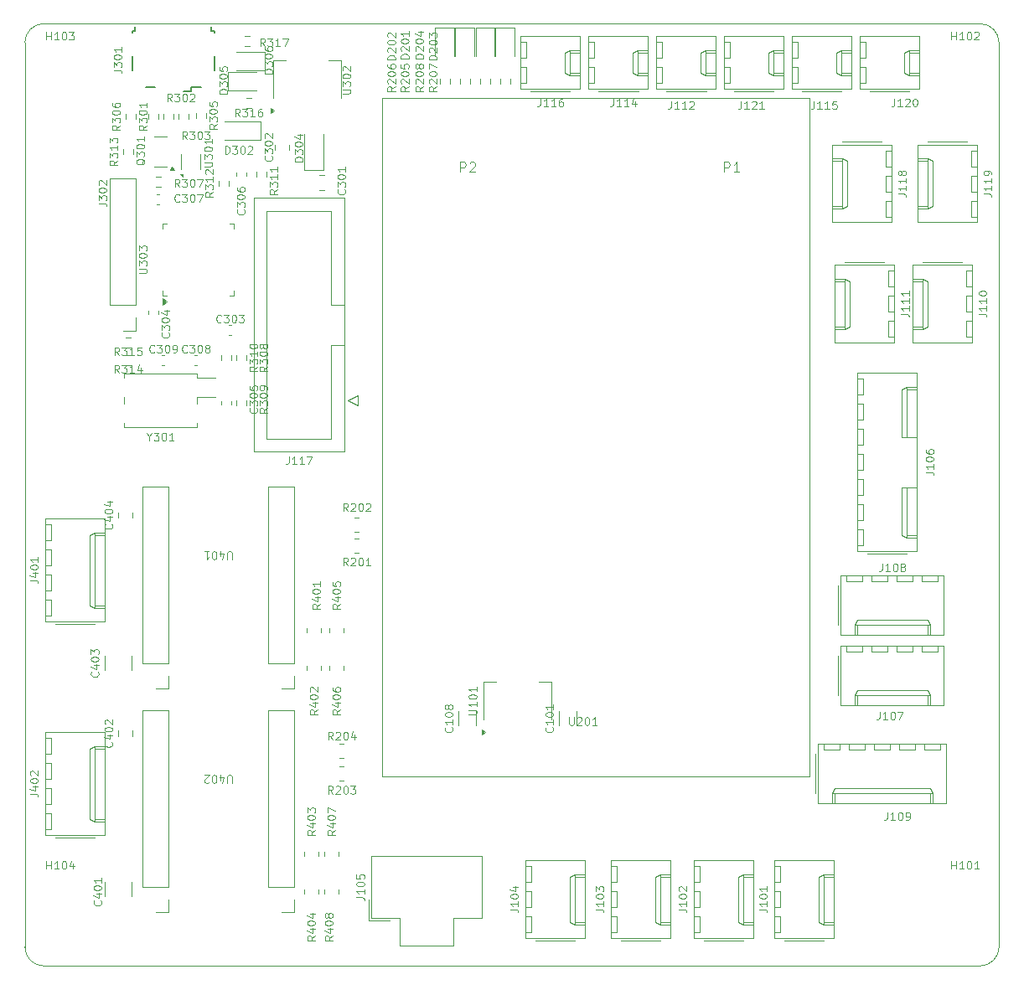
<source format=gbr>
%TF.GenerationSoftware,KiCad,Pcbnew,9.0.0*%
%TF.CreationDate,2025-05-01T09:51:47+02:00*%
%TF.ProjectId,Interco_weactH7,496e7465-7263-46f5-9f77-656163744837,rev?*%
%TF.SameCoordinates,Original*%
%TF.FileFunction,Legend,Top*%
%TF.FilePolarity,Positive*%
%FSLAX46Y46*%
G04 Gerber Fmt 4.6, Leading zero omitted, Abs format (unit mm)*
G04 Created by KiCad (PCBNEW 9.0.0) date 2025-05-01 09:51:47*
%MOMM*%
%LPD*%
G01*
G04 APERTURE LIST*
%ADD10C,0.080000*%
%ADD11C,0.100000*%
%ADD12C,0.120000*%
%ADD13C,0.150000*%
%TA.AperFunction,Profile*%
%ADD14C,0.100000*%
%TD*%
G04 APERTURE END LIST*
D10*
X99575428Y-46555935D02*
X99575428Y-47127363D01*
X99575428Y-47127363D02*
X99537333Y-47241649D01*
X99537333Y-47241649D02*
X99461142Y-47317840D01*
X99461142Y-47317840D02*
X99346857Y-47355935D01*
X99346857Y-47355935D02*
X99270666Y-47355935D01*
X100375428Y-47355935D02*
X99918285Y-47355935D01*
X100146857Y-47355935D02*
X100146857Y-46555935D01*
X100146857Y-46555935D02*
X100070666Y-46670220D01*
X100070666Y-46670220D02*
X99994476Y-46746411D01*
X99994476Y-46746411D02*
X99918285Y-46784506D01*
X101137333Y-47355935D02*
X100680190Y-47355935D01*
X100908762Y-47355935D02*
X100908762Y-46555935D01*
X100908762Y-46555935D02*
X100832571Y-46670220D01*
X100832571Y-46670220D02*
X100756381Y-46746411D01*
X100756381Y-46746411D02*
X100680190Y-46784506D01*
X101442095Y-46632125D02*
X101480191Y-46594030D01*
X101480191Y-46594030D02*
X101556381Y-46555935D01*
X101556381Y-46555935D02*
X101746857Y-46555935D01*
X101746857Y-46555935D02*
X101823048Y-46594030D01*
X101823048Y-46594030D02*
X101861143Y-46632125D01*
X101861143Y-46632125D02*
X101899238Y-46708316D01*
X101899238Y-46708316D02*
X101899238Y-46784506D01*
X101899238Y-46784506D02*
X101861143Y-46898792D01*
X101861143Y-46898792D02*
X101404000Y-47355935D01*
X101404000Y-47355935D02*
X101899238Y-47355935D01*
X49904762Y-55229935D02*
X49638095Y-54848982D01*
X49447619Y-55229935D02*
X49447619Y-54429935D01*
X49447619Y-54429935D02*
X49752381Y-54429935D01*
X49752381Y-54429935D02*
X49828571Y-54468030D01*
X49828571Y-54468030D02*
X49866666Y-54506125D01*
X49866666Y-54506125D02*
X49904762Y-54582316D01*
X49904762Y-54582316D02*
X49904762Y-54696601D01*
X49904762Y-54696601D02*
X49866666Y-54772792D01*
X49866666Y-54772792D02*
X49828571Y-54810887D01*
X49828571Y-54810887D02*
X49752381Y-54848982D01*
X49752381Y-54848982D02*
X49447619Y-54848982D01*
X50171428Y-54429935D02*
X50666666Y-54429935D01*
X50666666Y-54429935D02*
X50400000Y-54734697D01*
X50400000Y-54734697D02*
X50514285Y-54734697D01*
X50514285Y-54734697D02*
X50590476Y-54772792D01*
X50590476Y-54772792D02*
X50628571Y-54810887D01*
X50628571Y-54810887D02*
X50666666Y-54887078D01*
X50666666Y-54887078D02*
X50666666Y-55077554D01*
X50666666Y-55077554D02*
X50628571Y-55153744D01*
X50628571Y-55153744D02*
X50590476Y-55191840D01*
X50590476Y-55191840D02*
X50514285Y-55229935D01*
X50514285Y-55229935D02*
X50285714Y-55229935D01*
X50285714Y-55229935D02*
X50209523Y-55191840D01*
X50209523Y-55191840D02*
X50171428Y-55153744D01*
X51161905Y-54429935D02*
X51238095Y-54429935D01*
X51238095Y-54429935D02*
X51314286Y-54468030D01*
X51314286Y-54468030D02*
X51352381Y-54506125D01*
X51352381Y-54506125D02*
X51390476Y-54582316D01*
X51390476Y-54582316D02*
X51428571Y-54734697D01*
X51428571Y-54734697D02*
X51428571Y-54925173D01*
X51428571Y-54925173D02*
X51390476Y-55077554D01*
X51390476Y-55077554D02*
X51352381Y-55153744D01*
X51352381Y-55153744D02*
X51314286Y-55191840D01*
X51314286Y-55191840D02*
X51238095Y-55229935D01*
X51238095Y-55229935D02*
X51161905Y-55229935D01*
X51161905Y-55229935D02*
X51085714Y-55191840D01*
X51085714Y-55191840D02*
X51047619Y-55153744D01*
X51047619Y-55153744D02*
X51009524Y-55077554D01*
X51009524Y-55077554D02*
X50971428Y-54925173D01*
X50971428Y-54925173D02*
X50971428Y-54734697D01*
X50971428Y-54734697D02*
X51009524Y-54582316D01*
X51009524Y-54582316D02*
X51047619Y-54506125D01*
X51047619Y-54506125D02*
X51085714Y-54468030D01*
X51085714Y-54468030D02*
X51161905Y-54429935D01*
X51695238Y-54429935D02*
X52228572Y-54429935D01*
X52228572Y-54429935D02*
X51885714Y-55229935D01*
X56000762Y-48117935D02*
X55734095Y-47736982D01*
X55543619Y-48117935D02*
X55543619Y-47317935D01*
X55543619Y-47317935D02*
X55848381Y-47317935D01*
X55848381Y-47317935D02*
X55924571Y-47356030D01*
X55924571Y-47356030D02*
X55962666Y-47394125D01*
X55962666Y-47394125D02*
X56000762Y-47470316D01*
X56000762Y-47470316D02*
X56000762Y-47584601D01*
X56000762Y-47584601D02*
X55962666Y-47660792D01*
X55962666Y-47660792D02*
X55924571Y-47698887D01*
X55924571Y-47698887D02*
X55848381Y-47736982D01*
X55848381Y-47736982D02*
X55543619Y-47736982D01*
X56267428Y-47317935D02*
X56762666Y-47317935D01*
X56762666Y-47317935D02*
X56496000Y-47622697D01*
X56496000Y-47622697D02*
X56610285Y-47622697D01*
X56610285Y-47622697D02*
X56686476Y-47660792D01*
X56686476Y-47660792D02*
X56724571Y-47698887D01*
X56724571Y-47698887D02*
X56762666Y-47775078D01*
X56762666Y-47775078D02*
X56762666Y-47965554D01*
X56762666Y-47965554D02*
X56724571Y-48041744D01*
X56724571Y-48041744D02*
X56686476Y-48079840D01*
X56686476Y-48079840D02*
X56610285Y-48117935D01*
X56610285Y-48117935D02*
X56381714Y-48117935D01*
X56381714Y-48117935D02*
X56305523Y-48079840D01*
X56305523Y-48079840D02*
X56267428Y-48041744D01*
X57524571Y-48117935D02*
X57067428Y-48117935D01*
X57296000Y-48117935D02*
X57296000Y-47317935D01*
X57296000Y-47317935D02*
X57219809Y-47432220D01*
X57219809Y-47432220D02*
X57143619Y-47508411D01*
X57143619Y-47508411D02*
X57067428Y-47546506D01*
X58210286Y-47317935D02*
X58057905Y-47317935D01*
X58057905Y-47317935D02*
X57981714Y-47356030D01*
X57981714Y-47356030D02*
X57943619Y-47394125D01*
X57943619Y-47394125D02*
X57867429Y-47508411D01*
X57867429Y-47508411D02*
X57829333Y-47660792D01*
X57829333Y-47660792D02*
X57829333Y-47965554D01*
X57829333Y-47965554D02*
X57867429Y-48041744D01*
X57867429Y-48041744D02*
X57905524Y-48079840D01*
X57905524Y-48079840D02*
X57981714Y-48117935D01*
X57981714Y-48117935D02*
X58134095Y-48117935D01*
X58134095Y-48117935D02*
X58210286Y-48079840D01*
X58210286Y-48079840D02*
X58248381Y-48041744D01*
X58248381Y-48041744D02*
X58286476Y-47965554D01*
X58286476Y-47965554D02*
X58286476Y-47775078D01*
X58286476Y-47775078D02*
X58248381Y-47698887D01*
X58248381Y-47698887D02*
X58210286Y-47660792D01*
X58210286Y-47660792D02*
X58134095Y-47622697D01*
X58134095Y-47622697D02*
X57981714Y-47622697D01*
X57981714Y-47622697D02*
X57905524Y-47660792D01*
X57905524Y-47660792D02*
X57867429Y-47698887D01*
X57867429Y-47698887D02*
X57829333Y-47775078D01*
X46863143Y-80494143D02*
X46863143Y-80875096D01*
X46596476Y-80075096D02*
X46863143Y-80494143D01*
X46863143Y-80494143D02*
X47129809Y-80075096D01*
X47320285Y-80075096D02*
X47815523Y-80075096D01*
X47815523Y-80075096D02*
X47548857Y-80379858D01*
X47548857Y-80379858D02*
X47663142Y-80379858D01*
X47663142Y-80379858D02*
X47739333Y-80417953D01*
X47739333Y-80417953D02*
X47777428Y-80456048D01*
X47777428Y-80456048D02*
X47815523Y-80532239D01*
X47815523Y-80532239D02*
X47815523Y-80722715D01*
X47815523Y-80722715D02*
X47777428Y-80798905D01*
X47777428Y-80798905D02*
X47739333Y-80837001D01*
X47739333Y-80837001D02*
X47663142Y-80875096D01*
X47663142Y-80875096D02*
X47434571Y-80875096D01*
X47434571Y-80875096D02*
X47358380Y-80837001D01*
X47358380Y-80837001D02*
X47320285Y-80798905D01*
X48310762Y-80075096D02*
X48386952Y-80075096D01*
X48386952Y-80075096D02*
X48463143Y-80113191D01*
X48463143Y-80113191D02*
X48501238Y-80151286D01*
X48501238Y-80151286D02*
X48539333Y-80227477D01*
X48539333Y-80227477D02*
X48577428Y-80379858D01*
X48577428Y-80379858D02*
X48577428Y-80570334D01*
X48577428Y-80570334D02*
X48539333Y-80722715D01*
X48539333Y-80722715D02*
X48501238Y-80798905D01*
X48501238Y-80798905D02*
X48463143Y-80837001D01*
X48463143Y-80837001D02*
X48386952Y-80875096D01*
X48386952Y-80875096D02*
X48310762Y-80875096D01*
X48310762Y-80875096D02*
X48234571Y-80837001D01*
X48234571Y-80837001D02*
X48196476Y-80798905D01*
X48196476Y-80798905D02*
X48158381Y-80722715D01*
X48158381Y-80722715D02*
X48120285Y-80570334D01*
X48120285Y-80570334D02*
X48120285Y-80379858D01*
X48120285Y-80379858D02*
X48158381Y-80227477D01*
X48158381Y-80227477D02*
X48196476Y-80151286D01*
X48196476Y-80151286D02*
X48234571Y-80113191D01*
X48234571Y-80113191D02*
X48310762Y-80075096D01*
X49339333Y-80875096D02*
X48882190Y-80875096D01*
X49110762Y-80875096D02*
X49110762Y-80075096D01*
X49110762Y-80075096D02*
X49034571Y-80189381D01*
X49034571Y-80189381D02*
X48958381Y-80265572D01*
X48958381Y-80265572D02*
X48882190Y-80303667D01*
X83329935Y-128282571D02*
X83901363Y-128282571D01*
X83901363Y-128282571D02*
X84015649Y-128320666D01*
X84015649Y-128320666D02*
X84091840Y-128396857D01*
X84091840Y-128396857D02*
X84129935Y-128511142D01*
X84129935Y-128511142D02*
X84129935Y-128587333D01*
X84129935Y-127482571D02*
X84129935Y-127939714D01*
X84129935Y-127711142D02*
X83329935Y-127711142D01*
X83329935Y-127711142D02*
X83444220Y-127787333D01*
X83444220Y-127787333D02*
X83520411Y-127863523D01*
X83520411Y-127863523D02*
X83558506Y-127939714D01*
X83329935Y-126987332D02*
X83329935Y-126911142D01*
X83329935Y-126911142D02*
X83368030Y-126834951D01*
X83368030Y-126834951D02*
X83406125Y-126796856D01*
X83406125Y-126796856D02*
X83482316Y-126758761D01*
X83482316Y-126758761D02*
X83634697Y-126720666D01*
X83634697Y-126720666D02*
X83825173Y-126720666D01*
X83825173Y-126720666D02*
X83977554Y-126758761D01*
X83977554Y-126758761D02*
X84053744Y-126796856D01*
X84053744Y-126796856D02*
X84091840Y-126834951D01*
X84091840Y-126834951D02*
X84129935Y-126911142D01*
X84129935Y-126911142D02*
X84129935Y-126987332D01*
X84129935Y-126987332D02*
X84091840Y-127063523D01*
X84091840Y-127063523D02*
X84053744Y-127101618D01*
X84053744Y-127101618D02*
X83977554Y-127139713D01*
X83977554Y-127139713D02*
X83825173Y-127177809D01*
X83825173Y-127177809D02*
X83634697Y-127177809D01*
X83634697Y-127177809D02*
X83482316Y-127139713D01*
X83482316Y-127139713D02*
X83406125Y-127101618D01*
X83406125Y-127101618D02*
X83368030Y-127063523D01*
X83368030Y-127063523D02*
X83329935Y-126987332D01*
X83596601Y-126034951D02*
X84129935Y-126034951D01*
X83291840Y-126225427D02*
X83863268Y-126415904D01*
X83863268Y-126415904D02*
X83863268Y-125920665D01*
X121399428Y-118437935D02*
X121399428Y-119009363D01*
X121399428Y-119009363D02*
X121361333Y-119123649D01*
X121361333Y-119123649D02*
X121285142Y-119199840D01*
X121285142Y-119199840D02*
X121170857Y-119237935D01*
X121170857Y-119237935D02*
X121094666Y-119237935D01*
X122199428Y-119237935D02*
X121742285Y-119237935D01*
X121970857Y-119237935D02*
X121970857Y-118437935D01*
X121970857Y-118437935D02*
X121894666Y-118552220D01*
X121894666Y-118552220D02*
X121818476Y-118628411D01*
X121818476Y-118628411D02*
X121742285Y-118666506D01*
X122694667Y-118437935D02*
X122770857Y-118437935D01*
X122770857Y-118437935D02*
X122847048Y-118476030D01*
X122847048Y-118476030D02*
X122885143Y-118514125D01*
X122885143Y-118514125D02*
X122923238Y-118590316D01*
X122923238Y-118590316D02*
X122961333Y-118742697D01*
X122961333Y-118742697D02*
X122961333Y-118933173D01*
X122961333Y-118933173D02*
X122923238Y-119085554D01*
X122923238Y-119085554D02*
X122885143Y-119161744D01*
X122885143Y-119161744D02*
X122847048Y-119199840D01*
X122847048Y-119199840D02*
X122770857Y-119237935D01*
X122770857Y-119237935D02*
X122694667Y-119237935D01*
X122694667Y-119237935D02*
X122618476Y-119199840D01*
X122618476Y-119199840D02*
X122580381Y-119161744D01*
X122580381Y-119161744D02*
X122542286Y-119085554D01*
X122542286Y-119085554D02*
X122504190Y-118933173D01*
X122504190Y-118933173D02*
X122504190Y-118742697D01*
X122504190Y-118742697D02*
X122542286Y-118590316D01*
X122542286Y-118590316D02*
X122580381Y-118514125D01*
X122580381Y-118514125D02*
X122618476Y-118476030D01*
X122618476Y-118476030D02*
X122694667Y-118437935D01*
X123342286Y-119237935D02*
X123494667Y-119237935D01*
X123494667Y-119237935D02*
X123570857Y-119199840D01*
X123570857Y-119199840D02*
X123608953Y-119161744D01*
X123608953Y-119161744D02*
X123685143Y-119047459D01*
X123685143Y-119047459D02*
X123723238Y-118895078D01*
X123723238Y-118895078D02*
X123723238Y-118590316D01*
X123723238Y-118590316D02*
X123685143Y-118514125D01*
X123685143Y-118514125D02*
X123647048Y-118476030D01*
X123647048Y-118476030D02*
X123570857Y-118437935D01*
X123570857Y-118437935D02*
X123418476Y-118437935D01*
X123418476Y-118437935D02*
X123342286Y-118476030D01*
X123342286Y-118476030D02*
X123304191Y-118514125D01*
X123304191Y-118514125D02*
X123266095Y-118590316D01*
X123266095Y-118590316D02*
X123266095Y-118780792D01*
X123266095Y-118780792D02*
X123304191Y-118856982D01*
X123304191Y-118856982D02*
X123342286Y-118895078D01*
X123342286Y-118895078D02*
X123418476Y-118933173D01*
X123418476Y-118933173D02*
X123570857Y-118933173D01*
X123570857Y-118933173D02*
X123647048Y-118895078D01*
X123647048Y-118895078D02*
X123685143Y-118856982D01*
X123685143Y-118856982D02*
X123723238Y-118780792D01*
X65389935Y-130943237D02*
X65008982Y-131209904D01*
X65389935Y-131400380D02*
X64589935Y-131400380D01*
X64589935Y-131400380D02*
X64589935Y-131095618D01*
X64589935Y-131095618D02*
X64628030Y-131019428D01*
X64628030Y-131019428D02*
X64666125Y-130981333D01*
X64666125Y-130981333D02*
X64742316Y-130943237D01*
X64742316Y-130943237D02*
X64856601Y-130943237D01*
X64856601Y-130943237D02*
X64932792Y-130981333D01*
X64932792Y-130981333D02*
X64970887Y-131019428D01*
X64970887Y-131019428D02*
X65008982Y-131095618D01*
X65008982Y-131095618D02*
X65008982Y-131400380D01*
X64856601Y-130257523D02*
X65389935Y-130257523D01*
X64551840Y-130447999D02*
X65123268Y-130638476D01*
X65123268Y-130638476D02*
X65123268Y-130143237D01*
X64589935Y-129686094D02*
X64589935Y-129609904D01*
X64589935Y-129609904D02*
X64628030Y-129533713D01*
X64628030Y-129533713D02*
X64666125Y-129495618D01*
X64666125Y-129495618D02*
X64742316Y-129457523D01*
X64742316Y-129457523D02*
X64894697Y-129419428D01*
X64894697Y-129419428D02*
X65085173Y-129419428D01*
X65085173Y-129419428D02*
X65237554Y-129457523D01*
X65237554Y-129457523D02*
X65313744Y-129495618D01*
X65313744Y-129495618D02*
X65351840Y-129533713D01*
X65351840Y-129533713D02*
X65389935Y-129609904D01*
X65389935Y-129609904D02*
X65389935Y-129686094D01*
X65389935Y-129686094D02*
X65351840Y-129762285D01*
X65351840Y-129762285D02*
X65313744Y-129800380D01*
X65313744Y-129800380D02*
X65237554Y-129838475D01*
X65237554Y-129838475D02*
X65085173Y-129876571D01*
X65085173Y-129876571D02*
X64894697Y-129876571D01*
X64894697Y-129876571D02*
X64742316Y-129838475D01*
X64742316Y-129838475D02*
X64666125Y-129800380D01*
X64666125Y-129800380D02*
X64628030Y-129762285D01*
X64628030Y-129762285D02*
X64589935Y-129686094D01*
X64932792Y-128962285D02*
X64894697Y-129038475D01*
X64894697Y-129038475D02*
X64856601Y-129076570D01*
X64856601Y-129076570D02*
X64780411Y-129114666D01*
X64780411Y-129114666D02*
X64742316Y-129114666D01*
X64742316Y-129114666D02*
X64666125Y-129076570D01*
X64666125Y-129076570D02*
X64628030Y-129038475D01*
X64628030Y-129038475D02*
X64589935Y-128962285D01*
X64589935Y-128962285D02*
X64589935Y-128809904D01*
X64589935Y-128809904D02*
X64628030Y-128733713D01*
X64628030Y-128733713D02*
X64666125Y-128695618D01*
X64666125Y-128695618D02*
X64742316Y-128657523D01*
X64742316Y-128657523D02*
X64780411Y-128657523D01*
X64780411Y-128657523D02*
X64856601Y-128695618D01*
X64856601Y-128695618D02*
X64894697Y-128733713D01*
X64894697Y-128733713D02*
X64932792Y-128809904D01*
X64932792Y-128809904D02*
X64932792Y-128962285D01*
X64932792Y-128962285D02*
X64970887Y-129038475D01*
X64970887Y-129038475D02*
X65008982Y-129076570D01*
X65008982Y-129076570D02*
X65085173Y-129114666D01*
X65085173Y-129114666D02*
X65237554Y-129114666D01*
X65237554Y-129114666D02*
X65313744Y-129076570D01*
X65313744Y-129076570D02*
X65351840Y-129038475D01*
X65351840Y-129038475D02*
X65389935Y-128962285D01*
X65389935Y-128962285D02*
X65389935Y-128809904D01*
X65389935Y-128809904D02*
X65351840Y-128733713D01*
X65351840Y-128733713D02*
X65313744Y-128695618D01*
X65313744Y-128695618D02*
X65237554Y-128657523D01*
X65237554Y-128657523D02*
X65085173Y-128657523D01*
X65085173Y-128657523D02*
X65008982Y-128695618D01*
X65008982Y-128695618D02*
X64970887Y-128733713D01*
X64970887Y-128733713D02*
X64932792Y-128809904D01*
X43059744Y-89308737D02*
X43097840Y-89346833D01*
X43097840Y-89346833D02*
X43135935Y-89461118D01*
X43135935Y-89461118D02*
X43135935Y-89537309D01*
X43135935Y-89537309D02*
X43097840Y-89651595D01*
X43097840Y-89651595D02*
X43021649Y-89727785D01*
X43021649Y-89727785D02*
X42945459Y-89765880D01*
X42945459Y-89765880D02*
X42793078Y-89803976D01*
X42793078Y-89803976D02*
X42678792Y-89803976D01*
X42678792Y-89803976D02*
X42526411Y-89765880D01*
X42526411Y-89765880D02*
X42450220Y-89727785D01*
X42450220Y-89727785D02*
X42374030Y-89651595D01*
X42374030Y-89651595D02*
X42335935Y-89537309D01*
X42335935Y-89537309D02*
X42335935Y-89461118D01*
X42335935Y-89461118D02*
X42374030Y-89346833D01*
X42374030Y-89346833D02*
X42412125Y-89308737D01*
X42602601Y-88623023D02*
X43135935Y-88623023D01*
X42297840Y-88813499D02*
X42869268Y-89003976D01*
X42869268Y-89003976D02*
X42869268Y-88508737D01*
X42335935Y-88051594D02*
X42335935Y-87975404D01*
X42335935Y-87975404D02*
X42374030Y-87899213D01*
X42374030Y-87899213D02*
X42412125Y-87861118D01*
X42412125Y-87861118D02*
X42488316Y-87823023D01*
X42488316Y-87823023D02*
X42640697Y-87784928D01*
X42640697Y-87784928D02*
X42831173Y-87784928D01*
X42831173Y-87784928D02*
X42983554Y-87823023D01*
X42983554Y-87823023D02*
X43059744Y-87861118D01*
X43059744Y-87861118D02*
X43097840Y-87899213D01*
X43097840Y-87899213D02*
X43135935Y-87975404D01*
X43135935Y-87975404D02*
X43135935Y-88051594D01*
X43135935Y-88051594D02*
X43097840Y-88127785D01*
X43097840Y-88127785D02*
X43059744Y-88165880D01*
X43059744Y-88165880D02*
X42983554Y-88203975D01*
X42983554Y-88203975D02*
X42831173Y-88242071D01*
X42831173Y-88242071D02*
X42640697Y-88242071D01*
X42640697Y-88242071D02*
X42488316Y-88203975D01*
X42488316Y-88203975D02*
X42412125Y-88165880D01*
X42412125Y-88165880D02*
X42374030Y-88127785D01*
X42374030Y-88127785D02*
X42335935Y-88051594D01*
X42602601Y-87099213D02*
X43135935Y-87099213D01*
X42297840Y-87289689D02*
X42869268Y-87480166D01*
X42869268Y-87480166D02*
X42869268Y-86984927D01*
X46593935Y-49002398D02*
X46212982Y-49269065D01*
X46593935Y-49459541D02*
X45793935Y-49459541D01*
X45793935Y-49459541D02*
X45793935Y-49154779D01*
X45793935Y-49154779D02*
X45832030Y-49078589D01*
X45832030Y-49078589D02*
X45870125Y-49040494D01*
X45870125Y-49040494D02*
X45946316Y-49002398D01*
X45946316Y-49002398D02*
X46060601Y-49002398D01*
X46060601Y-49002398D02*
X46136792Y-49040494D01*
X46136792Y-49040494D02*
X46174887Y-49078589D01*
X46174887Y-49078589D02*
X46212982Y-49154779D01*
X46212982Y-49154779D02*
X46212982Y-49459541D01*
X45793935Y-48735732D02*
X45793935Y-48240494D01*
X45793935Y-48240494D02*
X46098697Y-48507160D01*
X46098697Y-48507160D02*
X46098697Y-48392875D01*
X46098697Y-48392875D02*
X46136792Y-48316684D01*
X46136792Y-48316684D02*
X46174887Y-48278589D01*
X46174887Y-48278589D02*
X46251078Y-48240494D01*
X46251078Y-48240494D02*
X46441554Y-48240494D01*
X46441554Y-48240494D02*
X46517744Y-48278589D01*
X46517744Y-48278589D02*
X46555840Y-48316684D01*
X46555840Y-48316684D02*
X46593935Y-48392875D01*
X46593935Y-48392875D02*
X46593935Y-48621446D01*
X46593935Y-48621446D02*
X46555840Y-48697637D01*
X46555840Y-48697637D02*
X46517744Y-48735732D01*
X45793935Y-47745255D02*
X45793935Y-47669065D01*
X45793935Y-47669065D02*
X45832030Y-47592874D01*
X45832030Y-47592874D02*
X45870125Y-47554779D01*
X45870125Y-47554779D02*
X45946316Y-47516684D01*
X45946316Y-47516684D02*
X46098697Y-47478589D01*
X46098697Y-47478589D02*
X46289173Y-47478589D01*
X46289173Y-47478589D02*
X46441554Y-47516684D01*
X46441554Y-47516684D02*
X46517744Y-47554779D01*
X46517744Y-47554779D02*
X46555840Y-47592874D01*
X46555840Y-47592874D02*
X46593935Y-47669065D01*
X46593935Y-47669065D02*
X46593935Y-47745255D01*
X46593935Y-47745255D02*
X46555840Y-47821446D01*
X46555840Y-47821446D02*
X46517744Y-47859541D01*
X46517744Y-47859541D02*
X46441554Y-47897636D01*
X46441554Y-47897636D02*
X46289173Y-47935732D01*
X46289173Y-47935732D02*
X46098697Y-47935732D01*
X46098697Y-47935732D02*
X45946316Y-47897636D01*
X45946316Y-47897636D02*
X45870125Y-47859541D01*
X45870125Y-47859541D02*
X45832030Y-47821446D01*
X45832030Y-47821446D02*
X45793935Y-47745255D01*
X46593935Y-46716684D02*
X46593935Y-47173827D01*
X46593935Y-46945255D02*
X45793935Y-46945255D01*
X45793935Y-46945255D02*
X45908220Y-47021446D01*
X45908220Y-47021446D02*
X45984411Y-47097636D01*
X45984411Y-47097636D02*
X46022506Y-47173827D01*
X45793935Y-63956589D02*
X46441554Y-63956589D01*
X46441554Y-63956589D02*
X46517744Y-63918494D01*
X46517744Y-63918494D02*
X46555840Y-63880399D01*
X46555840Y-63880399D02*
X46593935Y-63804208D01*
X46593935Y-63804208D02*
X46593935Y-63651827D01*
X46593935Y-63651827D02*
X46555840Y-63575637D01*
X46555840Y-63575637D02*
X46517744Y-63537542D01*
X46517744Y-63537542D02*
X46441554Y-63499446D01*
X46441554Y-63499446D02*
X45793935Y-63499446D01*
X45793935Y-63194685D02*
X45793935Y-62699447D01*
X45793935Y-62699447D02*
X46098697Y-62966113D01*
X46098697Y-62966113D02*
X46098697Y-62851828D01*
X46098697Y-62851828D02*
X46136792Y-62775637D01*
X46136792Y-62775637D02*
X46174887Y-62737542D01*
X46174887Y-62737542D02*
X46251078Y-62699447D01*
X46251078Y-62699447D02*
X46441554Y-62699447D01*
X46441554Y-62699447D02*
X46517744Y-62737542D01*
X46517744Y-62737542D02*
X46555840Y-62775637D01*
X46555840Y-62775637D02*
X46593935Y-62851828D01*
X46593935Y-62851828D02*
X46593935Y-63080399D01*
X46593935Y-63080399D02*
X46555840Y-63156590D01*
X46555840Y-63156590D02*
X46517744Y-63194685D01*
X45793935Y-62204208D02*
X45793935Y-62128018D01*
X45793935Y-62128018D02*
X45832030Y-62051827D01*
X45832030Y-62051827D02*
X45870125Y-62013732D01*
X45870125Y-62013732D02*
X45946316Y-61975637D01*
X45946316Y-61975637D02*
X46098697Y-61937542D01*
X46098697Y-61937542D02*
X46289173Y-61937542D01*
X46289173Y-61937542D02*
X46441554Y-61975637D01*
X46441554Y-61975637D02*
X46517744Y-62013732D01*
X46517744Y-62013732D02*
X46555840Y-62051827D01*
X46555840Y-62051827D02*
X46593935Y-62128018D01*
X46593935Y-62128018D02*
X46593935Y-62204208D01*
X46593935Y-62204208D02*
X46555840Y-62280399D01*
X46555840Y-62280399D02*
X46517744Y-62318494D01*
X46517744Y-62318494D02*
X46441554Y-62356589D01*
X46441554Y-62356589D02*
X46289173Y-62394685D01*
X46289173Y-62394685D02*
X46098697Y-62394685D01*
X46098697Y-62394685D02*
X45946316Y-62356589D01*
X45946316Y-62356589D02*
X45870125Y-62318494D01*
X45870125Y-62318494D02*
X45832030Y-62280399D01*
X45832030Y-62280399D02*
X45793935Y-62204208D01*
X45793935Y-61670875D02*
X45793935Y-61175637D01*
X45793935Y-61175637D02*
X46098697Y-61442303D01*
X46098697Y-61442303D02*
X46098697Y-61328018D01*
X46098697Y-61328018D02*
X46136792Y-61251827D01*
X46136792Y-61251827D02*
X46174887Y-61213732D01*
X46174887Y-61213732D02*
X46251078Y-61175637D01*
X46251078Y-61175637D02*
X46441554Y-61175637D01*
X46441554Y-61175637D02*
X46517744Y-61213732D01*
X46517744Y-61213732D02*
X46555840Y-61251827D01*
X46555840Y-61251827D02*
X46593935Y-61328018D01*
X46593935Y-61328018D02*
X46593935Y-61556589D01*
X46593935Y-61556589D02*
X46555840Y-61632780D01*
X46555840Y-61632780D02*
X46517744Y-61670875D01*
X43808762Y-72247935D02*
X43542095Y-71866982D01*
X43351619Y-72247935D02*
X43351619Y-71447935D01*
X43351619Y-71447935D02*
X43656381Y-71447935D01*
X43656381Y-71447935D02*
X43732571Y-71486030D01*
X43732571Y-71486030D02*
X43770666Y-71524125D01*
X43770666Y-71524125D02*
X43808762Y-71600316D01*
X43808762Y-71600316D02*
X43808762Y-71714601D01*
X43808762Y-71714601D02*
X43770666Y-71790792D01*
X43770666Y-71790792D02*
X43732571Y-71828887D01*
X43732571Y-71828887D02*
X43656381Y-71866982D01*
X43656381Y-71866982D02*
X43351619Y-71866982D01*
X44075428Y-71447935D02*
X44570666Y-71447935D01*
X44570666Y-71447935D02*
X44304000Y-71752697D01*
X44304000Y-71752697D02*
X44418285Y-71752697D01*
X44418285Y-71752697D02*
X44494476Y-71790792D01*
X44494476Y-71790792D02*
X44532571Y-71828887D01*
X44532571Y-71828887D02*
X44570666Y-71905078D01*
X44570666Y-71905078D02*
X44570666Y-72095554D01*
X44570666Y-72095554D02*
X44532571Y-72171744D01*
X44532571Y-72171744D02*
X44494476Y-72209840D01*
X44494476Y-72209840D02*
X44418285Y-72247935D01*
X44418285Y-72247935D02*
X44189714Y-72247935D01*
X44189714Y-72247935D02*
X44113523Y-72209840D01*
X44113523Y-72209840D02*
X44075428Y-72171744D01*
X45332571Y-72247935D02*
X44875428Y-72247935D01*
X45104000Y-72247935D02*
X45104000Y-71447935D01*
X45104000Y-71447935D02*
X45027809Y-71562220D01*
X45027809Y-71562220D02*
X44951619Y-71638411D01*
X44951619Y-71638411D02*
X44875428Y-71676506D01*
X46056381Y-71447935D02*
X45675429Y-71447935D01*
X45675429Y-71447935D02*
X45637333Y-71828887D01*
X45637333Y-71828887D02*
X45675429Y-71790792D01*
X45675429Y-71790792D02*
X45751619Y-71752697D01*
X45751619Y-71752697D02*
X45942095Y-71752697D01*
X45942095Y-71752697D02*
X46018286Y-71790792D01*
X46018286Y-71790792D02*
X46056381Y-71828887D01*
X46056381Y-71828887D02*
X46094476Y-71905078D01*
X46094476Y-71905078D02*
X46094476Y-72095554D01*
X46094476Y-72095554D02*
X46056381Y-72171744D01*
X46056381Y-72171744D02*
X46018286Y-72209840D01*
X46018286Y-72209840D02*
X45942095Y-72247935D01*
X45942095Y-72247935D02*
X45751619Y-72247935D01*
X45751619Y-72247935D02*
X45675429Y-72209840D01*
X45675429Y-72209840D02*
X45637333Y-72171744D01*
X127914571Y-124181935D02*
X127914571Y-123381935D01*
X127914571Y-123762887D02*
X128371714Y-123762887D01*
X128371714Y-124181935D02*
X128371714Y-123381935D01*
X129171713Y-124181935D02*
X128714570Y-124181935D01*
X128943142Y-124181935D02*
X128943142Y-123381935D01*
X128943142Y-123381935D02*
X128866951Y-123496220D01*
X128866951Y-123496220D02*
X128790761Y-123572411D01*
X128790761Y-123572411D02*
X128714570Y-123610506D01*
X129666952Y-123381935D02*
X129743142Y-123381935D01*
X129743142Y-123381935D02*
X129819333Y-123420030D01*
X129819333Y-123420030D02*
X129857428Y-123458125D01*
X129857428Y-123458125D02*
X129895523Y-123534316D01*
X129895523Y-123534316D02*
X129933618Y-123686697D01*
X129933618Y-123686697D02*
X129933618Y-123877173D01*
X129933618Y-123877173D02*
X129895523Y-124029554D01*
X129895523Y-124029554D02*
X129857428Y-124105744D01*
X129857428Y-124105744D02*
X129819333Y-124143840D01*
X129819333Y-124143840D02*
X129743142Y-124181935D01*
X129743142Y-124181935D02*
X129666952Y-124181935D01*
X129666952Y-124181935D02*
X129590761Y-124143840D01*
X129590761Y-124143840D02*
X129552666Y-124105744D01*
X129552666Y-124105744D02*
X129514571Y-124029554D01*
X129514571Y-124029554D02*
X129476475Y-123877173D01*
X129476475Y-123877173D02*
X129476475Y-123686697D01*
X129476475Y-123686697D02*
X129514571Y-123534316D01*
X129514571Y-123534316D02*
X129552666Y-123458125D01*
X129552666Y-123458125D02*
X129590761Y-123420030D01*
X129590761Y-123420030D02*
X129666952Y-123381935D01*
X130695523Y-124181935D02*
X130238380Y-124181935D01*
X130466952Y-124181935D02*
X130466952Y-123381935D01*
X130466952Y-123381935D02*
X130390761Y-123496220D01*
X130390761Y-123496220D02*
X130314571Y-123572411D01*
X130314571Y-123572411D02*
X130238380Y-123610506D01*
X66922762Y-87995935D02*
X66656095Y-87614982D01*
X66465619Y-87995935D02*
X66465619Y-87195935D01*
X66465619Y-87195935D02*
X66770381Y-87195935D01*
X66770381Y-87195935D02*
X66846571Y-87234030D01*
X66846571Y-87234030D02*
X66884666Y-87272125D01*
X66884666Y-87272125D02*
X66922762Y-87348316D01*
X66922762Y-87348316D02*
X66922762Y-87462601D01*
X66922762Y-87462601D02*
X66884666Y-87538792D01*
X66884666Y-87538792D02*
X66846571Y-87576887D01*
X66846571Y-87576887D02*
X66770381Y-87614982D01*
X66770381Y-87614982D02*
X66465619Y-87614982D01*
X67227523Y-87272125D02*
X67265619Y-87234030D01*
X67265619Y-87234030D02*
X67341809Y-87195935D01*
X67341809Y-87195935D02*
X67532285Y-87195935D01*
X67532285Y-87195935D02*
X67608476Y-87234030D01*
X67608476Y-87234030D02*
X67646571Y-87272125D01*
X67646571Y-87272125D02*
X67684666Y-87348316D01*
X67684666Y-87348316D02*
X67684666Y-87424506D01*
X67684666Y-87424506D02*
X67646571Y-87538792D01*
X67646571Y-87538792D02*
X67189428Y-87995935D01*
X67189428Y-87995935D02*
X67684666Y-87995935D01*
X68179905Y-87195935D02*
X68256095Y-87195935D01*
X68256095Y-87195935D02*
X68332286Y-87234030D01*
X68332286Y-87234030D02*
X68370381Y-87272125D01*
X68370381Y-87272125D02*
X68408476Y-87348316D01*
X68408476Y-87348316D02*
X68446571Y-87500697D01*
X68446571Y-87500697D02*
X68446571Y-87691173D01*
X68446571Y-87691173D02*
X68408476Y-87843554D01*
X68408476Y-87843554D02*
X68370381Y-87919744D01*
X68370381Y-87919744D02*
X68332286Y-87957840D01*
X68332286Y-87957840D02*
X68256095Y-87995935D01*
X68256095Y-87995935D02*
X68179905Y-87995935D01*
X68179905Y-87995935D02*
X68103714Y-87957840D01*
X68103714Y-87957840D02*
X68065619Y-87919744D01*
X68065619Y-87919744D02*
X68027524Y-87843554D01*
X68027524Y-87843554D02*
X67989428Y-87691173D01*
X67989428Y-87691173D02*
X67989428Y-87500697D01*
X67989428Y-87500697D02*
X68027524Y-87348316D01*
X68027524Y-87348316D02*
X68065619Y-87272125D01*
X68065619Y-87272125D02*
X68103714Y-87234030D01*
X68103714Y-87234030D02*
X68179905Y-87195935D01*
X68751333Y-87272125D02*
X68789429Y-87234030D01*
X68789429Y-87234030D02*
X68865619Y-87195935D01*
X68865619Y-87195935D02*
X69056095Y-87195935D01*
X69056095Y-87195935D02*
X69132286Y-87234030D01*
X69132286Y-87234030D02*
X69170381Y-87272125D01*
X69170381Y-87272125D02*
X69208476Y-87348316D01*
X69208476Y-87348316D02*
X69208476Y-87424506D01*
X69208476Y-87424506D02*
X69170381Y-87538792D01*
X69170381Y-87538792D02*
X68713238Y-87995935D01*
X68713238Y-87995935D02*
X69208476Y-87995935D01*
X66367935Y-45821428D02*
X67015554Y-45821428D01*
X67015554Y-45821428D02*
X67091744Y-45783333D01*
X67091744Y-45783333D02*
X67129840Y-45745238D01*
X67129840Y-45745238D02*
X67167935Y-45669047D01*
X67167935Y-45669047D02*
X67167935Y-45516666D01*
X67167935Y-45516666D02*
X67129840Y-45440476D01*
X67129840Y-45440476D02*
X67091744Y-45402381D01*
X67091744Y-45402381D02*
X67015554Y-45364285D01*
X67015554Y-45364285D02*
X66367935Y-45364285D01*
X66367935Y-45059524D02*
X66367935Y-44564286D01*
X66367935Y-44564286D02*
X66672697Y-44830952D01*
X66672697Y-44830952D02*
X66672697Y-44716667D01*
X66672697Y-44716667D02*
X66710792Y-44640476D01*
X66710792Y-44640476D02*
X66748887Y-44602381D01*
X66748887Y-44602381D02*
X66825078Y-44564286D01*
X66825078Y-44564286D02*
X67015554Y-44564286D01*
X67015554Y-44564286D02*
X67091744Y-44602381D01*
X67091744Y-44602381D02*
X67129840Y-44640476D01*
X67129840Y-44640476D02*
X67167935Y-44716667D01*
X67167935Y-44716667D02*
X67167935Y-44945238D01*
X67167935Y-44945238D02*
X67129840Y-45021429D01*
X67129840Y-45021429D02*
X67091744Y-45059524D01*
X66367935Y-44069047D02*
X66367935Y-43992857D01*
X66367935Y-43992857D02*
X66406030Y-43916666D01*
X66406030Y-43916666D02*
X66444125Y-43878571D01*
X66444125Y-43878571D02*
X66520316Y-43840476D01*
X66520316Y-43840476D02*
X66672697Y-43802381D01*
X66672697Y-43802381D02*
X66863173Y-43802381D01*
X66863173Y-43802381D02*
X67015554Y-43840476D01*
X67015554Y-43840476D02*
X67091744Y-43878571D01*
X67091744Y-43878571D02*
X67129840Y-43916666D01*
X67129840Y-43916666D02*
X67167935Y-43992857D01*
X67167935Y-43992857D02*
X67167935Y-44069047D01*
X67167935Y-44069047D02*
X67129840Y-44145238D01*
X67129840Y-44145238D02*
X67091744Y-44183333D01*
X67091744Y-44183333D02*
X67015554Y-44221428D01*
X67015554Y-44221428D02*
X66863173Y-44259524D01*
X66863173Y-44259524D02*
X66672697Y-44259524D01*
X66672697Y-44259524D02*
X66520316Y-44221428D01*
X66520316Y-44221428D02*
X66444125Y-44183333D01*
X66444125Y-44183333D02*
X66406030Y-44145238D01*
X66406030Y-44145238D02*
X66367935Y-44069047D01*
X66444125Y-43497619D02*
X66406030Y-43459523D01*
X66406030Y-43459523D02*
X66367935Y-43383333D01*
X66367935Y-43383333D02*
X66367935Y-43192857D01*
X66367935Y-43192857D02*
X66406030Y-43116666D01*
X66406030Y-43116666D02*
X66444125Y-43078571D01*
X66444125Y-43078571D02*
X66520316Y-43040476D01*
X66520316Y-43040476D02*
X66596506Y-43040476D01*
X66596506Y-43040476D02*
X66710792Y-43078571D01*
X66710792Y-43078571D02*
X67167935Y-43535714D01*
X67167935Y-43535714D02*
X67167935Y-43040476D01*
X74533935Y-45091237D02*
X74152982Y-45357904D01*
X74533935Y-45548380D02*
X73733935Y-45548380D01*
X73733935Y-45548380D02*
X73733935Y-45243618D01*
X73733935Y-45243618D02*
X73772030Y-45167428D01*
X73772030Y-45167428D02*
X73810125Y-45129333D01*
X73810125Y-45129333D02*
X73886316Y-45091237D01*
X73886316Y-45091237D02*
X74000601Y-45091237D01*
X74000601Y-45091237D02*
X74076792Y-45129333D01*
X74076792Y-45129333D02*
X74114887Y-45167428D01*
X74114887Y-45167428D02*
X74152982Y-45243618D01*
X74152982Y-45243618D02*
X74152982Y-45548380D01*
X73810125Y-44786476D02*
X73772030Y-44748380D01*
X73772030Y-44748380D02*
X73733935Y-44672190D01*
X73733935Y-44672190D02*
X73733935Y-44481714D01*
X73733935Y-44481714D02*
X73772030Y-44405523D01*
X73772030Y-44405523D02*
X73810125Y-44367428D01*
X73810125Y-44367428D02*
X73886316Y-44329333D01*
X73886316Y-44329333D02*
X73962506Y-44329333D01*
X73962506Y-44329333D02*
X74076792Y-44367428D01*
X74076792Y-44367428D02*
X74533935Y-44824571D01*
X74533935Y-44824571D02*
X74533935Y-44329333D01*
X73733935Y-43834094D02*
X73733935Y-43757904D01*
X73733935Y-43757904D02*
X73772030Y-43681713D01*
X73772030Y-43681713D02*
X73810125Y-43643618D01*
X73810125Y-43643618D02*
X73886316Y-43605523D01*
X73886316Y-43605523D02*
X74038697Y-43567428D01*
X74038697Y-43567428D02*
X74229173Y-43567428D01*
X74229173Y-43567428D02*
X74381554Y-43605523D01*
X74381554Y-43605523D02*
X74457744Y-43643618D01*
X74457744Y-43643618D02*
X74495840Y-43681713D01*
X74495840Y-43681713D02*
X74533935Y-43757904D01*
X74533935Y-43757904D02*
X74533935Y-43834094D01*
X74533935Y-43834094D02*
X74495840Y-43910285D01*
X74495840Y-43910285D02*
X74457744Y-43948380D01*
X74457744Y-43948380D02*
X74381554Y-43986475D01*
X74381554Y-43986475D02*
X74229173Y-44024571D01*
X74229173Y-44024571D02*
X74038697Y-44024571D01*
X74038697Y-44024571D02*
X73886316Y-43986475D01*
X73886316Y-43986475D02*
X73810125Y-43948380D01*
X73810125Y-43948380D02*
X73772030Y-43910285D01*
X73772030Y-43910285D02*
X73733935Y-43834094D01*
X74076792Y-43110285D02*
X74038697Y-43186475D01*
X74038697Y-43186475D02*
X74000601Y-43224570D01*
X74000601Y-43224570D02*
X73924411Y-43262666D01*
X73924411Y-43262666D02*
X73886316Y-43262666D01*
X73886316Y-43262666D02*
X73810125Y-43224570D01*
X73810125Y-43224570D02*
X73772030Y-43186475D01*
X73772030Y-43186475D02*
X73733935Y-43110285D01*
X73733935Y-43110285D02*
X73733935Y-42957904D01*
X73733935Y-42957904D02*
X73772030Y-42881713D01*
X73772030Y-42881713D02*
X73810125Y-42843618D01*
X73810125Y-42843618D02*
X73886316Y-42805523D01*
X73886316Y-42805523D02*
X73924411Y-42805523D01*
X73924411Y-42805523D02*
X74000601Y-42843618D01*
X74000601Y-42843618D02*
X74038697Y-42881713D01*
X74038697Y-42881713D02*
X74076792Y-42957904D01*
X74076792Y-42957904D02*
X74076792Y-43110285D01*
X74076792Y-43110285D02*
X74114887Y-43186475D01*
X74114887Y-43186475D02*
X74152982Y-43224570D01*
X74152982Y-43224570D02*
X74229173Y-43262666D01*
X74229173Y-43262666D02*
X74381554Y-43262666D01*
X74381554Y-43262666D02*
X74457744Y-43224570D01*
X74457744Y-43224570D02*
X74495840Y-43186475D01*
X74495840Y-43186475D02*
X74533935Y-43110285D01*
X74533935Y-43110285D02*
X74533935Y-42957904D01*
X74533935Y-42957904D02*
X74495840Y-42881713D01*
X74495840Y-42881713D02*
X74457744Y-42843618D01*
X74457744Y-42843618D02*
X74381554Y-42805523D01*
X74381554Y-42805523D02*
X74229173Y-42805523D01*
X74229173Y-42805523D02*
X74152982Y-42843618D01*
X74152982Y-42843618D02*
X74114887Y-42881713D01*
X74114887Y-42881713D02*
X74076792Y-42957904D01*
X89306571Y-108833935D02*
X89306571Y-109481554D01*
X89306571Y-109481554D02*
X89344666Y-109557744D01*
X89344666Y-109557744D02*
X89382761Y-109595840D01*
X89382761Y-109595840D02*
X89458952Y-109633935D01*
X89458952Y-109633935D02*
X89611333Y-109633935D01*
X89611333Y-109633935D02*
X89687523Y-109595840D01*
X89687523Y-109595840D02*
X89725618Y-109557744D01*
X89725618Y-109557744D02*
X89763714Y-109481554D01*
X89763714Y-109481554D02*
X89763714Y-108833935D01*
X90106570Y-108910125D02*
X90144666Y-108872030D01*
X90144666Y-108872030D02*
X90220856Y-108833935D01*
X90220856Y-108833935D02*
X90411332Y-108833935D01*
X90411332Y-108833935D02*
X90487523Y-108872030D01*
X90487523Y-108872030D02*
X90525618Y-108910125D01*
X90525618Y-108910125D02*
X90563713Y-108986316D01*
X90563713Y-108986316D02*
X90563713Y-109062506D01*
X90563713Y-109062506D02*
X90525618Y-109176792D01*
X90525618Y-109176792D02*
X90068475Y-109633935D01*
X90068475Y-109633935D02*
X90563713Y-109633935D01*
X91058952Y-108833935D02*
X91135142Y-108833935D01*
X91135142Y-108833935D02*
X91211333Y-108872030D01*
X91211333Y-108872030D02*
X91249428Y-108910125D01*
X91249428Y-108910125D02*
X91287523Y-108986316D01*
X91287523Y-108986316D02*
X91325618Y-109138697D01*
X91325618Y-109138697D02*
X91325618Y-109329173D01*
X91325618Y-109329173D02*
X91287523Y-109481554D01*
X91287523Y-109481554D02*
X91249428Y-109557744D01*
X91249428Y-109557744D02*
X91211333Y-109595840D01*
X91211333Y-109595840D02*
X91135142Y-109633935D01*
X91135142Y-109633935D02*
X91058952Y-109633935D01*
X91058952Y-109633935D02*
X90982761Y-109595840D01*
X90982761Y-109595840D02*
X90944666Y-109557744D01*
X90944666Y-109557744D02*
X90906571Y-109481554D01*
X90906571Y-109481554D02*
X90868475Y-109329173D01*
X90868475Y-109329173D02*
X90868475Y-109138697D01*
X90868475Y-109138697D02*
X90906571Y-108986316D01*
X90906571Y-108986316D02*
X90944666Y-108910125D01*
X90944666Y-108910125D02*
X90982761Y-108872030D01*
X90982761Y-108872030D02*
X91058952Y-108833935D01*
X92087523Y-109633935D02*
X91630380Y-109633935D01*
X91858952Y-109633935D02*
X91858952Y-108833935D01*
X91858952Y-108833935D02*
X91782761Y-108948220D01*
X91782761Y-108948220D02*
X91706571Y-109024411D01*
X91706571Y-109024411D02*
X91630380Y-109062506D01*
D11*
X78281884Y-53720419D02*
X78281884Y-52720419D01*
X78281884Y-52720419D02*
X78662836Y-52720419D01*
X78662836Y-52720419D02*
X78758074Y-52768038D01*
X78758074Y-52768038D02*
X78805693Y-52815657D01*
X78805693Y-52815657D02*
X78853312Y-52910895D01*
X78853312Y-52910895D02*
X78853312Y-53053752D01*
X78853312Y-53053752D02*
X78805693Y-53148990D01*
X78805693Y-53148990D02*
X78758074Y-53196609D01*
X78758074Y-53196609D02*
X78662836Y-53244228D01*
X78662836Y-53244228D02*
X78281884Y-53244228D01*
X79234265Y-52815657D02*
X79281884Y-52768038D01*
X79281884Y-52768038D02*
X79377122Y-52720419D01*
X79377122Y-52720419D02*
X79615217Y-52720419D01*
X79615217Y-52720419D02*
X79710455Y-52768038D01*
X79710455Y-52768038D02*
X79758074Y-52815657D01*
X79758074Y-52815657D02*
X79805693Y-52910895D01*
X79805693Y-52910895D02*
X79805693Y-53006133D01*
X79805693Y-53006133D02*
X79758074Y-53148990D01*
X79758074Y-53148990D02*
X79186646Y-53720419D01*
X79186646Y-53720419D02*
X79805693Y-53720419D01*
X104951884Y-53720419D02*
X104951884Y-52720419D01*
X104951884Y-52720419D02*
X105332836Y-52720419D01*
X105332836Y-52720419D02*
X105428074Y-52768038D01*
X105428074Y-52768038D02*
X105475693Y-52815657D01*
X105475693Y-52815657D02*
X105523312Y-52910895D01*
X105523312Y-52910895D02*
X105523312Y-53053752D01*
X105523312Y-53053752D02*
X105475693Y-53148990D01*
X105475693Y-53148990D02*
X105428074Y-53196609D01*
X105428074Y-53196609D02*
X105332836Y-53244228D01*
X105332836Y-53244228D02*
X104951884Y-53244228D01*
X106475693Y-53720419D02*
X105904265Y-53720419D01*
X106189979Y-53720419D02*
X106189979Y-52720419D01*
X106189979Y-52720419D02*
X106094741Y-52863276D01*
X106094741Y-52863276D02*
X105999503Y-52958514D01*
X105999503Y-52958514D02*
X105904265Y-53006133D01*
D10*
X36474571Y-124181935D02*
X36474571Y-123381935D01*
X36474571Y-123762887D02*
X36931714Y-123762887D01*
X36931714Y-124181935D02*
X36931714Y-123381935D01*
X37731713Y-124181935D02*
X37274570Y-124181935D01*
X37503142Y-124181935D02*
X37503142Y-123381935D01*
X37503142Y-123381935D02*
X37426951Y-123496220D01*
X37426951Y-123496220D02*
X37350761Y-123572411D01*
X37350761Y-123572411D02*
X37274570Y-123610506D01*
X38226952Y-123381935D02*
X38303142Y-123381935D01*
X38303142Y-123381935D02*
X38379333Y-123420030D01*
X38379333Y-123420030D02*
X38417428Y-123458125D01*
X38417428Y-123458125D02*
X38455523Y-123534316D01*
X38455523Y-123534316D02*
X38493618Y-123686697D01*
X38493618Y-123686697D02*
X38493618Y-123877173D01*
X38493618Y-123877173D02*
X38455523Y-124029554D01*
X38455523Y-124029554D02*
X38417428Y-124105744D01*
X38417428Y-124105744D02*
X38379333Y-124143840D01*
X38379333Y-124143840D02*
X38303142Y-124181935D01*
X38303142Y-124181935D02*
X38226952Y-124181935D01*
X38226952Y-124181935D02*
X38150761Y-124143840D01*
X38150761Y-124143840D02*
X38112666Y-124105744D01*
X38112666Y-124105744D02*
X38074571Y-124029554D01*
X38074571Y-124029554D02*
X38036475Y-123877173D01*
X38036475Y-123877173D02*
X38036475Y-123686697D01*
X38036475Y-123686697D02*
X38074571Y-123534316D01*
X38074571Y-123534316D02*
X38112666Y-123458125D01*
X38112666Y-123458125D02*
X38150761Y-123420030D01*
X38150761Y-123420030D02*
X38226952Y-123381935D01*
X39179333Y-123648601D02*
X39179333Y-124181935D01*
X38988857Y-123343840D02*
X38798380Y-123915268D01*
X38798380Y-123915268D02*
X39293619Y-123915268D01*
X114013428Y-46555935D02*
X114013428Y-47127363D01*
X114013428Y-47127363D02*
X113975333Y-47241649D01*
X113975333Y-47241649D02*
X113899142Y-47317840D01*
X113899142Y-47317840D02*
X113784857Y-47355935D01*
X113784857Y-47355935D02*
X113708666Y-47355935D01*
X114813428Y-47355935D02*
X114356285Y-47355935D01*
X114584857Y-47355935D02*
X114584857Y-46555935D01*
X114584857Y-46555935D02*
X114508666Y-46670220D01*
X114508666Y-46670220D02*
X114432476Y-46746411D01*
X114432476Y-46746411D02*
X114356285Y-46784506D01*
X115575333Y-47355935D02*
X115118190Y-47355935D01*
X115346762Y-47355935D02*
X115346762Y-46555935D01*
X115346762Y-46555935D02*
X115270571Y-46670220D01*
X115270571Y-46670220D02*
X115194381Y-46746411D01*
X115194381Y-46746411D02*
X115118190Y-46784506D01*
X116299143Y-46555935D02*
X115918191Y-46555935D01*
X115918191Y-46555935D02*
X115880095Y-46936887D01*
X115880095Y-46936887D02*
X115918191Y-46898792D01*
X115918191Y-46898792D02*
X115994381Y-46860697D01*
X115994381Y-46860697D02*
X116184857Y-46860697D01*
X116184857Y-46860697D02*
X116261048Y-46898792D01*
X116261048Y-46898792D02*
X116299143Y-46936887D01*
X116299143Y-46936887D02*
X116337238Y-47013078D01*
X116337238Y-47013078D02*
X116337238Y-47203554D01*
X116337238Y-47203554D02*
X116299143Y-47279744D01*
X116299143Y-47279744D02*
X116261048Y-47317840D01*
X116261048Y-47317840D02*
X116184857Y-47355935D01*
X116184857Y-47355935D02*
X115994381Y-47355935D01*
X115994381Y-47355935D02*
X115918191Y-47317840D01*
X115918191Y-47317840D02*
X115880095Y-47279744D01*
X48803744Y-69983237D02*
X48841840Y-70021333D01*
X48841840Y-70021333D02*
X48879935Y-70135618D01*
X48879935Y-70135618D02*
X48879935Y-70211809D01*
X48879935Y-70211809D02*
X48841840Y-70326095D01*
X48841840Y-70326095D02*
X48765649Y-70402285D01*
X48765649Y-70402285D02*
X48689459Y-70440380D01*
X48689459Y-70440380D02*
X48537078Y-70478476D01*
X48537078Y-70478476D02*
X48422792Y-70478476D01*
X48422792Y-70478476D02*
X48270411Y-70440380D01*
X48270411Y-70440380D02*
X48194220Y-70402285D01*
X48194220Y-70402285D02*
X48118030Y-70326095D01*
X48118030Y-70326095D02*
X48079935Y-70211809D01*
X48079935Y-70211809D02*
X48079935Y-70135618D01*
X48079935Y-70135618D02*
X48118030Y-70021333D01*
X48118030Y-70021333D02*
X48156125Y-69983237D01*
X48079935Y-69716571D02*
X48079935Y-69221333D01*
X48079935Y-69221333D02*
X48384697Y-69487999D01*
X48384697Y-69487999D02*
X48384697Y-69373714D01*
X48384697Y-69373714D02*
X48422792Y-69297523D01*
X48422792Y-69297523D02*
X48460887Y-69259428D01*
X48460887Y-69259428D02*
X48537078Y-69221333D01*
X48537078Y-69221333D02*
X48727554Y-69221333D01*
X48727554Y-69221333D02*
X48803744Y-69259428D01*
X48803744Y-69259428D02*
X48841840Y-69297523D01*
X48841840Y-69297523D02*
X48879935Y-69373714D01*
X48879935Y-69373714D02*
X48879935Y-69602285D01*
X48879935Y-69602285D02*
X48841840Y-69678476D01*
X48841840Y-69678476D02*
X48803744Y-69716571D01*
X48079935Y-68726094D02*
X48079935Y-68649904D01*
X48079935Y-68649904D02*
X48118030Y-68573713D01*
X48118030Y-68573713D02*
X48156125Y-68535618D01*
X48156125Y-68535618D02*
X48232316Y-68497523D01*
X48232316Y-68497523D02*
X48384697Y-68459428D01*
X48384697Y-68459428D02*
X48575173Y-68459428D01*
X48575173Y-68459428D02*
X48727554Y-68497523D01*
X48727554Y-68497523D02*
X48803744Y-68535618D01*
X48803744Y-68535618D02*
X48841840Y-68573713D01*
X48841840Y-68573713D02*
X48879935Y-68649904D01*
X48879935Y-68649904D02*
X48879935Y-68726094D01*
X48879935Y-68726094D02*
X48841840Y-68802285D01*
X48841840Y-68802285D02*
X48803744Y-68840380D01*
X48803744Y-68840380D02*
X48727554Y-68878475D01*
X48727554Y-68878475D02*
X48575173Y-68916571D01*
X48575173Y-68916571D02*
X48384697Y-68916571D01*
X48384697Y-68916571D02*
X48232316Y-68878475D01*
X48232316Y-68878475D02*
X48156125Y-68840380D01*
X48156125Y-68840380D02*
X48118030Y-68802285D01*
X48118030Y-68802285D02*
X48079935Y-68726094D01*
X48346601Y-67773713D02*
X48879935Y-67773713D01*
X48041840Y-67964189D02*
X48613268Y-68154666D01*
X48613268Y-68154666D02*
X48613268Y-67659427D01*
X75913785Y-42366165D02*
X75113785Y-42366165D01*
X75113785Y-42366165D02*
X75113785Y-42175689D01*
X75113785Y-42175689D02*
X75151880Y-42061403D01*
X75151880Y-42061403D02*
X75228070Y-41985213D01*
X75228070Y-41985213D02*
X75304261Y-41947118D01*
X75304261Y-41947118D02*
X75456642Y-41909022D01*
X75456642Y-41909022D02*
X75570928Y-41909022D01*
X75570928Y-41909022D02*
X75723309Y-41947118D01*
X75723309Y-41947118D02*
X75799499Y-41985213D01*
X75799499Y-41985213D02*
X75875690Y-42061403D01*
X75875690Y-42061403D02*
X75913785Y-42175689D01*
X75913785Y-42175689D02*
X75913785Y-42366165D01*
X75189975Y-41604261D02*
X75151880Y-41566165D01*
X75151880Y-41566165D02*
X75113785Y-41489975D01*
X75113785Y-41489975D02*
X75113785Y-41299499D01*
X75113785Y-41299499D02*
X75151880Y-41223308D01*
X75151880Y-41223308D02*
X75189975Y-41185213D01*
X75189975Y-41185213D02*
X75266166Y-41147118D01*
X75266166Y-41147118D02*
X75342356Y-41147118D01*
X75342356Y-41147118D02*
X75456642Y-41185213D01*
X75456642Y-41185213D02*
X75913785Y-41642356D01*
X75913785Y-41642356D02*
X75913785Y-41147118D01*
X75113785Y-40651879D02*
X75113785Y-40575689D01*
X75113785Y-40575689D02*
X75151880Y-40499498D01*
X75151880Y-40499498D02*
X75189975Y-40461403D01*
X75189975Y-40461403D02*
X75266166Y-40423308D01*
X75266166Y-40423308D02*
X75418547Y-40385213D01*
X75418547Y-40385213D02*
X75609023Y-40385213D01*
X75609023Y-40385213D02*
X75761404Y-40423308D01*
X75761404Y-40423308D02*
X75837594Y-40461403D01*
X75837594Y-40461403D02*
X75875690Y-40499498D01*
X75875690Y-40499498D02*
X75913785Y-40575689D01*
X75913785Y-40575689D02*
X75913785Y-40651879D01*
X75913785Y-40651879D02*
X75875690Y-40728070D01*
X75875690Y-40728070D02*
X75837594Y-40766165D01*
X75837594Y-40766165D02*
X75761404Y-40804260D01*
X75761404Y-40804260D02*
X75609023Y-40842356D01*
X75609023Y-40842356D02*
X75418547Y-40842356D01*
X75418547Y-40842356D02*
X75266166Y-40804260D01*
X75266166Y-40804260D02*
X75189975Y-40766165D01*
X75189975Y-40766165D02*
X75151880Y-40728070D01*
X75151880Y-40728070D02*
X75113785Y-40651879D01*
X75113785Y-40118546D02*
X75113785Y-39623308D01*
X75113785Y-39623308D02*
X75418547Y-39889974D01*
X75418547Y-39889974D02*
X75418547Y-39775689D01*
X75418547Y-39775689D02*
X75456642Y-39699498D01*
X75456642Y-39699498D02*
X75494737Y-39661403D01*
X75494737Y-39661403D02*
X75570928Y-39623308D01*
X75570928Y-39623308D02*
X75761404Y-39623308D01*
X75761404Y-39623308D02*
X75837594Y-39661403D01*
X75837594Y-39661403D02*
X75875690Y-39699498D01*
X75875690Y-39699498D02*
X75913785Y-39775689D01*
X75913785Y-39775689D02*
X75913785Y-40004260D01*
X75913785Y-40004260D02*
X75875690Y-40080451D01*
X75875690Y-40080451D02*
X75837594Y-40118546D01*
X43253935Y-43446571D02*
X43825363Y-43446571D01*
X43825363Y-43446571D02*
X43939649Y-43484666D01*
X43939649Y-43484666D02*
X44015840Y-43560857D01*
X44015840Y-43560857D02*
X44053935Y-43675142D01*
X44053935Y-43675142D02*
X44053935Y-43751333D01*
X43253935Y-43141809D02*
X43253935Y-42646571D01*
X43253935Y-42646571D02*
X43558697Y-42913237D01*
X43558697Y-42913237D02*
X43558697Y-42798952D01*
X43558697Y-42798952D02*
X43596792Y-42722761D01*
X43596792Y-42722761D02*
X43634887Y-42684666D01*
X43634887Y-42684666D02*
X43711078Y-42646571D01*
X43711078Y-42646571D02*
X43901554Y-42646571D01*
X43901554Y-42646571D02*
X43977744Y-42684666D01*
X43977744Y-42684666D02*
X44015840Y-42722761D01*
X44015840Y-42722761D02*
X44053935Y-42798952D01*
X44053935Y-42798952D02*
X44053935Y-43027523D01*
X44053935Y-43027523D02*
X44015840Y-43103714D01*
X44015840Y-43103714D02*
X43977744Y-43141809D01*
X43253935Y-42151332D02*
X43253935Y-42075142D01*
X43253935Y-42075142D02*
X43292030Y-41998951D01*
X43292030Y-41998951D02*
X43330125Y-41960856D01*
X43330125Y-41960856D02*
X43406316Y-41922761D01*
X43406316Y-41922761D02*
X43558697Y-41884666D01*
X43558697Y-41884666D02*
X43749173Y-41884666D01*
X43749173Y-41884666D02*
X43901554Y-41922761D01*
X43901554Y-41922761D02*
X43977744Y-41960856D01*
X43977744Y-41960856D02*
X44015840Y-41998951D01*
X44015840Y-41998951D02*
X44053935Y-42075142D01*
X44053935Y-42075142D02*
X44053935Y-42151332D01*
X44053935Y-42151332D02*
X44015840Y-42227523D01*
X44015840Y-42227523D02*
X43977744Y-42265618D01*
X43977744Y-42265618D02*
X43901554Y-42303713D01*
X43901554Y-42303713D02*
X43749173Y-42341809D01*
X43749173Y-42341809D02*
X43558697Y-42341809D01*
X43558697Y-42341809D02*
X43406316Y-42303713D01*
X43406316Y-42303713D02*
X43330125Y-42265618D01*
X43330125Y-42265618D02*
X43292030Y-42227523D01*
X43292030Y-42227523D02*
X43253935Y-42151332D01*
X44053935Y-41122761D02*
X44053935Y-41579904D01*
X44053935Y-41351332D02*
X43253935Y-41351332D01*
X43253935Y-41351332D02*
X43368220Y-41427523D01*
X43368220Y-41427523D02*
X43444411Y-41503713D01*
X43444411Y-41503713D02*
X43482506Y-41579904D01*
X73080373Y-42246380D02*
X72280373Y-42246380D01*
X72280373Y-42246380D02*
X72280373Y-42055904D01*
X72280373Y-42055904D02*
X72318468Y-41941618D01*
X72318468Y-41941618D02*
X72394658Y-41865428D01*
X72394658Y-41865428D02*
X72470849Y-41827333D01*
X72470849Y-41827333D02*
X72623230Y-41789237D01*
X72623230Y-41789237D02*
X72737516Y-41789237D01*
X72737516Y-41789237D02*
X72889897Y-41827333D01*
X72889897Y-41827333D02*
X72966087Y-41865428D01*
X72966087Y-41865428D02*
X73042278Y-41941618D01*
X73042278Y-41941618D02*
X73080373Y-42055904D01*
X73080373Y-42055904D02*
X73080373Y-42246380D01*
X72356563Y-41484476D02*
X72318468Y-41446380D01*
X72318468Y-41446380D02*
X72280373Y-41370190D01*
X72280373Y-41370190D02*
X72280373Y-41179714D01*
X72280373Y-41179714D02*
X72318468Y-41103523D01*
X72318468Y-41103523D02*
X72356563Y-41065428D01*
X72356563Y-41065428D02*
X72432754Y-41027333D01*
X72432754Y-41027333D02*
X72508944Y-41027333D01*
X72508944Y-41027333D02*
X72623230Y-41065428D01*
X72623230Y-41065428D02*
X73080373Y-41522571D01*
X73080373Y-41522571D02*
X73080373Y-41027333D01*
X72280373Y-40532094D02*
X72280373Y-40455904D01*
X72280373Y-40455904D02*
X72318468Y-40379713D01*
X72318468Y-40379713D02*
X72356563Y-40341618D01*
X72356563Y-40341618D02*
X72432754Y-40303523D01*
X72432754Y-40303523D02*
X72585135Y-40265428D01*
X72585135Y-40265428D02*
X72775611Y-40265428D01*
X72775611Y-40265428D02*
X72927992Y-40303523D01*
X72927992Y-40303523D02*
X73004182Y-40341618D01*
X73004182Y-40341618D02*
X73042278Y-40379713D01*
X73042278Y-40379713D02*
X73080373Y-40455904D01*
X73080373Y-40455904D02*
X73080373Y-40532094D01*
X73080373Y-40532094D02*
X73042278Y-40608285D01*
X73042278Y-40608285D02*
X73004182Y-40646380D01*
X73004182Y-40646380D02*
X72927992Y-40684475D01*
X72927992Y-40684475D02*
X72775611Y-40722571D01*
X72775611Y-40722571D02*
X72585135Y-40722571D01*
X72585135Y-40722571D02*
X72432754Y-40684475D01*
X72432754Y-40684475D02*
X72356563Y-40646380D01*
X72356563Y-40646380D02*
X72318468Y-40608285D01*
X72318468Y-40608285D02*
X72280373Y-40532094D01*
X73080373Y-39503523D02*
X73080373Y-39960666D01*
X73080373Y-39732094D02*
X72280373Y-39732094D01*
X72280373Y-39732094D02*
X72394658Y-39808285D01*
X72394658Y-39808285D02*
X72470849Y-39884475D01*
X72470849Y-39884475D02*
X72508944Y-39960666D01*
X57769935Y-73386398D02*
X57388982Y-73653065D01*
X57769935Y-73843541D02*
X56969935Y-73843541D01*
X56969935Y-73843541D02*
X56969935Y-73538779D01*
X56969935Y-73538779D02*
X57008030Y-73462589D01*
X57008030Y-73462589D02*
X57046125Y-73424494D01*
X57046125Y-73424494D02*
X57122316Y-73386398D01*
X57122316Y-73386398D02*
X57236601Y-73386398D01*
X57236601Y-73386398D02*
X57312792Y-73424494D01*
X57312792Y-73424494D02*
X57350887Y-73462589D01*
X57350887Y-73462589D02*
X57388982Y-73538779D01*
X57388982Y-73538779D02*
X57388982Y-73843541D01*
X56969935Y-73119732D02*
X56969935Y-72624494D01*
X56969935Y-72624494D02*
X57274697Y-72891160D01*
X57274697Y-72891160D02*
X57274697Y-72776875D01*
X57274697Y-72776875D02*
X57312792Y-72700684D01*
X57312792Y-72700684D02*
X57350887Y-72662589D01*
X57350887Y-72662589D02*
X57427078Y-72624494D01*
X57427078Y-72624494D02*
X57617554Y-72624494D01*
X57617554Y-72624494D02*
X57693744Y-72662589D01*
X57693744Y-72662589D02*
X57731840Y-72700684D01*
X57731840Y-72700684D02*
X57769935Y-72776875D01*
X57769935Y-72776875D02*
X57769935Y-73005446D01*
X57769935Y-73005446D02*
X57731840Y-73081637D01*
X57731840Y-73081637D02*
X57693744Y-73119732D01*
X57769935Y-71862589D02*
X57769935Y-72319732D01*
X57769935Y-72091160D02*
X56969935Y-72091160D01*
X56969935Y-72091160D02*
X57084220Y-72167351D01*
X57084220Y-72167351D02*
X57160411Y-72243541D01*
X57160411Y-72243541D02*
X57198506Y-72319732D01*
X56969935Y-71367350D02*
X56969935Y-71291160D01*
X56969935Y-71291160D02*
X57008030Y-71214969D01*
X57008030Y-71214969D02*
X57046125Y-71176874D01*
X57046125Y-71176874D02*
X57122316Y-71138779D01*
X57122316Y-71138779D02*
X57274697Y-71100684D01*
X57274697Y-71100684D02*
X57465173Y-71100684D01*
X57465173Y-71100684D02*
X57617554Y-71138779D01*
X57617554Y-71138779D02*
X57693744Y-71176874D01*
X57693744Y-71176874D02*
X57731840Y-71214969D01*
X57731840Y-71214969D02*
X57769935Y-71291160D01*
X57769935Y-71291160D02*
X57769935Y-71367350D01*
X57769935Y-71367350D02*
X57731840Y-71443541D01*
X57731840Y-71443541D02*
X57693744Y-71481636D01*
X57693744Y-71481636D02*
X57617554Y-71519731D01*
X57617554Y-71519731D02*
X57465173Y-71557827D01*
X57465173Y-71557827D02*
X57274697Y-71557827D01*
X57274697Y-71557827D02*
X57122316Y-71519731D01*
X57122316Y-71519731D02*
X57046125Y-71481636D01*
X57046125Y-71481636D02*
X57008030Y-71443541D01*
X57008030Y-71443541D02*
X56969935Y-71367350D01*
X55219428Y-92867064D02*
X55219428Y-92219445D01*
X55219428Y-92219445D02*
X55181333Y-92143255D01*
X55181333Y-92143255D02*
X55143238Y-92105160D01*
X55143238Y-92105160D02*
X55067047Y-92067064D01*
X55067047Y-92067064D02*
X54914666Y-92067064D01*
X54914666Y-92067064D02*
X54838476Y-92105160D01*
X54838476Y-92105160D02*
X54800381Y-92143255D01*
X54800381Y-92143255D02*
X54762285Y-92219445D01*
X54762285Y-92219445D02*
X54762285Y-92867064D01*
X54038476Y-92600398D02*
X54038476Y-92067064D01*
X54228952Y-92905160D02*
X54419429Y-92333731D01*
X54419429Y-92333731D02*
X53924190Y-92333731D01*
X53467047Y-92867064D02*
X53390857Y-92867064D01*
X53390857Y-92867064D02*
X53314666Y-92828969D01*
X53314666Y-92828969D02*
X53276571Y-92790874D01*
X53276571Y-92790874D02*
X53238476Y-92714683D01*
X53238476Y-92714683D02*
X53200381Y-92562302D01*
X53200381Y-92562302D02*
X53200381Y-92371826D01*
X53200381Y-92371826D02*
X53238476Y-92219445D01*
X53238476Y-92219445D02*
X53276571Y-92143255D01*
X53276571Y-92143255D02*
X53314666Y-92105160D01*
X53314666Y-92105160D02*
X53390857Y-92067064D01*
X53390857Y-92067064D02*
X53467047Y-92067064D01*
X53467047Y-92067064D02*
X53543238Y-92105160D01*
X53543238Y-92105160D02*
X53581333Y-92143255D01*
X53581333Y-92143255D02*
X53619428Y-92219445D01*
X53619428Y-92219445D02*
X53657524Y-92371826D01*
X53657524Y-92371826D02*
X53657524Y-92562302D01*
X53657524Y-92562302D02*
X53619428Y-92714683D01*
X53619428Y-92714683D02*
X53581333Y-92790874D01*
X53581333Y-92790874D02*
X53543238Y-92828969D01*
X53543238Y-92828969D02*
X53467047Y-92867064D01*
X52438476Y-92067064D02*
X52895619Y-92067064D01*
X52667047Y-92067064D02*
X52667047Y-92867064D01*
X52667047Y-92867064D02*
X52743238Y-92752779D01*
X52743238Y-92752779D02*
X52819428Y-92676588D01*
X52819428Y-92676588D02*
X52895619Y-92638493D01*
X120637428Y-108277935D02*
X120637428Y-108849363D01*
X120637428Y-108849363D02*
X120599333Y-108963649D01*
X120599333Y-108963649D02*
X120523142Y-109039840D01*
X120523142Y-109039840D02*
X120408857Y-109077935D01*
X120408857Y-109077935D02*
X120332666Y-109077935D01*
X121437428Y-109077935D02*
X120980285Y-109077935D01*
X121208857Y-109077935D02*
X121208857Y-108277935D01*
X121208857Y-108277935D02*
X121132666Y-108392220D01*
X121132666Y-108392220D02*
X121056476Y-108468411D01*
X121056476Y-108468411D02*
X120980285Y-108506506D01*
X121932667Y-108277935D02*
X122008857Y-108277935D01*
X122008857Y-108277935D02*
X122085048Y-108316030D01*
X122085048Y-108316030D02*
X122123143Y-108354125D01*
X122123143Y-108354125D02*
X122161238Y-108430316D01*
X122161238Y-108430316D02*
X122199333Y-108582697D01*
X122199333Y-108582697D02*
X122199333Y-108773173D01*
X122199333Y-108773173D02*
X122161238Y-108925554D01*
X122161238Y-108925554D02*
X122123143Y-109001744D01*
X122123143Y-109001744D02*
X122085048Y-109039840D01*
X122085048Y-109039840D02*
X122008857Y-109077935D01*
X122008857Y-109077935D02*
X121932667Y-109077935D01*
X121932667Y-109077935D02*
X121856476Y-109039840D01*
X121856476Y-109039840D02*
X121818381Y-109001744D01*
X121818381Y-109001744D02*
X121780286Y-108925554D01*
X121780286Y-108925554D02*
X121742190Y-108773173D01*
X121742190Y-108773173D02*
X121742190Y-108582697D01*
X121742190Y-108582697D02*
X121780286Y-108430316D01*
X121780286Y-108430316D02*
X121818381Y-108354125D01*
X121818381Y-108354125D02*
X121856476Y-108316030D01*
X121856476Y-108316030D02*
X121932667Y-108277935D01*
X122466000Y-108277935D02*
X122999334Y-108277935D01*
X122999334Y-108277935D02*
X122656476Y-109077935D01*
X56423744Y-57537237D02*
X56461840Y-57575333D01*
X56461840Y-57575333D02*
X56499935Y-57689618D01*
X56499935Y-57689618D02*
X56499935Y-57765809D01*
X56499935Y-57765809D02*
X56461840Y-57880095D01*
X56461840Y-57880095D02*
X56385649Y-57956285D01*
X56385649Y-57956285D02*
X56309459Y-57994380D01*
X56309459Y-57994380D02*
X56157078Y-58032476D01*
X56157078Y-58032476D02*
X56042792Y-58032476D01*
X56042792Y-58032476D02*
X55890411Y-57994380D01*
X55890411Y-57994380D02*
X55814220Y-57956285D01*
X55814220Y-57956285D02*
X55738030Y-57880095D01*
X55738030Y-57880095D02*
X55699935Y-57765809D01*
X55699935Y-57765809D02*
X55699935Y-57689618D01*
X55699935Y-57689618D02*
X55738030Y-57575333D01*
X55738030Y-57575333D02*
X55776125Y-57537237D01*
X55699935Y-57270571D02*
X55699935Y-56775333D01*
X55699935Y-56775333D02*
X56004697Y-57041999D01*
X56004697Y-57041999D02*
X56004697Y-56927714D01*
X56004697Y-56927714D02*
X56042792Y-56851523D01*
X56042792Y-56851523D02*
X56080887Y-56813428D01*
X56080887Y-56813428D02*
X56157078Y-56775333D01*
X56157078Y-56775333D02*
X56347554Y-56775333D01*
X56347554Y-56775333D02*
X56423744Y-56813428D01*
X56423744Y-56813428D02*
X56461840Y-56851523D01*
X56461840Y-56851523D02*
X56499935Y-56927714D01*
X56499935Y-56927714D02*
X56499935Y-57156285D01*
X56499935Y-57156285D02*
X56461840Y-57232476D01*
X56461840Y-57232476D02*
X56423744Y-57270571D01*
X55699935Y-56280094D02*
X55699935Y-56203904D01*
X55699935Y-56203904D02*
X55738030Y-56127713D01*
X55738030Y-56127713D02*
X55776125Y-56089618D01*
X55776125Y-56089618D02*
X55852316Y-56051523D01*
X55852316Y-56051523D02*
X56004697Y-56013428D01*
X56004697Y-56013428D02*
X56195173Y-56013428D01*
X56195173Y-56013428D02*
X56347554Y-56051523D01*
X56347554Y-56051523D02*
X56423744Y-56089618D01*
X56423744Y-56089618D02*
X56461840Y-56127713D01*
X56461840Y-56127713D02*
X56499935Y-56203904D01*
X56499935Y-56203904D02*
X56499935Y-56280094D01*
X56499935Y-56280094D02*
X56461840Y-56356285D01*
X56461840Y-56356285D02*
X56423744Y-56394380D01*
X56423744Y-56394380D02*
X56347554Y-56432475D01*
X56347554Y-56432475D02*
X56195173Y-56470571D01*
X56195173Y-56470571D02*
X56004697Y-56470571D01*
X56004697Y-56470571D02*
X55852316Y-56432475D01*
X55852316Y-56432475D02*
X55776125Y-56394380D01*
X55776125Y-56394380D02*
X55738030Y-56356285D01*
X55738030Y-56356285D02*
X55699935Y-56280094D01*
X55699935Y-55327713D02*
X55699935Y-55480094D01*
X55699935Y-55480094D02*
X55738030Y-55556285D01*
X55738030Y-55556285D02*
X55776125Y-55594380D01*
X55776125Y-55594380D02*
X55890411Y-55670570D01*
X55890411Y-55670570D02*
X56042792Y-55708666D01*
X56042792Y-55708666D02*
X56347554Y-55708666D01*
X56347554Y-55708666D02*
X56423744Y-55670570D01*
X56423744Y-55670570D02*
X56461840Y-55632475D01*
X56461840Y-55632475D02*
X56499935Y-55556285D01*
X56499935Y-55556285D02*
X56499935Y-55403904D01*
X56499935Y-55403904D02*
X56461840Y-55327713D01*
X56461840Y-55327713D02*
X56423744Y-55289618D01*
X56423744Y-55289618D02*
X56347554Y-55251523D01*
X56347554Y-55251523D02*
X56157078Y-55251523D01*
X56157078Y-55251523D02*
X56080887Y-55289618D01*
X56080887Y-55289618D02*
X56042792Y-55327713D01*
X56042792Y-55327713D02*
X56004697Y-55403904D01*
X56004697Y-55403904D02*
X56004697Y-55556285D01*
X56004697Y-55556285D02*
X56042792Y-55632475D01*
X56042792Y-55632475D02*
X56080887Y-55670570D01*
X56080887Y-55670570D02*
X56157078Y-55708666D01*
X36474571Y-40361935D02*
X36474571Y-39561935D01*
X36474571Y-39942887D02*
X36931714Y-39942887D01*
X36931714Y-40361935D02*
X36931714Y-39561935D01*
X37731713Y-40361935D02*
X37274570Y-40361935D01*
X37503142Y-40361935D02*
X37503142Y-39561935D01*
X37503142Y-39561935D02*
X37426951Y-39676220D01*
X37426951Y-39676220D02*
X37350761Y-39752411D01*
X37350761Y-39752411D02*
X37274570Y-39790506D01*
X38226952Y-39561935D02*
X38303142Y-39561935D01*
X38303142Y-39561935D02*
X38379333Y-39600030D01*
X38379333Y-39600030D02*
X38417428Y-39638125D01*
X38417428Y-39638125D02*
X38455523Y-39714316D01*
X38455523Y-39714316D02*
X38493618Y-39866697D01*
X38493618Y-39866697D02*
X38493618Y-40057173D01*
X38493618Y-40057173D02*
X38455523Y-40209554D01*
X38455523Y-40209554D02*
X38417428Y-40285744D01*
X38417428Y-40285744D02*
X38379333Y-40323840D01*
X38379333Y-40323840D02*
X38303142Y-40361935D01*
X38303142Y-40361935D02*
X38226952Y-40361935D01*
X38226952Y-40361935D02*
X38150761Y-40323840D01*
X38150761Y-40323840D02*
X38112666Y-40285744D01*
X38112666Y-40285744D02*
X38074571Y-40209554D01*
X38074571Y-40209554D02*
X38036475Y-40057173D01*
X38036475Y-40057173D02*
X38036475Y-39866697D01*
X38036475Y-39866697D02*
X38074571Y-39714316D01*
X38074571Y-39714316D02*
X38112666Y-39638125D01*
X38112666Y-39638125D02*
X38150761Y-39600030D01*
X38150761Y-39600030D02*
X38226952Y-39561935D01*
X38760285Y-39561935D02*
X39255523Y-39561935D01*
X39255523Y-39561935D02*
X38988857Y-39866697D01*
X38988857Y-39866697D02*
X39103142Y-39866697D01*
X39103142Y-39866697D02*
X39179333Y-39904792D01*
X39179333Y-39904792D02*
X39217428Y-39942887D01*
X39217428Y-39942887D02*
X39255523Y-40019078D01*
X39255523Y-40019078D02*
X39255523Y-40209554D01*
X39255523Y-40209554D02*
X39217428Y-40285744D01*
X39217428Y-40285744D02*
X39179333Y-40323840D01*
X39179333Y-40323840D02*
X39103142Y-40361935D01*
X39103142Y-40361935D02*
X38874571Y-40361935D01*
X38874571Y-40361935D02*
X38798380Y-40323840D01*
X38798380Y-40323840D02*
X38760285Y-40285744D01*
X54721935Y-45802380D02*
X53921935Y-45802380D01*
X53921935Y-45802380D02*
X53921935Y-45611904D01*
X53921935Y-45611904D02*
X53960030Y-45497618D01*
X53960030Y-45497618D02*
X54036220Y-45421428D01*
X54036220Y-45421428D02*
X54112411Y-45383333D01*
X54112411Y-45383333D02*
X54264792Y-45345237D01*
X54264792Y-45345237D02*
X54379078Y-45345237D01*
X54379078Y-45345237D02*
X54531459Y-45383333D01*
X54531459Y-45383333D02*
X54607649Y-45421428D01*
X54607649Y-45421428D02*
X54683840Y-45497618D01*
X54683840Y-45497618D02*
X54721935Y-45611904D01*
X54721935Y-45611904D02*
X54721935Y-45802380D01*
X53921935Y-45078571D02*
X53921935Y-44583333D01*
X53921935Y-44583333D02*
X54226697Y-44849999D01*
X54226697Y-44849999D02*
X54226697Y-44735714D01*
X54226697Y-44735714D02*
X54264792Y-44659523D01*
X54264792Y-44659523D02*
X54302887Y-44621428D01*
X54302887Y-44621428D02*
X54379078Y-44583333D01*
X54379078Y-44583333D02*
X54569554Y-44583333D01*
X54569554Y-44583333D02*
X54645744Y-44621428D01*
X54645744Y-44621428D02*
X54683840Y-44659523D01*
X54683840Y-44659523D02*
X54721935Y-44735714D01*
X54721935Y-44735714D02*
X54721935Y-44964285D01*
X54721935Y-44964285D02*
X54683840Y-45040476D01*
X54683840Y-45040476D02*
X54645744Y-45078571D01*
X53921935Y-44088094D02*
X53921935Y-44011904D01*
X53921935Y-44011904D02*
X53960030Y-43935713D01*
X53960030Y-43935713D02*
X53998125Y-43897618D01*
X53998125Y-43897618D02*
X54074316Y-43859523D01*
X54074316Y-43859523D02*
X54226697Y-43821428D01*
X54226697Y-43821428D02*
X54417173Y-43821428D01*
X54417173Y-43821428D02*
X54569554Y-43859523D01*
X54569554Y-43859523D02*
X54645744Y-43897618D01*
X54645744Y-43897618D02*
X54683840Y-43935713D01*
X54683840Y-43935713D02*
X54721935Y-44011904D01*
X54721935Y-44011904D02*
X54721935Y-44088094D01*
X54721935Y-44088094D02*
X54683840Y-44164285D01*
X54683840Y-44164285D02*
X54645744Y-44202380D01*
X54645744Y-44202380D02*
X54569554Y-44240475D01*
X54569554Y-44240475D02*
X54417173Y-44278571D01*
X54417173Y-44278571D02*
X54226697Y-44278571D01*
X54226697Y-44278571D02*
X54074316Y-44240475D01*
X54074316Y-44240475D02*
X53998125Y-44202380D01*
X53998125Y-44202380D02*
X53960030Y-44164285D01*
X53960030Y-44164285D02*
X53921935Y-44088094D01*
X53921935Y-43097618D02*
X53921935Y-43478570D01*
X53921935Y-43478570D02*
X54302887Y-43516666D01*
X54302887Y-43516666D02*
X54264792Y-43478570D01*
X54264792Y-43478570D02*
X54226697Y-43402380D01*
X54226697Y-43402380D02*
X54226697Y-43211904D01*
X54226697Y-43211904D02*
X54264792Y-43135713D01*
X54264792Y-43135713D02*
X54302887Y-43097618D01*
X54302887Y-43097618D02*
X54379078Y-43059523D01*
X54379078Y-43059523D02*
X54569554Y-43059523D01*
X54569554Y-43059523D02*
X54645744Y-43097618D01*
X54645744Y-43097618D02*
X54683840Y-43135713D01*
X54683840Y-43135713D02*
X54721935Y-43211904D01*
X54721935Y-43211904D02*
X54721935Y-43402380D01*
X54721935Y-43402380D02*
X54683840Y-43478570D01*
X54683840Y-43478570D02*
X54645744Y-43516666D01*
X43059744Y-111363737D02*
X43097840Y-111401833D01*
X43097840Y-111401833D02*
X43135935Y-111516118D01*
X43135935Y-111516118D02*
X43135935Y-111592309D01*
X43135935Y-111592309D02*
X43097840Y-111706595D01*
X43097840Y-111706595D02*
X43021649Y-111782785D01*
X43021649Y-111782785D02*
X42945459Y-111820880D01*
X42945459Y-111820880D02*
X42793078Y-111858976D01*
X42793078Y-111858976D02*
X42678792Y-111858976D01*
X42678792Y-111858976D02*
X42526411Y-111820880D01*
X42526411Y-111820880D02*
X42450220Y-111782785D01*
X42450220Y-111782785D02*
X42374030Y-111706595D01*
X42374030Y-111706595D02*
X42335935Y-111592309D01*
X42335935Y-111592309D02*
X42335935Y-111516118D01*
X42335935Y-111516118D02*
X42374030Y-111401833D01*
X42374030Y-111401833D02*
X42412125Y-111363737D01*
X42602601Y-110678023D02*
X43135935Y-110678023D01*
X42297840Y-110868499D02*
X42869268Y-111058976D01*
X42869268Y-111058976D02*
X42869268Y-110563737D01*
X42335935Y-110106594D02*
X42335935Y-110030404D01*
X42335935Y-110030404D02*
X42374030Y-109954213D01*
X42374030Y-109954213D02*
X42412125Y-109916118D01*
X42412125Y-109916118D02*
X42488316Y-109878023D01*
X42488316Y-109878023D02*
X42640697Y-109839928D01*
X42640697Y-109839928D02*
X42831173Y-109839928D01*
X42831173Y-109839928D02*
X42983554Y-109878023D01*
X42983554Y-109878023D02*
X43059744Y-109916118D01*
X43059744Y-109916118D02*
X43097840Y-109954213D01*
X43097840Y-109954213D02*
X43135935Y-110030404D01*
X43135935Y-110030404D02*
X43135935Y-110106594D01*
X43135935Y-110106594D02*
X43097840Y-110182785D01*
X43097840Y-110182785D02*
X43059744Y-110220880D01*
X43059744Y-110220880D02*
X42983554Y-110258975D01*
X42983554Y-110258975D02*
X42831173Y-110297071D01*
X42831173Y-110297071D02*
X42640697Y-110297071D01*
X42640697Y-110297071D02*
X42488316Y-110258975D01*
X42488316Y-110258975D02*
X42412125Y-110220880D01*
X42412125Y-110220880D02*
X42374030Y-110182785D01*
X42374030Y-110182785D02*
X42335935Y-110106594D01*
X42412125Y-109535166D02*
X42374030Y-109497070D01*
X42374030Y-109497070D02*
X42335935Y-109420880D01*
X42335935Y-109420880D02*
X42335935Y-109230404D01*
X42335935Y-109230404D02*
X42374030Y-109154213D01*
X42374030Y-109154213D02*
X42412125Y-109116118D01*
X42412125Y-109116118D02*
X42488316Y-109078023D01*
X42488316Y-109078023D02*
X42564506Y-109078023D01*
X42564506Y-109078023D02*
X42678792Y-109116118D01*
X42678792Y-109116118D02*
X43135935Y-109573261D01*
X43135935Y-109573261D02*
X43135935Y-109078023D01*
X74533935Y-42246380D02*
X73733935Y-42246380D01*
X73733935Y-42246380D02*
X73733935Y-42055904D01*
X73733935Y-42055904D02*
X73772030Y-41941618D01*
X73772030Y-41941618D02*
X73848220Y-41865428D01*
X73848220Y-41865428D02*
X73924411Y-41827333D01*
X73924411Y-41827333D02*
X74076792Y-41789237D01*
X74076792Y-41789237D02*
X74191078Y-41789237D01*
X74191078Y-41789237D02*
X74343459Y-41827333D01*
X74343459Y-41827333D02*
X74419649Y-41865428D01*
X74419649Y-41865428D02*
X74495840Y-41941618D01*
X74495840Y-41941618D02*
X74533935Y-42055904D01*
X74533935Y-42055904D02*
X74533935Y-42246380D01*
X73810125Y-41484476D02*
X73772030Y-41446380D01*
X73772030Y-41446380D02*
X73733935Y-41370190D01*
X73733935Y-41370190D02*
X73733935Y-41179714D01*
X73733935Y-41179714D02*
X73772030Y-41103523D01*
X73772030Y-41103523D02*
X73810125Y-41065428D01*
X73810125Y-41065428D02*
X73886316Y-41027333D01*
X73886316Y-41027333D02*
X73962506Y-41027333D01*
X73962506Y-41027333D02*
X74076792Y-41065428D01*
X74076792Y-41065428D02*
X74533935Y-41522571D01*
X74533935Y-41522571D02*
X74533935Y-41027333D01*
X73733935Y-40532094D02*
X73733935Y-40455904D01*
X73733935Y-40455904D02*
X73772030Y-40379713D01*
X73772030Y-40379713D02*
X73810125Y-40341618D01*
X73810125Y-40341618D02*
X73886316Y-40303523D01*
X73886316Y-40303523D02*
X74038697Y-40265428D01*
X74038697Y-40265428D02*
X74229173Y-40265428D01*
X74229173Y-40265428D02*
X74381554Y-40303523D01*
X74381554Y-40303523D02*
X74457744Y-40341618D01*
X74457744Y-40341618D02*
X74495840Y-40379713D01*
X74495840Y-40379713D02*
X74533935Y-40455904D01*
X74533935Y-40455904D02*
X74533935Y-40532094D01*
X74533935Y-40532094D02*
X74495840Y-40608285D01*
X74495840Y-40608285D02*
X74457744Y-40646380D01*
X74457744Y-40646380D02*
X74381554Y-40684475D01*
X74381554Y-40684475D02*
X74229173Y-40722571D01*
X74229173Y-40722571D02*
X74038697Y-40722571D01*
X74038697Y-40722571D02*
X73886316Y-40684475D01*
X73886316Y-40684475D02*
X73810125Y-40646380D01*
X73810125Y-40646380D02*
X73772030Y-40608285D01*
X73772030Y-40608285D02*
X73733935Y-40532094D01*
X74000601Y-39579713D02*
X74533935Y-39579713D01*
X73695840Y-39770189D02*
X74267268Y-39960666D01*
X74267268Y-39960666D02*
X74267268Y-39465427D01*
X41729935Y-56908571D02*
X42301363Y-56908571D01*
X42301363Y-56908571D02*
X42415649Y-56946666D01*
X42415649Y-56946666D02*
X42491840Y-57022857D01*
X42491840Y-57022857D02*
X42529935Y-57137142D01*
X42529935Y-57137142D02*
X42529935Y-57213333D01*
X41729935Y-56603809D02*
X41729935Y-56108571D01*
X41729935Y-56108571D02*
X42034697Y-56375237D01*
X42034697Y-56375237D02*
X42034697Y-56260952D01*
X42034697Y-56260952D02*
X42072792Y-56184761D01*
X42072792Y-56184761D02*
X42110887Y-56146666D01*
X42110887Y-56146666D02*
X42187078Y-56108571D01*
X42187078Y-56108571D02*
X42377554Y-56108571D01*
X42377554Y-56108571D02*
X42453744Y-56146666D01*
X42453744Y-56146666D02*
X42491840Y-56184761D01*
X42491840Y-56184761D02*
X42529935Y-56260952D01*
X42529935Y-56260952D02*
X42529935Y-56489523D01*
X42529935Y-56489523D02*
X42491840Y-56565714D01*
X42491840Y-56565714D02*
X42453744Y-56603809D01*
X41729935Y-55613332D02*
X41729935Y-55537142D01*
X41729935Y-55537142D02*
X41768030Y-55460951D01*
X41768030Y-55460951D02*
X41806125Y-55422856D01*
X41806125Y-55422856D02*
X41882316Y-55384761D01*
X41882316Y-55384761D02*
X42034697Y-55346666D01*
X42034697Y-55346666D02*
X42225173Y-55346666D01*
X42225173Y-55346666D02*
X42377554Y-55384761D01*
X42377554Y-55384761D02*
X42453744Y-55422856D01*
X42453744Y-55422856D02*
X42491840Y-55460951D01*
X42491840Y-55460951D02*
X42529935Y-55537142D01*
X42529935Y-55537142D02*
X42529935Y-55613332D01*
X42529935Y-55613332D02*
X42491840Y-55689523D01*
X42491840Y-55689523D02*
X42453744Y-55727618D01*
X42453744Y-55727618D02*
X42377554Y-55765713D01*
X42377554Y-55765713D02*
X42225173Y-55803809D01*
X42225173Y-55803809D02*
X42034697Y-55803809D01*
X42034697Y-55803809D02*
X41882316Y-55765713D01*
X41882316Y-55765713D02*
X41806125Y-55727618D01*
X41806125Y-55727618D02*
X41768030Y-55689523D01*
X41768030Y-55689523D02*
X41729935Y-55613332D01*
X41806125Y-55041904D02*
X41768030Y-55003808D01*
X41768030Y-55003808D02*
X41729935Y-54927618D01*
X41729935Y-54927618D02*
X41729935Y-54737142D01*
X41729935Y-54737142D02*
X41768030Y-54660951D01*
X41768030Y-54660951D02*
X41806125Y-54622856D01*
X41806125Y-54622856D02*
X41882316Y-54584761D01*
X41882316Y-54584761D02*
X41958506Y-54584761D01*
X41958506Y-54584761D02*
X42072792Y-54622856D01*
X42072792Y-54622856D02*
X42529935Y-55079999D01*
X42529935Y-55079999D02*
X42529935Y-54584761D01*
X41677744Y-104273237D02*
X41715840Y-104311333D01*
X41715840Y-104311333D02*
X41753935Y-104425618D01*
X41753935Y-104425618D02*
X41753935Y-104501809D01*
X41753935Y-104501809D02*
X41715840Y-104616095D01*
X41715840Y-104616095D02*
X41639649Y-104692285D01*
X41639649Y-104692285D02*
X41563459Y-104730380D01*
X41563459Y-104730380D02*
X41411078Y-104768476D01*
X41411078Y-104768476D02*
X41296792Y-104768476D01*
X41296792Y-104768476D02*
X41144411Y-104730380D01*
X41144411Y-104730380D02*
X41068220Y-104692285D01*
X41068220Y-104692285D02*
X40992030Y-104616095D01*
X40992030Y-104616095D02*
X40953935Y-104501809D01*
X40953935Y-104501809D02*
X40953935Y-104425618D01*
X40953935Y-104425618D02*
X40992030Y-104311333D01*
X40992030Y-104311333D02*
X41030125Y-104273237D01*
X41220601Y-103587523D02*
X41753935Y-103587523D01*
X40915840Y-103777999D02*
X41487268Y-103968476D01*
X41487268Y-103968476D02*
X41487268Y-103473237D01*
X40953935Y-103016094D02*
X40953935Y-102939904D01*
X40953935Y-102939904D02*
X40992030Y-102863713D01*
X40992030Y-102863713D02*
X41030125Y-102825618D01*
X41030125Y-102825618D02*
X41106316Y-102787523D01*
X41106316Y-102787523D02*
X41258697Y-102749428D01*
X41258697Y-102749428D02*
X41449173Y-102749428D01*
X41449173Y-102749428D02*
X41601554Y-102787523D01*
X41601554Y-102787523D02*
X41677744Y-102825618D01*
X41677744Y-102825618D02*
X41715840Y-102863713D01*
X41715840Y-102863713D02*
X41753935Y-102939904D01*
X41753935Y-102939904D02*
X41753935Y-103016094D01*
X41753935Y-103016094D02*
X41715840Y-103092285D01*
X41715840Y-103092285D02*
X41677744Y-103130380D01*
X41677744Y-103130380D02*
X41601554Y-103168475D01*
X41601554Y-103168475D02*
X41449173Y-103206571D01*
X41449173Y-103206571D02*
X41258697Y-103206571D01*
X41258697Y-103206571D02*
X41106316Y-103168475D01*
X41106316Y-103168475D02*
X41030125Y-103130380D01*
X41030125Y-103130380D02*
X40992030Y-103092285D01*
X40992030Y-103092285D02*
X40953935Y-103016094D01*
X40953935Y-102482761D02*
X40953935Y-101987523D01*
X40953935Y-101987523D02*
X41258697Y-102254189D01*
X41258697Y-102254189D02*
X41258697Y-102139904D01*
X41258697Y-102139904D02*
X41296792Y-102063713D01*
X41296792Y-102063713D02*
X41334887Y-102025618D01*
X41334887Y-102025618D02*
X41411078Y-101987523D01*
X41411078Y-101987523D02*
X41601554Y-101987523D01*
X41601554Y-101987523D02*
X41677744Y-102025618D01*
X41677744Y-102025618D02*
X41715840Y-102063713D01*
X41715840Y-102063713D02*
X41753935Y-102139904D01*
X41753935Y-102139904D02*
X41753935Y-102368475D01*
X41753935Y-102368475D02*
X41715840Y-102444666D01*
X41715840Y-102444666D02*
X41677744Y-102482761D01*
X108475935Y-128282571D02*
X109047363Y-128282571D01*
X109047363Y-128282571D02*
X109161649Y-128320666D01*
X109161649Y-128320666D02*
X109237840Y-128396857D01*
X109237840Y-128396857D02*
X109275935Y-128511142D01*
X109275935Y-128511142D02*
X109275935Y-128587333D01*
X109275935Y-127482571D02*
X109275935Y-127939714D01*
X109275935Y-127711142D02*
X108475935Y-127711142D01*
X108475935Y-127711142D02*
X108590220Y-127787333D01*
X108590220Y-127787333D02*
X108666411Y-127863523D01*
X108666411Y-127863523D02*
X108704506Y-127939714D01*
X108475935Y-126987332D02*
X108475935Y-126911142D01*
X108475935Y-126911142D02*
X108514030Y-126834951D01*
X108514030Y-126834951D02*
X108552125Y-126796856D01*
X108552125Y-126796856D02*
X108628316Y-126758761D01*
X108628316Y-126758761D02*
X108780697Y-126720666D01*
X108780697Y-126720666D02*
X108971173Y-126720666D01*
X108971173Y-126720666D02*
X109123554Y-126758761D01*
X109123554Y-126758761D02*
X109199744Y-126796856D01*
X109199744Y-126796856D02*
X109237840Y-126834951D01*
X109237840Y-126834951D02*
X109275935Y-126911142D01*
X109275935Y-126911142D02*
X109275935Y-126987332D01*
X109275935Y-126987332D02*
X109237840Y-127063523D01*
X109237840Y-127063523D02*
X109199744Y-127101618D01*
X109199744Y-127101618D02*
X109123554Y-127139713D01*
X109123554Y-127139713D02*
X108971173Y-127177809D01*
X108971173Y-127177809D02*
X108780697Y-127177809D01*
X108780697Y-127177809D02*
X108628316Y-127139713D01*
X108628316Y-127139713D02*
X108552125Y-127101618D01*
X108552125Y-127101618D02*
X108514030Y-127063523D01*
X108514030Y-127063523D02*
X108475935Y-126987332D01*
X109275935Y-125958761D02*
X109275935Y-126415904D01*
X109275935Y-126187332D02*
X108475935Y-126187332D01*
X108475935Y-126187332D02*
X108590220Y-126263523D01*
X108590220Y-126263523D02*
X108666411Y-126339713D01*
X108666411Y-126339713D02*
X108704506Y-126415904D01*
X43808762Y-74025935D02*
X43542095Y-73644982D01*
X43351619Y-74025935D02*
X43351619Y-73225935D01*
X43351619Y-73225935D02*
X43656381Y-73225935D01*
X43656381Y-73225935D02*
X43732571Y-73264030D01*
X43732571Y-73264030D02*
X43770666Y-73302125D01*
X43770666Y-73302125D02*
X43808762Y-73378316D01*
X43808762Y-73378316D02*
X43808762Y-73492601D01*
X43808762Y-73492601D02*
X43770666Y-73568792D01*
X43770666Y-73568792D02*
X43732571Y-73606887D01*
X43732571Y-73606887D02*
X43656381Y-73644982D01*
X43656381Y-73644982D02*
X43351619Y-73644982D01*
X44075428Y-73225935D02*
X44570666Y-73225935D01*
X44570666Y-73225935D02*
X44304000Y-73530697D01*
X44304000Y-73530697D02*
X44418285Y-73530697D01*
X44418285Y-73530697D02*
X44494476Y-73568792D01*
X44494476Y-73568792D02*
X44532571Y-73606887D01*
X44532571Y-73606887D02*
X44570666Y-73683078D01*
X44570666Y-73683078D02*
X44570666Y-73873554D01*
X44570666Y-73873554D02*
X44532571Y-73949744D01*
X44532571Y-73949744D02*
X44494476Y-73987840D01*
X44494476Y-73987840D02*
X44418285Y-74025935D01*
X44418285Y-74025935D02*
X44189714Y-74025935D01*
X44189714Y-74025935D02*
X44113523Y-73987840D01*
X44113523Y-73987840D02*
X44075428Y-73949744D01*
X45332571Y-74025935D02*
X44875428Y-74025935D01*
X45104000Y-74025935D02*
X45104000Y-73225935D01*
X45104000Y-73225935D02*
X45027809Y-73340220D01*
X45027809Y-73340220D02*
X44951619Y-73416411D01*
X44951619Y-73416411D02*
X44875428Y-73454506D01*
X46018286Y-73492601D02*
X46018286Y-74025935D01*
X45827810Y-73187840D02*
X45637333Y-73759268D01*
X45637333Y-73759268D02*
X46132572Y-73759268D01*
X43893935Y-49002398D02*
X43512982Y-49269065D01*
X43893935Y-49459541D02*
X43093935Y-49459541D01*
X43093935Y-49459541D02*
X43093935Y-49154779D01*
X43093935Y-49154779D02*
X43132030Y-49078589D01*
X43132030Y-49078589D02*
X43170125Y-49040494D01*
X43170125Y-49040494D02*
X43246316Y-49002398D01*
X43246316Y-49002398D02*
X43360601Y-49002398D01*
X43360601Y-49002398D02*
X43436792Y-49040494D01*
X43436792Y-49040494D02*
X43474887Y-49078589D01*
X43474887Y-49078589D02*
X43512982Y-49154779D01*
X43512982Y-49154779D02*
X43512982Y-49459541D01*
X43093935Y-48735732D02*
X43093935Y-48240494D01*
X43093935Y-48240494D02*
X43398697Y-48507160D01*
X43398697Y-48507160D02*
X43398697Y-48392875D01*
X43398697Y-48392875D02*
X43436792Y-48316684D01*
X43436792Y-48316684D02*
X43474887Y-48278589D01*
X43474887Y-48278589D02*
X43551078Y-48240494D01*
X43551078Y-48240494D02*
X43741554Y-48240494D01*
X43741554Y-48240494D02*
X43817744Y-48278589D01*
X43817744Y-48278589D02*
X43855840Y-48316684D01*
X43855840Y-48316684D02*
X43893935Y-48392875D01*
X43893935Y-48392875D02*
X43893935Y-48621446D01*
X43893935Y-48621446D02*
X43855840Y-48697637D01*
X43855840Y-48697637D02*
X43817744Y-48735732D01*
X43093935Y-47745255D02*
X43093935Y-47669065D01*
X43093935Y-47669065D02*
X43132030Y-47592874D01*
X43132030Y-47592874D02*
X43170125Y-47554779D01*
X43170125Y-47554779D02*
X43246316Y-47516684D01*
X43246316Y-47516684D02*
X43398697Y-47478589D01*
X43398697Y-47478589D02*
X43589173Y-47478589D01*
X43589173Y-47478589D02*
X43741554Y-47516684D01*
X43741554Y-47516684D02*
X43817744Y-47554779D01*
X43817744Y-47554779D02*
X43855840Y-47592874D01*
X43855840Y-47592874D02*
X43893935Y-47669065D01*
X43893935Y-47669065D02*
X43893935Y-47745255D01*
X43893935Y-47745255D02*
X43855840Y-47821446D01*
X43855840Y-47821446D02*
X43817744Y-47859541D01*
X43817744Y-47859541D02*
X43741554Y-47897636D01*
X43741554Y-47897636D02*
X43589173Y-47935732D01*
X43589173Y-47935732D02*
X43398697Y-47935732D01*
X43398697Y-47935732D02*
X43246316Y-47897636D01*
X43246316Y-47897636D02*
X43170125Y-47859541D01*
X43170125Y-47859541D02*
X43132030Y-47821446D01*
X43132030Y-47821446D02*
X43093935Y-47745255D01*
X43093935Y-46792874D02*
X43093935Y-46945255D01*
X43093935Y-46945255D02*
X43132030Y-47021446D01*
X43132030Y-47021446D02*
X43170125Y-47059541D01*
X43170125Y-47059541D02*
X43284411Y-47135731D01*
X43284411Y-47135731D02*
X43436792Y-47173827D01*
X43436792Y-47173827D02*
X43741554Y-47173827D01*
X43741554Y-47173827D02*
X43817744Y-47135731D01*
X43817744Y-47135731D02*
X43855840Y-47097636D01*
X43855840Y-47097636D02*
X43893935Y-47021446D01*
X43893935Y-47021446D02*
X43893935Y-46869065D01*
X43893935Y-46869065D02*
X43855840Y-46792874D01*
X43855840Y-46792874D02*
X43817744Y-46754779D01*
X43817744Y-46754779D02*
X43741554Y-46716684D01*
X43741554Y-46716684D02*
X43551078Y-46716684D01*
X43551078Y-46716684D02*
X43474887Y-46754779D01*
X43474887Y-46754779D02*
X43436792Y-46792874D01*
X43436792Y-46792874D02*
X43398697Y-46869065D01*
X43398697Y-46869065D02*
X43398697Y-47021446D01*
X43398697Y-47021446D02*
X43436792Y-47097636D01*
X43436792Y-47097636D02*
X43474887Y-47135731D01*
X43474887Y-47135731D02*
X43551078Y-47173827D01*
X87593744Y-109861237D02*
X87631840Y-109899333D01*
X87631840Y-109899333D02*
X87669935Y-110013618D01*
X87669935Y-110013618D02*
X87669935Y-110089809D01*
X87669935Y-110089809D02*
X87631840Y-110204095D01*
X87631840Y-110204095D02*
X87555649Y-110280285D01*
X87555649Y-110280285D02*
X87479459Y-110318380D01*
X87479459Y-110318380D02*
X87327078Y-110356476D01*
X87327078Y-110356476D02*
X87212792Y-110356476D01*
X87212792Y-110356476D02*
X87060411Y-110318380D01*
X87060411Y-110318380D02*
X86984220Y-110280285D01*
X86984220Y-110280285D02*
X86908030Y-110204095D01*
X86908030Y-110204095D02*
X86869935Y-110089809D01*
X86869935Y-110089809D02*
X86869935Y-110013618D01*
X86869935Y-110013618D02*
X86908030Y-109899333D01*
X86908030Y-109899333D02*
X86946125Y-109861237D01*
X87669935Y-109099333D02*
X87669935Y-109556476D01*
X87669935Y-109327904D02*
X86869935Y-109327904D01*
X86869935Y-109327904D02*
X86984220Y-109404095D01*
X86984220Y-109404095D02*
X87060411Y-109480285D01*
X87060411Y-109480285D02*
X87098506Y-109556476D01*
X86869935Y-108604094D02*
X86869935Y-108527904D01*
X86869935Y-108527904D02*
X86908030Y-108451713D01*
X86908030Y-108451713D02*
X86946125Y-108413618D01*
X86946125Y-108413618D02*
X87022316Y-108375523D01*
X87022316Y-108375523D02*
X87174697Y-108337428D01*
X87174697Y-108337428D02*
X87365173Y-108337428D01*
X87365173Y-108337428D02*
X87517554Y-108375523D01*
X87517554Y-108375523D02*
X87593744Y-108413618D01*
X87593744Y-108413618D02*
X87631840Y-108451713D01*
X87631840Y-108451713D02*
X87669935Y-108527904D01*
X87669935Y-108527904D02*
X87669935Y-108604094D01*
X87669935Y-108604094D02*
X87631840Y-108680285D01*
X87631840Y-108680285D02*
X87593744Y-108718380D01*
X87593744Y-108718380D02*
X87517554Y-108756475D01*
X87517554Y-108756475D02*
X87365173Y-108794571D01*
X87365173Y-108794571D02*
X87174697Y-108794571D01*
X87174697Y-108794571D02*
X87022316Y-108756475D01*
X87022316Y-108756475D02*
X86946125Y-108718380D01*
X86946125Y-108718380D02*
X86908030Y-108680285D01*
X86908030Y-108680285D02*
X86869935Y-108604094D01*
X87669935Y-107575523D02*
X87669935Y-108032666D01*
X87669935Y-107804094D02*
X86869935Y-107804094D01*
X86869935Y-107804094D02*
X86984220Y-107880285D01*
X86984220Y-107880285D02*
X87060411Y-107956475D01*
X87060411Y-107956475D02*
X87098506Y-108032666D01*
X52397935Y-53187428D02*
X53045554Y-53187428D01*
X53045554Y-53187428D02*
X53121744Y-53149333D01*
X53121744Y-53149333D02*
X53159840Y-53111238D01*
X53159840Y-53111238D02*
X53197935Y-53035047D01*
X53197935Y-53035047D02*
X53197935Y-52882666D01*
X53197935Y-52882666D02*
X53159840Y-52806476D01*
X53159840Y-52806476D02*
X53121744Y-52768381D01*
X53121744Y-52768381D02*
X53045554Y-52730285D01*
X53045554Y-52730285D02*
X52397935Y-52730285D01*
X52397935Y-52425524D02*
X52397935Y-51930286D01*
X52397935Y-51930286D02*
X52702697Y-52196952D01*
X52702697Y-52196952D02*
X52702697Y-52082667D01*
X52702697Y-52082667D02*
X52740792Y-52006476D01*
X52740792Y-52006476D02*
X52778887Y-51968381D01*
X52778887Y-51968381D02*
X52855078Y-51930286D01*
X52855078Y-51930286D02*
X53045554Y-51930286D01*
X53045554Y-51930286D02*
X53121744Y-51968381D01*
X53121744Y-51968381D02*
X53159840Y-52006476D01*
X53159840Y-52006476D02*
X53197935Y-52082667D01*
X53197935Y-52082667D02*
X53197935Y-52311238D01*
X53197935Y-52311238D02*
X53159840Y-52387429D01*
X53159840Y-52387429D02*
X53121744Y-52425524D01*
X52397935Y-51435047D02*
X52397935Y-51358857D01*
X52397935Y-51358857D02*
X52436030Y-51282666D01*
X52436030Y-51282666D02*
X52474125Y-51244571D01*
X52474125Y-51244571D02*
X52550316Y-51206476D01*
X52550316Y-51206476D02*
X52702697Y-51168381D01*
X52702697Y-51168381D02*
X52893173Y-51168381D01*
X52893173Y-51168381D02*
X53045554Y-51206476D01*
X53045554Y-51206476D02*
X53121744Y-51244571D01*
X53121744Y-51244571D02*
X53159840Y-51282666D01*
X53159840Y-51282666D02*
X53197935Y-51358857D01*
X53197935Y-51358857D02*
X53197935Y-51435047D01*
X53197935Y-51435047D02*
X53159840Y-51511238D01*
X53159840Y-51511238D02*
X53121744Y-51549333D01*
X53121744Y-51549333D02*
X53045554Y-51587428D01*
X53045554Y-51587428D02*
X52893173Y-51625524D01*
X52893173Y-51625524D02*
X52702697Y-51625524D01*
X52702697Y-51625524D02*
X52550316Y-51587428D01*
X52550316Y-51587428D02*
X52474125Y-51549333D01*
X52474125Y-51549333D02*
X52436030Y-51511238D01*
X52436030Y-51511238D02*
X52397935Y-51435047D01*
X53197935Y-50406476D02*
X53197935Y-50863619D01*
X53197935Y-50635047D02*
X52397935Y-50635047D01*
X52397935Y-50635047D02*
X52512220Y-50711238D01*
X52512220Y-50711238D02*
X52588411Y-50787428D01*
X52588411Y-50787428D02*
X52626506Y-50863619D01*
X58785935Y-73386398D02*
X58404982Y-73653065D01*
X58785935Y-73843541D02*
X57985935Y-73843541D01*
X57985935Y-73843541D02*
X57985935Y-73538779D01*
X57985935Y-73538779D02*
X58024030Y-73462589D01*
X58024030Y-73462589D02*
X58062125Y-73424494D01*
X58062125Y-73424494D02*
X58138316Y-73386398D01*
X58138316Y-73386398D02*
X58252601Y-73386398D01*
X58252601Y-73386398D02*
X58328792Y-73424494D01*
X58328792Y-73424494D02*
X58366887Y-73462589D01*
X58366887Y-73462589D02*
X58404982Y-73538779D01*
X58404982Y-73538779D02*
X58404982Y-73843541D01*
X57985935Y-73119732D02*
X57985935Y-72624494D01*
X57985935Y-72624494D02*
X58290697Y-72891160D01*
X58290697Y-72891160D02*
X58290697Y-72776875D01*
X58290697Y-72776875D02*
X58328792Y-72700684D01*
X58328792Y-72700684D02*
X58366887Y-72662589D01*
X58366887Y-72662589D02*
X58443078Y-72624494D01*
X58443078Y-72624494D02*
X58633554Y-72624494D01*
X58633554Y-72624494D02*
X58709744Y-72662589D01*
X58709744Y-72662589D02*
X58747840Y-72700684D01*
X58747840Y-72700684D02*
X58785935Y-72776875D01*
X58785935Y-72776875D02*
X58785935Y-73005446D01*
X58785935Y-73005446D02*
X58747840Y-73081637D01*
X58747840Y-73081637D02*
X58709744Y-73119732D01*
X57985935Y-72129255D02*
X57985935Y-72053065D01*
X57985935Y-72053065D02*
X58024030Y-71976874D01*
X58024030Y-71976874D02*
X58062125Y-71938779D01*
X58062125Y-71938779D02*
X58138316Y-71900684D01*
X58138316Y-71900684D02*
X58290697Y-71862589D01*
X58290697Y-71862589D02*
X58481173Y-71862589D01*
X58481173Y-71862589D02*
X58633554Y-71900684D01*
X58633554Y-71900684D02*
X58709744Y-71938779D01*
X58709744Y-71938779D02*
X58747840Y-71976874D01*
X58747840Y-71976874D02*
X58785935Y-72053065D01*
X58785935Y-72053065D02*
X58785935Y-72129255D01*
X58785935Y-72129255D02*
X58747840Y-72205446D01*
X58747840Y-72205446D02*
X58709744Y-72243541D01*
X58709744Y-72243541D02*
X58633554Y-72281636D01*
X58633554Y-72281636D02*
X58481173Y-72319732D01*
X58481173Y-72319732D02*
X58290697Y-72319732D01*
X58290697Y-72319732D02*
X58138316Y-72281636D01*
X58138316Y-72281636D02*
X58062125Y-72243541D01*
X58062125Y-72243541D02*
X58024030Y-72205446D01*
X58024030Y-72205446D02*
X57985935Y-72129255D01*
X58328792Y-71405446D02*
X58290697Y-71481636D01*
X58290697Y-71481636D02*
X58252601Y-71519731D01*
X58252601Y-71519731D02*
X58176411Y-71557827D01*
X58176411Y-71557827D02*
X58138316Y-71557827D01*
X58138316Y-71557827D02*
X58062125Y-71519731D01*
X58062125Y-71519731D02*
X58024030Y-71481636D01*
X58024030Y-71481636D02*
X57985935Y-71405446D01*
X57985935Y-71405446D02*
X57985935Y-71253065D01*
X57985935Y-71253065D02*
X58024030Y-71176874D01*
X58024030Y-71176874D02*
X58062125Y-71138779D01*
X58062125Y-71138779D02*
X58138316Y-71100684D01*
X58138316Y-71100684D02*
X58176411Y-71100684D01*
X58176411Y-71100684D02*
X58252601Y-71138779D01*
X58252601Y-71138779D02*
X58290697Y-71176874D01*
X58290697Y-71176874D02*
X58328792Y-71253065D01*
X58328792Y-71253065D02*
X58328792Y-71405446D01*
X58328792Y-71405446D02*
X58366887Y-71481636D01*
X58366887Y-71481636D02*
X58404982Y-71519731D01*
X58404982Y-71519731D02*
X58481173Y-71557827D01*
X58481173Y-71557827D02*
X58633554Y-71557827D01*
X58633554Y-71557827D02*
X58709744Y-71519731D01*
X58709744Y-71519731D02*
X58747840Y-71481636D01*
X58747840Y-71481636D02*
X58785935Y-71405446D01*
X58785935Y-71405446D02*
X58785935Y-71253065D01*
X58785935Y-71253065D02*
X58747840Y-71176874D01*
X58747840Y-71176874D02*
X58709744Y-71138779D01*
X58709744Y-71138779D02*
X58633554Y-71100684D01*
X58633554Y-71100684D02*
X58481173Y-71100684D01*
X58481173Y-71100684D02*
X58404982Y-71138779D01*
X58404982Y-71138779D02*
X58366887Y-71176874D01*
X58366887Y-71176874D02*
X58328792Y-71253065D01*
X53705935Y-48901237D02*
X53324982Y-49167904D01*
X53705935Y-49358380D02*
X52905935Y-49358380D01*
X52905935Y-49358380D02*
X52905935Y-49053618D01*
X52905935Y-49053618D02*
X52944030Y-48977428D01*
X52944030Y-48977428D02*
X52982125Y-48939333D01*
X52982125Y-48939333D02*
X53058316Y-48901237D01*
X53058316Y-48901237D02*
X53172601Y-48901237D01*
X53172601Y-48901237D02*
X53248792Y-48939333D01*
X53248792Y-48939333D02*
X53286887Y-48977428D01*
X53286887Y-48977428D02*
X53324982Y-49053618D01*
X53324982Y-49053618D02*
X53324982Y-49358380D01*
X52905935Y-48634571D02*
X52905935Y-48139333D01*
X52905935Y-48139333D02*
X53210697Y-48405999D01*
X53210697Y-48405999D02*
X53210697Y-48291714D01*
X53210697Y-48291714D02*
X53248792Y-48215523D01*
X53248792Y-48215523D02*
X53286887Y-48177428D01*
X53286887Y-48177428D02*
X53363078Y-48139333D01*
X53363078Y-48139333D02*
X53553554Y-48139333D01*
X53553554Y-48139333D02*
X53629744Y-48177428D01*
X53629744Y-48177428D02*
X53667840Y-48215523D01*
X53667840Y-48215523D02*
X53705935Y-48291714D01*
X53705935Y-48291714D02*
X53705935Y-48520285D01*
X53705935Y-48520285D02*
X53667840Y-48596476D01*
X53667840Y-48596476D02*
X53629744Y-48634571D01*
X52905935Y-47644094D02*
X52905935Y-47567904D01*
X52905935Y-47567904D02*
X52944030Y-47491713D01*
X52944030Y-47491713D02*
X52982125Y-47453618D01*
X52982125Y-47453618D02*
X53058316Y-47415523D01*
X53058316Y-47415523D02*
X53210697Y-47377428D01*
X53210697Y-47377428D02*
X53401173Y-47377428D01*
X53401173Y-47377428D02*
X53553554Y-47415523D01*
X53553554Y-47415523D02*
X53629744Y-47453618D01*
X53629744Y-47453618D02*
X53667840Y-47491713D01*
X53667840Y-47491713D02*
X53705935Y-47567904D01*
X53705935Y-47567904D02*
X53705935Y-47644094D01*
X53705935Y-47644094D02*
X53667840Y-47720285D01*
X53667840Y-47720285D02*
X53629744Y-47758380D01*
X53629744Y-47758380D02*
X53553554Y-47796475D01*
X53553554Y-47796475D02*
X53401173Y-47834571D01*
X53401173Y-47834571D02*
X53210697Y-47834571D01*
X53210697Y-47834571D02*
X53058316Y-47796475D01*
X53058316Y-47796475D02*
X52982125Y-47758380D01*
X52982125Y-47758380D02*
X52944030Y-47720285D01*
X52944030Y-47720285D02*
X52905935Y-47644094D01*
X52905935Y-46653618D02*
X52905935Y-47034570D01*
X52905935Y-47034570D02*
X53286887Y-47072666D01*
X53286887Y-47072666D02*
X53248792Y-47034570D01*
X53248792Y-47034570D02*
X53210697Y-46958380D01*
X53210697Y-46958380D02*
X53210697Y-46767904D01*
X53210697Y-46767904D02*
X53248792Y-46691713D01*
X53248792Y-46691713D02*
X53286887Y-46653618D01*
X53286887Y-46653618D02*
X53363078Y-46615523D01*
X53363078Y-46615523D02*
X53553554Y-46615523D01*
X53553554Y-46615523D02*
X53629744Y-46653618D01*
X53629744Y-46653618D02*
X53667840Y-46691713D01*
X53667840Y-46691713D02*
X53705935Y-46767904D01*
X53705935Y-46767904D02*
X53705935Y-46958380D01*
X53705935Y-46958380D02*
X53667840Y-47034570D01*
X53667840Y-47034570D02*
X53629744Y-47072666D01*
X63865935Y-108083237D02*
X63484982Y-108349904D01*
X63865935Y-108540380D02*
X63065935Y-108540380D01*
X63065935Y-108540380D02*
X63065935Y-108235618D01*
X63065935Y-108235618D02*
X63104030Y-108159428D01*
X63104030Y-108159428D02*
X63142125Y-108121333D01*
X63142125Y-108121333D02*
X63218316Y-108083237D01*
X63218316Y-108083237D02*
X63332601Y-108083237D01*
X63332601Y-108083237D02*
X63408792Y-108121333D01*
X63408792Y-108121333D02*
X63446887Y-108159428D01*
X63446887Y-108159428D02*
X63484982Y-108235618D01*
X63484982Y-108235618D02*
X63484982Y-108540380D01*
X63332601Y-107397523D02*
X63865935Y-107397523D01*
X63027840Y-107587999D02*
X63599268Y-107778476D01*
X63599268Y-107778476D02*
X63599268Y-107283237D01*
X63065935Y-106826094D02*
X63065935Y-106749904D01*
X63065935Y-106749904D02*
X63104030Y-106673713D01*
X63104030Y-106673713D02*
X63142125Y-106635618D01*
X63142125Y-106635618D02*
X63218316Y-106597523D01*
X63218316Y-106597523D02*
X63370697Y-106559428D01*
X63370697Y-106559428D02*
X63561173Y-106559428D01*
X63561173Y-106559428D02*
X63713554Y-106597523D01*
X63713554Y-106597523D02*
X63789744Y-106635618D01*
X63789744Y-106635618D02*
X63827840Y-106673713D01*
X63827840Y-106673713D02*
X63865935Y-106749904D01*
X63865935Y-106749904D02*
X63865935Y-106826094D01*
X63865935Y-106826094D02*
X63827840Y-106902285D01*
X63827840Y-106902285D02*
X63789744Y-106940380D01*
X63789744Y-106940380D02*
X63713554Y-106978475D01*
X63713554Y-106978475D02*
X63561173Y-107016571D01*
X63561173Y-107016571D02*
X63370697Y-107016571D01*
X63370697Y-107016571D02*
X63218316Y-106978475D01*
X63218316Y-106978475D02*
X63142125Y-106940380D01*
X63142125Y-106940380D02*
X63104030Y-106902285D01*
X63104030Y-106902285D02*
X63065935Y-106826094D01*
X63142125Y-106254666D02*
X63104030Y-106216570D01*
X63104030Y-106216570D02*
X63065935Y-106140380D01*
X63065935Y-106140380D02*
X63065935Y-105949904D01*
X63065935Y-105949904D02*
X63104030Y-105873713D01*
X63104030Y-105873713D02*
X63142125Y-105835618D01*
X63142125Y-105835618D02*
X63218316Y-105797523D01*
X63218316Y-105797523D02*
X63294506Y-105797523D01*
X63294506Y-105797523D02*
X63408792Y-105835618D01*
X63408792Y-105835618D02*
X63865935Y-106292761D01*
X63865935Y-106292761D02*
X63865935Y-105797523D01*
X65398762Y-111109935D02*
X65132095Y-110728982D01*
X64941619Y-111109935D02*
X64941619Y-110309935D01*
X64941619Y-110309935D02*
X65246381Y-110309935D01*
X65246381Y-110309935D02*
X65322571Y-110348030D01*
X65322571Y-110348030D02*
X65360666Y-110386125D01*
X65360666Y-110386125D02*
X65398762Y-110462316D01*
X65398762Y-110462316D02*
X65398762Y-110576601D01*
X65398762Y-110576601D02*
X65360666Y-110652792D01*
X65360666Y-110652792D02*
X65322571Y-110690887D01*
X65322571Y-110690887D02*
X65246381Y-110728982D01*
X65246381Y-110728982D02*
X64941619Y-110728982D01*
X65703523Y-110386125D02*
X65741619Y-110348030D01*
X65741619Y-110348030D02*
X65817809Y-110309935D01*
X65817809Y-110309935D02*
X66008285Y-110309935D01*
X66008285Y-110309935D02*
X66084476Y-110348030D01*
X66084476Y-110348030D02*
X66122571Y-110386125D01*
X66122571Y-110386125D02*
X66160666Y-110462316D01*
X66160666Y-110462316D02*
X66160666Y-110538506D01*
X66160666Y-110538506D02*
X66122571Y-110652792D01*
X66122571Y-110652792D02*
X65665428Y-111109935D01*
X65665428Y-111109935D02*
X66160666Y-111109935D01*
X66655905Y-110309935D02*
X66732095Y-110309935D01*
X66732095Y-110309935D02*
X66808286Y-110348030D01*
X66808286Y-110348030D02*
X66846381Y-110386125D01*
X66846381Y-110386125D02*
X66884476Y-110462316D01*
X66884476Y-110462316D02*
X66922571Y-110614697D01*
X66922571Y-110614697D02*
X66922571Y-110805173D01*
X66922571Y-110805173D02*
X66884476Y-110957554D01*
X66884476Y-110957554D02*
X66846381Y-111033744D01*
X66846381Y-111033744D02*
X66808286Y-111071840D01*
X66808286Y-111071840D02*
X66732095Y-111109935D01*
X66732095Y-111109935D02*
X66655905Y-111109935D01*
X66655905Y-111109935D02*
X66579714Y-111071840D01*
X66579714Y-111071840D02*
X66541619Y-111033744D01*
X66541619Y-111033744D02*
X66503524Y-110957554D01*
X66503524Y-110957554D02*
X66465428Y-110805173D01*
X66465428Y-110805173D02*
X66465428Y-110614697D01*
X66465428Y-110614697D02*
X66503524Y-110462316D01*
X66503524Y-110462316D02*
X66541619Y-110386125D01*
X66541619Y-110386125D02*
X66579714Y-110348030D01*
X66579714Y-110348030D02*
X66655905Y-110309935D01*
X67608286Y-110576601D02*
X67608286Y-111109935D01*
X67417810Y-110271840D02*
X67227333Y-110843268D01*
X67227333Y-110843268D02*
X67722572Y-110843268D01*
X54527619Y-51895935D02*
X54527619Y-51095935D01*
X54527619Y-51095935D02*
X54718095Y-51095935D01*
X54718095Y-51095935D02*
X54832381Y-51134030D01*
X54832381Y-51134030D02*
X54908571Y-51210220D01*
X54908571Y-51210220D02*
X54946666Y-51286411D01*
X54946666Y-51286411D02*
X54984762Y-51438792D01*
X54984762Y-51438792D02*
X54984762Y-51553078D01*
X54984762Y-51553078D02*
X54946666Y-51705459D01*
X54946666Y-51705459D02*
X54908571Y-51781649D01*
X54908571Y-51781649D02*
X54832381Y-51857840D01*
X54832381Y-51857840D02*
X54718095Y-51895935D01*
X54718095Y-51895935D02*
X54527619Y-51895935D01*
X55251428Y-51095935D02*
X55746666Y-51095935D01*
X55746666Y-51095935D02*
X55480000Y-51400697D01*
X55480000Y-51400697D02*
X55594285Y-51400697D01*
X55594285Y-51400697D02*
X55670476Y-51438792D01*
X55670476Y-51438792D02*
X55708571Y-51476887D01*
X55708571Y-51476887D02*
X55746666Y-51553078D01*
X55746666Y-51553078D02*
X55746666Y-51743554D01*
X55746666Y-51743554D02*
X55708571Y-51819744D01*
X55708571Y-51819744D02*
X55670476Y-51857840D01*
X55670476Y-51857840D02*
X55594285Y-51895935D01*
X55594285Y-51895935D02*
X55365714Y-51895935D01*
X55365714Y-51895935D02*
X55289523Y-51857840D01*
X55289523Y-51857840D02*
X55251428Y-51819744D01*
X56241905Y-51095935D02*
X56318095Y-51095935D01*
X56318095Y-51095935D02*
X56394286Y-51134030D01*
X56394286Y-51134030D02*
X56432381Y-51172125D01*
X56432381Y-51172125D02*
X56470476Y-51248316D01*
X56470476Y-51248316D02*
X56508571Y-51400697D01*
X56508571Y-51400697D02*
X56508571Y-51591173D01*
X56508571Y-51591173D02*
X56470476Y-51743554D01*
X56470476Y-51743554D02*
X56432381Y-51819744D01*
X56432381Y-51819744D02*
X56394286Y-51857840D01*
X56394286Y-51857840D02*
X56318095Y-51895935D01*
X56318095Y-51895935D02*
X56241905Y-51895935D01*
X56241905Y-51895935D02*
X56165714Y-51857840D01*
X56165714Y-51857840D02*
X56127619Y-51819744D01*
X56127619Y-51819744D02*
X56089524Y-51743554D01*
X56089524Y-51743554D02*
X56051428Y-51591173D01*
X56051428Y-51591173D02*
X56051428Y-51400697D01*
X56051428Y-51400697D02*
X56089524Y-51248316D01*
X56089524Y-51248316D02*
X56127619Y-51172125D01*
X56127619Y-51172125D02*
X56165714Y-51134030D01*
X56165714Y-51134030D02*
X56241905Y-51095935D01*
X56813333Y-51172125D02*
X56851429Y-51134030D01*
X56851429Y-51134030D02*
X56927619Y-51095935D01*
X56927619Y-51095935D02*
X57118095Y-51095935D01*
X57118095Y-51095935D02*
X57194286Y-51134030D01*
X57194286Y-51134030D02*
X57232381Y-51172125D01*
X57232381Y-51172125D02*
X57270476Y-51248316D01*
X57270476Y-51248316D02*
X57270476Y-51324506D01*
X57270476Y-51324506D02*
X57232381Y-51438792D01*
X57232381Y-51438792D02*
X56775238Y-51895935D01*
X56775238Y-51895935D02*
X57270476Y-51895935D01*
X50666762Y-50403935D02*
X50400095Y-50022982D01*
X50209619Y-50403935D02*
X50209619Y-49603935D01*
X50209619Y-49603935D02*
X50514381Y-49603935D01*
X50514381Y-49603935D02*
X50590571Y-49642030D01*
X50590571Y-49642030D02*
X50628666Y-49680125D01*
X50628666Y-49680125D02*
X50666762Y-49756316D01*
X50666762Y-49756316D02*
X50666762Y-49870601D01*
X50666762Y-49870601D02*
X50628666Y-49946792D01*
X50628666Y-49946792D02*
X50590571Y-49984887D01*
X50590571Y-49984887D02*
X50514381Y-50022982D01*
X50514381Y-50022982D02*
X50209619Y-50022982D01*
X50933428Y-49603935D02*
X51428666Y-49603935D01*
X51428666Y-49603935D02*
X51162000Y-49908697D01*
X51162000Y-49908697D02*
X51276285Y-49908697D01*
X51276285Y-49908697D02*
X51352476Y-49946792D01*
X51352476Y-49946792D02*
X51390571Y-49984887D01*
X51390571Y-49984887D02*
X51428666Y-50061078D01*
X51428666Y-50061078D02*
X51428666Y-50251554D01*
X51428666Y-50251554D02*
X51390571Y-50327744D01*
X51390571Y-50327744D02*
X51352476Y-50365840D01*
X51352476Y-50365840D02*
X51276285Y-50403935D01*
X51276285Y-50403935D02*
X51047714Y-50403935D01*
X51047714Y-50403935D02*
X50971523Y-50365840D01*
X50971523Y-50365840D02*
X50933428Y-50327744D01*
X51923905Y-49603935D02*
X52000095Y-49603935D01*
X52000095Y-49603935D02*
X52076286Y-49642030D01*
X52076286Y-49642030D02*
X52114381Y-49680125D01*
X52114381Y-49680125D02*
X52152476Y-49756316D01*
X52152476Y-49756316D02*
X52190571Y-49908697D01*
X52190571Y-49908697D02*
X52190571Y-50099173D01*
X52190571Y-50099173D02*
X52152476Y-50251554D01*
X52152476Y-50251554D02*
X52114381Y-50327744D01*
X52114381Y-50327744D02*
X52076286Y-50365840D01*
X52076286Y-50365840D02*
X52000095Y-50403935D01*
X52000095Y-50403935D02*
X51923905Y-50403935D01*
X51923905Y-50403935D02*
X51847714Y-50365840D01*
X51847714Y-50365840D02*
X51809619Y-50327744D01*
X51809619Y-50327744D02*
X51771524Y-50251554D01*
X51771524Y-50251554D02*
X51733428Y-50099173D01*
X51733428Y-50099173D02*
X51733428Y-49908697D01*
X51733428Y-49908697D02*
X51771524Y-49756316D01*
X51771524Y-49756316D02*
X51809619Y-49680125D01*
X51809619Y-49680125D02*
X51847714Y-49642030D01*
X51847714Y-49642030D02*
X51923905Y-49603935D01*
X52457238Y-49603935D02*
X52952476Y-49603935D01*
X52952476Y-49603935D02*
X52685810Y-49908697D01*
X52685810Y-49908697D02*
X52800095Y-49908697D01*
X52800095Y-49908697D02*
X52876286Y-49946792D01*
X52876286Y-49946792D02*
X52914381Y-49984887D01*
X52914381Y-49984887D02*
X52952476Y-50061078D01*
X52952476Y-50061078D02*
X52952476Y-50251554D01*
X52952476Y-50251554D02*
X52914381Y-50327744D01*
X52914381Y-50327744D02*
X52876286Y-50365840D01*
X52876286Y-50365840D02*
X52800095Y-50403935D01*
X52800095Y-50403935D02*
X52571524Y-50403935D01*
X52571524Y-50403935D02*
X52495333Y-50365840D01*
X52495333Y-50365840D02*
X52457238Y-50327744D01*
X122811935Y-68084571D02*
X123383363Y-68084571D01*
X123383363Y-68084571D02*
X123497649Y-68122666D01*
X123497649Y-68122666D02*
X123573840Y-68198857D01*
X123573840Y-68198857D02*
X123611935Y-68313142D01*
X123611935Y-68313142D02*
X123611935Y-68389333D01*
X123611935Y-67284571D02*
X123611935Y-67741714D01*
X123611935Y-67513142D02*
X122811935Y-67513142D01*
X122811935Y-67513142D02*
X122926220Y-67589333D01*
X122926220Y-67589333D02*
X123002411Y-67665523D01*
X123002411Y-67665523D02*
X123040506Y-67741714D01*
X123611935Y-66522666D02*
X123611935Y-66979809D01*
X123611935Y-66751237D02*
X122811935Y-66751237D01*
X122811935Y-66751237D02*
X122926220Y-66827428D01*
X122926220Y-66827428D02*
X123002411Y-66903618D01*
X123002411Y-66903618D02*
X123040506Y-66979809D01*
X123611935Y-65760761D02*
X123611935Y-66217904D01*
X123611935Y-65989332D02*
X122811935Y-65989332D01*
X122811935Y-65989332D02*
X122926220Y-66065523D01*
X122926220Y-66065523D02*
X123002411Y-66141713D01*
X123002411Y-66141713D02*
X123040506Y-66217904D01*
X79139935Y-108559428D02*
X79787554Y-108559428D01*
X79787554Y-108559428D02*
X79863744Y-108521333D01*
X79863744Y-108521333D02*
X79901840Y-108483238D01*
X79901840Y-108483238D02*
X79939935Y-108407047D01*
X79939935Y-108407047D02*
X79939935Y-108254666D01*
X79939935Y-108254666D02*
X79901840Y-108178476D01*
X79901840Y-108178476D02*
X79863744Y-108140381D01*
X79863744Y-108140381D02*
X79787554Y-108102285D01*
X79787554Y-108102285D02*
X79139935Y-108102285D01*
X79939935Y-107302286D02*
X79939935Y-107759429D01*
X79939935Y-107530857D02*
X79139935Y-107530857D01*
X79139935Y-107530857D02*
X79254220Y-107607048D01*
X79254220Y-107607048D02*
X79330411Y-107683238D01*
X79330411Y-107683238D02*
X79368506Y-107759429D01*
X79139935Y-106807047D02*
X79139935Y-106730857D01*
X79139935Y-106730857D02*
X79178030Y-106654666D01*
X79178030Y-106654666D02*
X79216125Y-106616571D01*
X79216125Y-106616571D02*
X79292316Y-106578476D01*
X79292316Y-106578476D02*
X79444697Y-106540381D01*
X79444697Y-106540381D02*
X79635173Y-106540381D01*
X79635173Y-106540381D02*
X79787554Y-106578476D01*
X79787554Y-106578476D02*
X79863744Y-106616571D01*
X79863744Y-106616571D02*
X79901840Y-106654666D01*
X79901840Y-106654666D02*
X79939935Y-106730857D01*
X79939935Y-106730857D02*
X79939935Y-106807047D01*
X79939935Y-106807047D02*
X79901840Y-106883238D01*
X79901840Y-106883238D02*
X79863744Y-106921333D01*
X79863744Y-106921333D02*
X79787554Y-106959428D01*
X79787554Y-106959428D02*
X79635173Y-106997524D01*
X79635173Y-106997524D02*
X79444697Y-106997524D01*
X79444697Y-106997524D02*
X79292316Y-106959428D01*
X79292316Y-106959428D02*
X79216125Y-106921333D01*
X79216125Y-106921333D02*
X79178030Y-106883238D01*
X79178030Y-106883238D02*
X79139935Y-106807047D01*
X79939935Y-105778476D02*
X79939935Y-106235619D01*
X79939935Y-106007047D02*
X79139935Y-106007047D01*
X79139935Y-106007047D02*
X79254220Y-106083238D01*
X79254220Y-106083238D02*
X79330411Y-106159428D01*
X79330411Y-106159428D02*
X79368506Y-106235619D01*
X127914571Y-40361935D02*
X127914571Y-39561935D01*
X127914571Y-39942887D02*
X128371714Y-39942887D01*
X128371714Y-40361935D02*
X128371714Y-39561935D01*
X129171713Y-40361935D02*
X128714570Y-40361935D01*
X128943142Y-40361935D02*
X128943142Y-39561935D01*
X128943142Y-39561935D02*
X128866951Y-39676220D01*
X128866951Y-39676220D02*
X128790761Y-39752411D01*
X128790761Y-39752411D02*
X128714570Y-39790506D01*
X129666952Y-39561935D02*
X129743142Y-39561935D01*
X129743142Y-39561935D02*
X129819333Y-39600030D01*
X129819333Y-39600030D02*
X129857428Y-39638125D01*
X129857428Y-39638125D02*
X129895523Y-39714316D01*
X129895523Y-39714316D02*
X129933618Y-39866697D01*
X129933618Y-39866697D02*
X129933618Y-40057173D01*
X129933618Y-40057173D02*
X129895523Y-40209554D01*
X129895523Y-40209554D02*
X129857428Y-40285744D01*
X129857428Y-40285744D02*
X129819333Y-40323840D01*
X129819333Y-40323840D02*
X129743142Y-40361935D01*
X129743142Y-40361935D02*
X129666952Y-40361935D01*
X129666952Y-40361935D02*
X129590761Y-40323840D01*
X129590761Y-40323840D02*
X129552666Y-40285744D01*
X129552666Y-40285744D02*
X129514571Y-40209554D01*
X129514571Y-40209554D02*
X129476475Y-40057173D01*
X129476475Y-40057173D02*
X129476475Y-39866697D01*
X129476475Y-39866697D02*
X129514571Y-39714316D01*
X129514571Y-39714316D02*
X129552666Y-39638125D01*
X129552666Y-39638125D02*
X129590761Y-39600030D01*
X129590761Y-39600030D02*
X129666952Y-39561935D01*
X130238380Y-39638125D02*
X130276476Y-39600030D01*
X130276476Y-39600030D02*
X130352666Y-39561935D01*
X130352666Y-39561935D02*
X130543142Y-39561935D01*
X130543142Y-39561935D02*
X130619333Y-39600030D01*
X130619333Y-39600030D02*
X130657428Y-39638125D01*
X130657428Y-39638125D02*
X130695523Y-39714316D01*
X130695523Y-39714316D02*
X130695523Y-39790506D01*
X130695523Y-39790506D02*
X130657428Y-39904792D01*
X130657428Y-39904792D02*
X130200285Y-40361935D01*
X130200285Y-40361935D02*
X130695523Y-40361935D01*
X59293935Y-43770380D02*
X58493935Y-43770380D01*
X58493935Y-43770380D02*
X58493935Y-43579904D01*
X58493935Y-43579904D02*
X58532030Y-43465618D01*
X58532030Y-43465618D02*
X58608220Y-43389428D01*
X58608220Y-43389428D02*
X58684411Y-43351333D01*
X58684411Y-43351333D02*
X58836792Y-43313237D01*
X58836792Y-43313237D02*
X58951078Y-43313237D01*
X58951078Y-43313237D02*
X59103459Y-43351333D01*
X59103459Y-43351333D02*
X59179649Y-43389428D01*
X59179649Y-43389428D02*
X59255840Y-43465618D01*
X59255840Y-43465618D02*
X59293935Y-43579904D01*
X59293935Y-43579904D02*
X59293935Y-43770380D01*
X58493935Y-43046571D02*
X58493935Y-42551333D01*
X58493935Y-42551333D02*
X58798697Y-42817999D01*
X58798697Y-42817999D02*
X58798697Y-42703714D01*
X58798697Y-42703714D02*
X58836792Y-42627523D01*
X58836792Y-42627523D02*
X58874887Y-42589428D01*
X58874887Y-42589428D02*
X58951078Y-42551333D01*
X58951078Y-42551333D02*
X59141554Y-42551333D01*
X59141554Y-42551333D02*
X59217744Y-42589428D01*
X59217744Y-42589428D02*
X59255840Y-42627523D01*
X59255840Y-42627523D02*
X59293935Y-42703714D01*
X59293935Y-42703714D02*
X59293935Y-42932285D01*
X59293935Y-42932285D02*
X59255840Y-43008476D01*
X59255840Y-43008476D02*
X59217744Y-43046571D01*
X58493935Y-42056094D02*
X58493935Y-41979904D01*
X58493935Y-41979904D02*
X58532030Y-41903713D01*
X58532030Y-41903713D02*
X58570125Y-41865618D01*
X58570125Y-41865618D02*
X58646316Y-41827523D01*
X58646316Y-41827523D02*
X58798697Y-41789428D01*
X58798697Y-41789428D02*
X58989173Y-41789428D01*
X58989173Y-41789428D02*
X59141554Y-41827523D01*
X59141554Y-41827523D02*
X59217744Y-41865618D01*
X59217744Y-41865618D02*
X59255840Y-41903713D01*
X59255840Y-41903713D02*
X59293935Y-41979904D01*
X59293935Y-41979904D02*
X59293935Y-42056094D01*
X59293935Y-42056094D02*
X59255840Y-42132285D01*
X59255840Y-42132285D02*
X59217744Y-42170380D01*
X59217744Y-42170380D02*
X59141554Y-42208475D01*
X59141554Y-42208475D02*
X58989173Y-42246571D01*
X58989173Y-42246571D02*
X58798697Y-42246571D01*
X58798697Y-42246571D02*
X58646316Y-42208475D01*
X58646316Y-42208475D02*
X58570125Y-42170380D01*
X58570125Y-42170380D02*
X58532030Y-42132285D01*
X58532030Y-42132285D02*
X58493935Y-42056094D01*
X58493935Y-41103713D02*
X58493935Y-41256094D01*
X58493935Y-41256094D02*
X58532030Y-41332285D01*
X58532030Y-41332285D02*
X58570125Y-41370380D01*
X58570125Y-41370380D02*
X58684411Y-41446570D01*
X58684411Y-41446570D02*
X58836792Y-41484666D01*
X58836792Y-41484666D02*
X59141554Y-41484666D01*
X59141554Y-41484666D02*
X59217744Y-41446570D01*
X59217744Y-41446570D02*
X59255840Y-41408475D01*
X59255840Y-41408475D02*
X59293935Y-41332285D01*
X59293935Y-41332285D02*
X59293935Y-41179904D01*
X59293935Y-41179904D02*
X59255840Y-41103713D01*
X59255840Y-41103713D02*
X59217744Y-41065618D01*
X59217744Y-41065618D02*
X59141554Y-41027523D01*
X59141554Y-41027523D02*
X58951078Y-41027523D01*
X58951078Y-41027523D02*
X58874887Y-41065618D01*
X58874887Y-41065618D02*
X58836792Y-41103713D01*
X58836792Y-41103713D02*
X58798697Y-41179904D01*
X58798697Y-41179904D02*
X58798697Y-41332285D01*
X58798697Y-41332285D02*
X58836792Y-41408475D01*
X58836792Y-41408475D02*
X58874887Y-41446570D01*
X58874887Y-41446570D02*
X58951078Y-41484666D01*
X65398762Y-116569935D02*
X65132095Y-116188982D01*
X64941619Y-116569935D02*
X64941619Y-115769935D01*
X64941619Y-115769935D02*
X65246381Y-115769935D01*
X65246381Y-115769935D02*
X65322571Y-115808030D01*
X65322571Y-115808030D02*
X65360666Y-115846125D01*
X65360666Y-115846125D02*
X65398762Y-115922316D01*
X65398762Y-115922316D02*
X65398762Y-116036601D01*
X65398762Y-116036601D02*
X65360666Y-116112792D01*
X65360666Y-116112792D02*
X65322571Y-116150887D01*
X65322571Y-116150887D02*
X65246381Y-116188982D01*
X65246381Y-116188982D02*
X64941619Y-116188982D01*
X65703523Y-115846125D02*
X65741619Y-115808030D01*
X65741619Y-115808030D02*
X65817809Y-115769935D01*
X65817809Y-115769935D02*
X66008285Y-115769935D01*
X66008285Y-115769935D02*
X66084476Y-115808030D01*
X66084476Y-115808030D02*
X66122571Y-115846125D01*
X66122571Y-115846125D02*
X66160666Y-115922316D01*
X66160666Y-115922316D02*
X66160666Y-115998506D01*
X66160666Y-115998506D02*
X66122571Y-116112792D01*
X66122571Y-116112792D02*
X65665428Y-116569935D01*
X65665428Y-116569935D02*
X66160666Y-116569935D01*
X66655905Y-115769935D02*
X66732095Y-115769935D01*
X66732095Y-115769935D02*
X66808286Y-115808030D01*
X66808286Y-115808030D02*
X66846381Y-115846125D01*
X66846381Y-115846125D02*
X66884476Y-115922316D01*
X66884476Y-115922316D02*
X66922571Y-116074697D01*
X66922571Y-116074697D02*
X66922571Y-116265173D01*
X66922571Y-116265173D02*
X66884476Y-116417554D01*
X66884476Y-116417554D02*
X66846381Y-116493744D01*
X66846381Y-116493744D02*
X66808286Y-116531840D01*
X66808286Y-116531840D02*
X66732095Y-116569935D01*
X66732095Y-116569935D02*
X66655905Y-116569935D01*
X66655905Y-116569935D02*
X66579714Y-116531840D01*
X66579714Y-116531840D02*
X66541619Y-116493744D01*
X66541619Y-116493744D02*
X66503524Y-116417554D01*
X66503524Y-116417554D02*
X66465428Y-116265173D01*
X66465428Y-116265173D02*
X66465428Y-116074697D01*
X66465428Y-116074697D02*
X66503524Y-115922316D01*
X66503524Y-115922316D02*
X66541619Y-115846125D01*
X66541619Y-115846125D02*
X66579714Y-115808030D01*
X66579714Y-115808030D02*
X66655905Y-115769935D01*
X67189238Y-115769935D02*
X67684476Y-115769935D01*
X67684476Y-115769935D02*
X67417810Y-116074697D01*
X67417810Y-116074697D02*
X67532095Y-116074697D01*
X67532095Y-116074697D02*
X67608286Y-116112792D01*
X67608286Y-116112792D02*
X67646381Y-116150887D01*
X67646381Y-116150887D02*
X67684476Y-116227078D01*
X67684476Y-116227078D02*
X67684476Y-116417554D01*
X67684476Y-116417554D02*
X67646381Y-116493744D01*
X67646381Y-116493744D02*
X67608286Y-116531840D01*
X67608286Y-116531840D02*
X67532095Y-116569935D01*
X67532095Y-116569935D02*
X67303524Y-116569935D01*
X67303524Y-116569935D02*
X67227333Y-116531840D01*
X67227333Y-116531840D02*
X67189238Y-116493744D01*
X67765935Y-127032571D02*
X68337363Y-127032571D01*
X68337363Y-127032571D02*
X68451649Y-127070666D01*
X68451649Y-127070666D02*
X68527840Y-127146857D01*
X68527840Y-127146857D02*
X68565935Y-127261142D01*
X68565935Y-127261142D02*
X68565935Y-127337333D01*
X68565935Y-126232571D02*
X68565935Y-126689714D01*
X68565935Y-126461142D02*
X67765935Y-126461142D01*
X67765935Y-126461142D02*
X67880220Y-126537333D01*
X67880220Y-126537333D02*
X67956411Y-126613523D01*
X67956411Y-126613523D02*
X67994506Y-126689714D01*
X67765935Y-125737332D02*
X67765935Y-125661142D01*
X67765935Y-125661142D02*
X67804030Y-125584951D01*
X67804030Y-125584951D02*
X67842125Y-125546856D01*
X67842125Y-125546856D02*
X67918316Y-125508761D01*
X67918316Y-125508761D02*
X68070697Y-125470666D01*
X68070697Y-125470666D02*
X68261173Y-125470666D01*
X68261173Y-125470666D02*
X68413554Y-125508761D01*
X68413554Y-125508761D02*
X68489744Y-125546856D01*
X68489744Y-125546856D02*
X68527840Y-125584951D01*
X68527840Y-125584951D02*
X68565935Y-125661142D01*
X68565935Y-125661142D02*
X68565935Y-125737332D01*
X68565935Y-125737332D02*
X68527840Y-125813523D01*
X68527840Y-125813523D02*
X68489744Y-125851618D01*
X68489744Y-125851618D02*
X68413554Y-125889713D01*
X68413554Y-125889713D02*
X68261173Y-125927809D01*
X68261173Y-125927809D02*
X68070697Y-125927809D01*
X68070697Y-125927809D02*
X67918316Y-125889713D01*
X67918316Y-125889713D02*
X67842125Y-125851618D01*
X67842125Y-125851618D02*
X67804030Y-125813523D01*
X67804030Y-125813523D02*
X67765935Y-125737332D01*
X67765935Y-124746856D02*
X67765935Y-125127808D01*
X67765935Y-125127808D02*
X68146887Y-125165904D01*
X68146887Y-125165904D02*
X68108792Y-125127808D01*
X68108792Y-125127808D02*
X68070697Y-125051618D01*
X68070697Y-125051618D02*
X68070697Y-124861142D01*
X68070697Y-124861142D02*
X68108792Y-124784951D01*
X68108792Y-124784951D02*
X68146887Y-124746856D01*
X68146887Y-124746856D02*
X68223078Y-124708761D01*
X68223078Y-124708761D02*
X68413554Y-124708761D01*
X68413554Y-124708761D02*
X68489744Y-124746856D01*
X68489744Y-124746856D02*
X68527840Y-124784951D01*
X68527840Y-124784951D02*
X68565935Y-124861142D01*
X68565935Y-124861142D02*
X68565935Y-125051618D01*
X68565935Y-125051618D02*
X68527840Y-125127808D01*
X68527840Y-125127808D02*
X68489744Y-125165904D01*
X49904762Y-56677744D02*
X49866666Y-56715840D01*
X49866666Y-56715840D02*
X49752381Y-56753935D01*
X49752381Y-56753935D02*
X49676190Y-56753935D01*
X49676190Y-56753935D02*
X49561904Y-56715840D01*
X49561904Y-56715840D02*
X49485714Y-56639649D01*
X49485714Y-56639649D02*
X49447619Y-56563459D01*
X49447619Y-56563459D02*
X49409523Y-56411078D01*
X49409523Y-56411078D02*
X49409523Y-56296792D01*
X49409523Y-56296792D02*
X49447619Y-56144411D01*
X49447619Y-56144411D02*
X49485714Y-56068220D01*
X49485714Y-56068220D02*
X49561904Y-55992030D01*
X49561904Y-55992030D02*
X49676190Y-55953935D01*
X49676190Y-55953935D02*
X49752381Y-55953935D01*
X49752381Y-55953935D02*
X49866666Y-55992030D01*
X49866666Y-55992030D02*
X49904762Y-56030125D01*
X50171428Y-55953935D02*
X50666666Y-55953935D01*
X50666666Y-55953935D02*
X50400000Y-56258697D01*
X50400000Y-56258697D02*
X50514285Y-56258697D01*
X50514285Y-56258697D02*
X50590476Y-56296792D01*
X50590476Y-56296792D02*
X50628571Y-56334887D01*
X50628571Y-56334887D02*
X50666666Y-56411078D01*
X50666666Y-56411078D02*
X50666666Y-56601554D01*
X50666666Y-56601554D02*
X50628571Y-56677744D01*
X50628571Y-56677744D02*
X50590476Y-56715840D01*
X50590476Y-56715840D02*
X50514285Y-56753935D01*
X50514285Y-56753935D02*
X50285714Y-56753935D01*
X50285714Y-56753935D02*
X50209523Y-56715840D01*
X50209523Y-56715840D02*
X50171428Y-56677744D01*
X51161905Y-55953935D02*
X51238095Y-55953935D01*
X51238095Y-55953935D02*
X51314286Y-55992030D01*
X51314286Y-55992030D02*
X51352381Y-56030125D01*
X51352381Y-56030125D02*
X51390476Y-56106316D01*
X51390476Y-56106316D02*
X51428571Y-56258697D01*
X51428571Y-56258697D02*
X51428571Y-56449173D01*
X51428571Y-56449173D02*
X51390476Y-56601554D01*
X51390476Y-56601554D02*
X51352381Y-56677744D01*
X51352381Y-56677744D02*
X51314286Y-56715840D01*
X51314286Y-56715840D02*
X51238095Y-56753935D01*
X51238095Y-56753935D02*
X51161905Y-56753935D01*
X51161905Y-56753935D02*
X51085714Y-56715840D01*
X51085714Y-56715840D02*
X51047619Y-56677744D01*
X51047619Y-56677744D02*
X51009524Y-56601554D01*
X51009524Y-56601554D02*
X50971428Y-56449173D01*
X50971428Y-56449173D02*
X50971428Y-56258697D01*
X50971428Y-56258697D02*
X51009524Y-56106316D01*
X51009524Y-56106316D02*
X51047619Y-56030125D01*
X51047619Y-56030125D02*
X51085714Y-55992030D01*
X51085714Y-55992030D02*
X51161905Y-55953935D01*
X51695238Y-55953935D02*
X52228572Y-55953935D01*
X52228572Y-55953935D02*
X51885714Y-56753935D01*
X66151935Y-108083237D02*
X65770982Y-108349904D01*
X66151935Y-108540380D02*
X65351935Y-108540380D01*
X65351935Y-108540380D02*
X65351935Y-108235618D01*
X65351935Y-108235618D02*
X65390030Y-108159428D01*
X65390030Y-108159428D02*
X65428125Y-108121333D01*
X65428125Y-108121333D02*
X65504316Y-108083237D01*
X65504316Y-108083237D02*
X65618601Y-108083237D01*
X65618601Y-108083237D02*
X65694792Y-108121333D01*
X65694792Y-108121333D02*
X65732887Y-108159428D01*
X65732887Y-108159428D02*
X65770982Y-108235618D01*
X65770982Y-108235618D02*
X65770982Y-108540380D01*
X65618601Y-107397523D02*
X66151935Y-107397523D01*
X65313840Y-107587999D02*
X65885268Y-107778476D01*
X65885268Y-107778476D02*
X65885268Y-107283237D01*
X65351935Y-106826094D02*
X65351935Y-106749904D01*
X65351935Y-106749904D02*
X65390030Y-106673713D01*
X65390030Y-106673713D02*
X65428125Y-106635618D01*
X65428125Y-106635618D02*
X65504316Y-106597523D01*
X65504316Y-106597523D02*
X65656697Y-106559428D01*
X65656697Y-106559428D02*
X65847173Y-106559428D01*
X65847173Y-106559428D02*
X65999554Y-106597523D01*
X65999554Y-106597523D02*
X66075744Y-106635618D01*
X66075744Y-106635618D02*
X66113840Y-106673713D01*
X66113840Y-106673713D02*
X66151935Y-106749904D01*
X66151935Y-106749904D02*
X66151935Y-106826094D01*
X66151935Y-106826094D02*
X66113840Y-106902285D01*
X66113840Y-106902285D02*
X66075744Y-106940380D01*
X66075744Y-106940380D02*
X65999554Y-106978475D01*
X65999554Y-106978475D02*
X65847173Y-107016571D01*
X65847173Y-107016571D02*
X65656697Y-107016571D01*
X65656697Y-107016571D02*
X65504316Y-106978475D01*
X65504316Y-106978475D02*
X65428125Y-106940380D01*
X65428125Y-106940380D02*
X65390030Y-106902285D01*
X65390030Y-106902285D02*
X65351935Y-106826094D01*
X65351935Y-105873713D02*
X65351935Y-106026094D01*
X65351935Y-106026094D02*
X65390030Y-106102285D01*
X65390030Y-106102285D02*
X65428125Y-106140380D01*
X65428125Y-106140380D02*
X65542411Y-106216570D01*
X65542411Y-106216570D02*
X65694792Y-106254666D01*
X65694792Y-106254666D02*
X65999554Y-106254666D01*
X65999554Y-106254666D02*
X66075744Y-106216570D01*
X66075744Y-106216570D02*
X66113840Y-106178475D01*
X66113840Y-106178475D02*
X66151935Y-106102285D01*
X66151935Y-106102285D02*
X66151935Y-105949904D01*
X66151935Y-105949904D02*
X66113840Y-105873713D01*
X66113840Y-105873713D02*
X66075744Y-105835618D01*
X66075744Y-105835618D02*
X65999554Y-105797523D01*
X65999554Y-105797523D02*
X65809078Y-105797523D01*
X65809078Y-105797523D02*
X65732887Y-105835618D01*
X65732887Y-105835618D02*
X65694792Y-105873713D01*
X65694792Y-105873713D02*
X65656697Y-105949904D01*
X65656697Y-105949904D02*
X65656697Y-106102285D01*
X65656697Y-106102285D02*
X65694792Y-106178475D01*
X65694792Y-106178475D02*
X65732887Y-106216570D01*
X65732887Y-106216570D02*
X65809078Y-106254666D01*
X122141428Y-46301935D02*
X122141428Y-46873363D01*
X122141428Y-46873363D02*
X122103333Y-46987649D01*
X122103333Y-46987649D02*
X122027142Y-47063840D01*
X122027142Y-47063840D02*
X121912857Y-47101935D01*
X121912857Y-47101935D02*
X121836666Y-47101935D01*
X122941428Y-47101935D02*
X122484285Y-47101935D01*
X122712857Y-47101935D02*
X122712857Y-46301935D01*
X122712857Y-46301935D02*
X122636666Y-46416220D01*
X122636666Y-46416220D02*
X122560476Y-46492411D01*
X122560476Y-46492411D02*
X122484285Y-46530506D01*
X123246190Y-46378125D02*
X123284286Y-46340030D01*
X123284286Y-46340030D02*
X123360476Y-46301935D01*
X123360476Y-46301935D02*
X123550952Y-46301935D01*
X123550952Y-46301935D02*
X123627143Y-46340030D01*
X123627143Y-46340030D02*
X123665238Y-46378125D01*
X123665238Y-46378125D02*
X123703333Y-46454316D01*
X123703333Y-46454316D02*
X123703333Y-46530506D01*
X123703333Y-46530506D02*
X123665238Y-46644792D01*
X123665238Y-46644792D02*
X123208095Y-47101935D01*
X123208095Y-47101935D02*
X123703333Y-47101935D01*
X124198572Y-46301935D02*
X124274762Y-46301935D01*
X124274762Y-46301935D02*
X124350953Y-46340030D01*
X124350953Y-46340030D02*
X124389048Y-46378125D01*
X124389048Y-46378125D02*
X124427143Y-46454316D01*
X124427143Y-46454316D02*
X124465238Y-46606697D01*
X124465238Y-46606697D02*
X124465238Y-46797173D01*
X124465238Y-46797173D02*
X124427143Y-46949554D01*
X124427143Y-46949554D02*
X124389048Y-47025744D01*
X124389048Y-47025744D02*
X124350953Y-47063840D01*
X124350953Y-47063840D02*
X124274762Y-47101935D01*
X124274762Y-47101935D02*
X124198572Y-47101935D01*
X124198572Y-47101935D02*
X124122381Y-47063840D01*
X124122381Y-47063840D02*
X124084286Y-47025744D01*
X124084286Y-47025744D02*
X124046191Y-46949554D01*
X124046191Y-46949554D02*
X124008095Y-46797173D01*
X124008095Y-46797173D02*
X124008095Y-46606697D01*
X124008095Y-46606697D02*
X124046191Y-46454316D01*
X124046191Y-46454316D02*
X124084286Y-46378125D01*
X124084286Y-46378125D02*
X124122381Y-46340030D01*
X124122381Y-46340030D02*
X124198572Y-46301935D01*
X64119935Y-97415237D02*
X63738982Y-97681904D01*
X64119935Y-97872380D02*
X63319935Y-97872380D01*
X63319935Y-97872380D02*
X63319935Y-97567618D01*
X63319935Y-97567618D02*
X63358030Y-97491428D01*
X63358030Y-97491428D02*
X63396125Y-97453333D01*
X63396125Y-97453333D02*
X63472316Y-97415237D01*
X63472316Y-97415237D02*
X63586601Y-97415237D01*
X63586601Y-97415237D02*
X63662792Y-97453333D01*
X63662792Y-97453333D02*
X63700887Y-97491428D01*
X63700887Y-97491428D02*
X63738982Y-97567618D01*
X63738982Y-97567618D02*
X63738982Y-97872380D01*
X63586601Y-96729523D02*
X64119935Y-96729523D01*
X63281840Y-96919999D02*
X63853268Y-97110476D01*
X63853268Y-97110476D02*
X63853268Y-96615237D01*
X63319935Y-96158094D02*
X63319935Y-96081904D01*
X63319935Y-96081904D02*
X63358030Y-96005713D01*
X63358030Y-96005713D02*
X63396125Y-95967618D01*
X63396125Y-95967618D02*
X63472316Y-95929523D01*
X63472316Y-95929523D02*
X63624697Y-95891428D01*
X63624697Y-95891428D02*
X63815173Y-95891428D01*
X63815173Y-95891428D02*
X63967554Y-95929523D01*
X63967554Y-95929523D02*
X64043744Y-95967618D01*
X64043744Y-95967618D02*
X64081840Y-96005713D01*
X64081840Y-96005713D02*
X64119935Y-96081904D01*
X64119935Y-96081904D02*
X64119935Y-96158094D01*
X64119935Y-96158094D02*
X64081840Y-96234285D01*
X64081840Y-96234285D02*
X64043744Y-96272380D01*
X64043744Y-96272380D02*
X63967554Y-96310475D01*
X63967554Y-96310475D02*
X63815173Y-96348571D01*
X63815173Y-96348571D02*
X63624697Y-96348571D01*
X63624697Y-96348571D02*
X63472316Y-96310475D01*
X63472316Y-96310475D02*
X63396125Y-96272380D01*
X63396125Y-96272380D02*
X63358030Y-96234285D01*
X63358030Y-96234285D02*
X63319935Y-96158094D01*
X64119935Y-95129523D02*
X64119935Y-95586666D01*
X64119935Y-95358094D02*
X63319935Y-95358094D01*
X63319935Y-95358094D02*
X63434220Y-95434285D01*
X63434220Y-95434285D02*
X63510411Y-95510475D01*
X63510411Y-95510475D02*
X63548506Y-95586666D01*
X54122262Y-68869744D02*
X54084166Y-68907840D01*
X54084166Y-68907840D02*
X53969881Y-68945935D01*
X53969881Y-68945935D02*
X53893690Y-68945935D01*
X53893690Y-68945935D02*
X53779404Y-68907840D01*
X53779404Y-68907840D02*
X53703214Y-68831649D01*
X53703214Y-68831649D02*
X53665119Y-68755459D01*
X53665119Y-68755459D02*
X53627023Y-68603078D01*
X53627023Y-68603078D02*
X53627023Y-68488792D01*
X53627023Y-68488792D02*
X53665119Y-68336411D01*
X53665119Y-68336411D02*
X53703214Y-68260220D01*
X53703214Y-68260220D02*
X53779404Y-68184030D01*
X53779404Y-68184030D02*
X53893690Y-68145935D01*
X53893690Y-68145935D02*
X53969881Y-68145935D01*
X53969881Y-68145935D02*
X54084166Y-68184030D01*
X54084166Y-68184030D02*
X54122262Y-68222125D01*
X54388928Y-68145935D02*
X54884166Y-68145935D01*
X54884166Y-68145935D02*
X54617500Y-68450697D01*
X54617500Y-68450697D02*
X54731785Y-68450697D01*
X54731785Y-68450697D02*
X54807976Y-68488792D01*
X54807976Y-68488792D02*
X54846071Y-68526887D01*
X54846071Y-68526887D02*
X54884166Y-68603078D01*
X54884166Y-68603078D02*
X54884166Y-68793554D01*
X54884166Y-68793554D02*
X54846071Y-68869744D01*
X54846071Y-68869744D02*
X54807976Y-68907840D01*
X54807976Y-68907840D02*
X54731785Y-68945935D01*
X54731785Y-68945935D02*
X54503214Y-68945935D01*
X54503214Y-68945935D02*
X54427023Y-68907840D01*
X54427023Y-68907840D02*
X54388928Y-68869744D01*
X55379405Y-68145935D02*
X55455595Y-68145935D01*
X55455595Y-68145935D02*
X55531786Y-68184030D01*
X55531786Y-68184030D02*
X55569881Y-68222125D01*
X55569881Y-68222125D02*
X55607976Y-68298316D01*
X55607976Y-68298316D02*
X55646071Y-68450697D01*
X55646071Y-68450697D02*
X55646071Y-68641173D01*
X55646071Y-68641173D02*
X55607976Y-68793554D01*
X55607976Y-68793554D02*
X55569881Y-68869744D01*
X55569881Y-68869744D02*
X55531786Y-68907840D01*
X55531786Y-68907840D02*
X55455595Y-68945935D01*
X55455595Y-68945935D02*
X55379405Y-68945935D01*
X55379405Y-68945935D02*
X55303214Y-68907840D01*
X55303214Y-68907840D02*
X55265119Y-68869744D01*
X55265119Y-68869744D02*
X55227024Y-68793554D01*
X55227024Y-68793554D02*
X55188928Y-68641173D01*
X55188928Y-68641173D02*
X55188928Y-68450697D01*
X55188928Y-68450697D02*
X55227024Y-68298316D01*
X55227024Y-68298316D02*
X55265119Y-68222125D01*
X55265119Y-68222125D02*
X55303214Y-68184030D01*
X55303214Y-68184030D02*
X55379405Y-68145935D01*
X55912738Y-68145935D02*
X56407976Y-68145935D01*
X56407976Y-68145935D02*
X56141310Y-68450697D01*
X56141310Y-68450697D02*
X56255595Y-68450697D01*
X56255595Y-68450697D02*
X56331786Y-68488792D01*
X56331786Y-68488792D02*
X56369881Y-68526887D01*
X56369881Y-68526887D02*
X56407976Y-68603078D01*
X56407976Y-68603078D02*
X56407976Y-68793554D01*
X56407976Y-68793554D02*
X56369881Y-68869744D01*
X56369881Y-68869744D02*
X56331786Y-68907840D01*
X56331786Y-68907840D02*
X56255595Y-68945935D01*
X56255595Y-68945935D02*
X56027024Y-68945935D01*
X56027024Y-68945935D02*
X55950833Y-68907840D01*
X55950833Y-68907840D02*
X55912738Y-68869744D01*
X60947428Y-82475096D02*
X60947428Y-83046524D01*
X60947428Y-83046524D02*
X60909333Y-83160810D01*
X60909333Y-83160810D02*
X60833142Y-83237001D01*
X60833142Y-83237001D02*
X60718857Y-83275096D01*
X60718857Y-83275096D02*
X60642666Y-83275096D01*
X61747428Y-83275096D02*
X61290285Y-83275096D01*
X61518857Y-83275096D02*
X61518857Y-82475096D01*
X61518857Y-82475096D02*
X61442666Y-82589381D01*
X61442666Y-82589381D02*
X61366476Y-82665572D01*
X61366476Y-82665572D02*
X61290285Y-82703667D01*
X62509333Y-83275096D02*
X62052190Y-83275096D01*
X62280762Y-83275096D02*
X62280762Y-82475096D01*
X62280762Y-82475096D02*
X62204571Y-82589381D01*
X62204571Y-82589381D02*
X62128381Y-82665572D01*
X62128381Y-82665572D02*
X62052190Y-82703667D01*
X62776000Y-82475096D02*
X63309334Y-82475096D01*
X63309334Y-82475096D02*
X62966476Y-83275096D01*
X43639935Y-52558398D02*
X43258982Y-52825065D01*
X43639935Y-53015541D02*
X42839935Y-53015541D01*
X42839935Y-53015541D02*
X42839935Y-52710779D01*
X42839935Y-52710779D02*
X42878030Y-52634589D01*
X42878030Y-52634589D02*
X42916125Y-52596494D01*
X42916125Y-52596494D02*
X42992316Y-52558398D01*
X42992316Y-52558398D02*
X43106601Y-52558398D01*
X43106601Y-52558398D02*
X43182792Y-52596494D01*
X43182792Y-52596494D02*
X43220887Y-52634589D01*
X43220887Y-52634589D02*
X43258982Y-52710779D01*
X43258982Y-52710779D02*
X43258982Y-53015541D01*
X42839935Y-52291732D02*
X42839935Y-51796494D01*
X42839935Y-51796494D02*
X43144697Y-52063160D01*
X43144697Y-52063160D02*
X43144697Y-51948875D01*
X43144697Y-51948875D02*
X43182792Y-51872684D01*
X43182792Y-51872684D02*
X43220887Y-51834589D01*
X43220887Y-51834589D02*
X43297078Y-51796494D01*
X43297078Y-51796494D02*
X43487554Y-51796494D01*
X43487554Y-51796494D02*
X43563744Y-51834589D01*
X43563744Y-51834589D02*
X43601840Y-51872684D01*
X43601840Y-51872684D02*
X43639935Y-51948875D01*
X43639935Y-51948875D02*
X43639935Y-52177446D01*
X43639935Y-52177446D02*
X43601840Y-52253637D01*
X43601840Y-52253637D02*
X43563744Y-52291732D01*
X43639935Y-51034589D02*
X43639935Y-51491732D01*
X43639935Y-51263160D02*
X42839935Y-51263160D01*
X42839935Y-51263160D02*
X42954220Y-51339351D01*
X42954220Y-51339351D02*
X43030411Y-51415541D01*
X43030411Y-51415541D02*
X43068506Y-51491732D01*
X42839935Y-50767922D02*
X42839935Y-50272684D01*
X42839935Y-50272684D02*
X43144697Y-50539350D01*
X43144697Y-50539350D02*
X43144697Y-50425065D01*
X43144697Y-50425065D02*
X43182792Y-50348874D01*
X43182792Y-50348874D02*
X43220887Y-50310779D01*
X43220887Y-50310779D02*
X43297078Y-50272684D01*
X43297078Y-50272684D02*
X43487554Y-50272684D01*
X43487554Y-50272684D02*
X43563744Y-50310779D01*
X43563744Y-50310779D02*
X43601840Y-50348874D01*
X43601840Y-50348874D02*
X43639935Y-50425065D01*
X43639935Y-50425065D02*
X43639935Y-50653636D01*
X43639935Y-50653636D02*
X43601840Y-50729827D01*
X43601840Y-50729827D02*
X43563744Y-50767922D01*
X73080373Y-45091237D02*
X72699420Y-45357904D01*
X73080373Y-45548380D02*
X72280373Y-45548380D01*
X72280373Y-45548380D02*
X72280373Y-45243618D01*
X72280373Y-45243618D02*
X72318468Y-45167428D01*
X72318468Y-45167428D02*
X72356563Y-45129333D01*
X72356563Y-45129333D02*
X72432754Y-45091237D01*
X72432754Y-45091237D02*
X72547039Y-45091237D01*
X72547039Y-45091237D02*
X72623230Y-45129333D01*
X72623230Y-45129333D02*
X72661325Y-45167428D01*
X72661325Y-45167428D02*
X72699420Y-45243618D01*
X72699420Y-45243618D02*
X72699420Y-45548380D01*
X72356563Y-44786476D02*
X72318468Y-44748380D01*
X72318468Y-44748380D02*
X72280373Y-44672190D01*
X72280373Y-44672190D02*
X72280373Y-44481714D01*
X72280373Y-44481714D02*
X72318468Y-44405523D01*
X72318468Y-44405523D02*
X72356563Y-44367428D01*
X72356563Y-44367428D02*
X72432754Y-44329333D01*
X72432754Y-44329333D02*
X72508944Y-44329333D01*
X72508944Y-44329333D02*
X72623230Y-44367428D01*
X72623230Y-44367428D02*
X73080373Y-44824571D01*
X73080373Y-44824571D02*
X73080373Y-44329333D01*
X72280373Y-43834094D02*
X72280373Y-43757904D01*
X72280373Y-43757904D02*
X72318468Y-43681713D01*
X72318468Y-43681713D02*
X72356563Y-43643618D01*
X72356563Y-43643618D02*
X72432754Y-43605523D01*
X72432754Y-43605523D02*
X72585135Y-43567428D01*
X72585135Y-43567428D02*
X72775611Y-43567428D01*
X72775611Y-43567428D02*
X72927992Y-43605523D01*
X72927992Y-43605523D02*
X73004182Y-43643618D01*
X73004182Y-43643618D02*
X73042278Y-43681713D01*
X73042278Y-43681713D02*
X73080373Y-43757904D01*
X73080373Y-43757904D02*
X73080373Y-43834094D01*
X73080373Y-43834094D02*
X73042278Y-43910285D01*
X73042278Y-43910285D02*
X73004182Y-43948380D01*
X73004182Y-43948380D02*
X72927992Y-43986475D01*
X72927992Y-43986475D02*
X72775611Y-44024571D01*
X72775611Y-44024571D02*
X72585135Y-44024571D01*
X72585135Y-44024571D02*
X72432754Y-43986475D01*
X72432754Y-43986475D02*
X72356563Y-43948380D01*
X72356563Y-43948380D02*
X72318468Y-43910285D01*
X72318468Y-43910285D02*
X72280373Y-43834094D01*
X72280373Y-42843618D02*
X72280373Y-43224570D01*
X72280373Y-43224570D02*
X72661325Y-43262666D01*
X72661325Y-43262666D02*
X72623230Y-43224570D01*
X72623230Y-43224570D02*
X72585135Y-43148380D01*
X72585135Y-43148380D02*
X72585135Y-42957904D01*
X72585135Y-42957904D02*
X72623230Y-42881713D01*
X72623230Y-42881713D02*
X72661325Y-42843618D01*
X72661325Y-42843618D02*
X72737516Y-42805523D01*
X72737516Y-42805523D02*
X72927992Y-42805523D01*
X72927992Y-42805523D02*
X73004182Y-42843618D01*
X73004182Y-42843618D02*
X73042278Y-42881713D01*
X73042278Y-42881713D02*
X73080373Y-42957904D01*
X73080373Y-42957904D02*
X73080373Y-43148380D01*
X73080373Y-43148380D02*
X73042278Y-43224570D01*
X73042278Y-43224570D02*
X73004182Y-43262666D01*
X47364762Y-71917744D02*
X47326666Y-71955840D01*
X47326666Y-71955840D02*
X47212381Y-71993935D01*
X47212381Y-71993935D02*
X47136190Y-71993935D01*
X47136190Y-71993935D02*
X47021904Y-71955840D01*
X47021904Y-71955840D02*
X46945714Y-71879649D01*
X46945714Y-71879649D02*
X46907619Y-71803459D01*
X46907619Y-71803459D02*
X46869523Y-71651078D01*
X46869523Y-71651078D02*
X46869523Y-71536792D01*
X46869523Y-71536792D02*
X46907619Y-71384411D01*
X46907619Y-71384411D02*
X46945714Y-71308220D01*
X46945714Y-71308220D02*
X47021904Y-71232030D01*
X47021904Y-71232030D02*
X47136190Y-71193935D01*
X47136190Y-71193935D02*
X47212381Y-71193935D01*
X47212381Y-71193935D02*
X47326666Y-71232030D01*
X47326666Y-71232030D02*
X47364762Y-71270125D01*
X47631428Y-71193935D02*
X48126666Y-71193935D01*
X48126666Y-71193935D02*
X47860000Y-71498697D01*
X47860000Y-71498697D02*
X47974285Y-71498697D01*
X47974285Y-71498697D02*
X48050476Y-71536792D01*
X48050476Y-71536792D02*
X48088571Y-71574887D01*
X48088571Y-71574887D02*
X48126666Y-71651078D01*
X48126666Y-71651078D02*
X48126666Y-71841554D01*
X48126666Y-71841554D02*
X48088571Y-71917744D01*
X48088571Y-71917744D02*
X48050476Y-71955840D01*
X48050476Y-71955840D02*
X47974285Y-71993935D01*
X47974285Y-71993935D02*
X47745714Y-71993935D01*
X47745714Y-71993935D02*
X47669523Y-71955840D01*
X47669523Y-71955840D02*
X47631428Y-71917744D01*
X48621905Y-71193935D02*
X48698095Y-71193935D01*
X48698095Y-71193935D02*
X48774286Y-71232030D01*
X48774286Y-71232030D02*
X48812381Y-71270125D01*
X48812381Y-71270125D02*
X48850476Y-71346316D01*
X48850476Y-71346316D02*
X48888571Y-71498697D01*
X48888571Y-71498697D02*
X48888571Y-71689173D01*
X48888571Y-71689173D02*
X48850476Y-71841554D01*
X48850476Y-71841554D02*
X48812381Y-71917744D01*
X48812381Y-71917744D02*
X48774286Y-71955840D01*
X48774286Y-71955840D02*
X48698095Y-71993935D01*
X48698095Y-71993935D02*
X48621905Y-71993935D01*
X48621905Y-71993935D02*
X48545714Y-71955840D01*
X48545714Y-71955840D02*
X48507619Y-71917744D01*
X48507619Y-71917744D02*
X48469524Y-71841554D01*
X48469524Y-71841554D02*
X48431428Y-71689173D01*
X48431428Y-71689173D02*
X48431428Y-71498697D01*
X48431428Y-71498697D02*
X48469524Y-71346316D01*
X48469524Y-71346316D02*
X48507619Y-71270125D01*
X48507619Y-71270125D02*
X48545714Y-71232030D01*
X48545714Y-71232030D02*
X48621905Y-71193935D01*
X49269524Y-71993935D02*
X49421905Y-71993935D01*
X49421905Y-71993935D02*
X49498095Y-71955840D01*
X49498095Y-71955840D02*
X49536191Y-71917744D01*
X49536191Y-71917744D02*
X49612381Y-71803459D01*
X49612381Y-71803459D02*
X49650476Y-71651078D01*
X49650476Y-71651078D02*
X49650476Y-71346316D01*
X49650476Y-71346316D02*
X49612381Y-71270125D01*
X49612381Y-71270125D02*
X49574286Y-71232030D01*
X49574286Y-71232030D02*
X49498095Y-71193935D01*
X49498095Y-71193935D02*
X49345714Y-71193935D01*
X49345714Y-71193935D02*
X49269524Y-71232030D01*
X49269524Y-71232030D02*
X49231429Y-71270125D01*
X49231429Y-71270125D02*
X49193333Y-71346316D01*
X49193333Y-71346316D02*
X49193333Y-71536792D01*
X49193333Y-71536792D02*
X49231429Y-71612982D01*
X49231429Y-71612982D02*
X49269524Y-71651078D01*
X49269524Y-71651078D02*
X49345714Y-71689173D01*
X49345714Y-71689173D02*
X49498095Y-71689173D01*
X49498095Y-71689173D02*
X49574286Y-71651078D01*
X49574286Y-71651078D02*
X49612381Y-71612982D01*
X49612381Y-71612982D02*
X49650476Y-71536792D01*
X49142762Y-46593935D02*
X48876095Y-46212982D01*
X48685619Y-46593935D02*
X48685619Y-45793935D01*
X48685619Y-45793935D02*
X48990381Y-45793935D01*
X48990381Y-45793935D02*
X49066571Y-45832030D01*
X49066571Y-45832030D02*
X49104666Y-45870125D01*
X49104666Y-45870125D02*
X49142762Y-45946316D01*
X49142762Y-45946316D02*
X49142762Y-46060601D01*
X49142762Y-46060601D02*
X49104666Y-46136792D01*
X49104666Y-46136792D02*
X49066571Y-46174887D01*
X49066571Y-46174887D02*
X48990381Y-46212982D01*
X48990381Y-46212982D02*
X48685619Y-46212982D01*
X49409428Y-45793935D02*
X49904666Y-45793935D01*
X49904666Y-45793935D02*
X49638000Y-46098697D01*
X49638000Y-46098697D02*
X49752285Y-46098697D01*
X49752285Y-46098697D02*
X49828476Y-46136792D01*
X49828476Y-46136792D02*
X49866571Y-46174887D01*
X49866571Y-46174887D02*
X49904666Y-46251078D01*
X49904666Y-46251078D02*
X49904666Y-46441554D01*
X49904666Y-46441554D02*
X49866571Y-46517744D01*
X49866571Y-46517744D02*
X49828476Y-46555840D01*
X49828476Y-46555840D02*
X49752285Y-46593935D01*
X49752285Y-46593935D02*
X49523714Y-46593935D01*
X49523714Y-46593935D02*
X49447523Y-46555840D01*
X49447523Y-46555840D02*
X49409428Y-46517744D01*
X50399905Y-45793935D02*
X50476095Y-45793935D01*
X50476095Y-45793935D02*
X50552286Y-45832030D01*
X50552286Y-45832030D02*
X50590381Y-45870125D01*
X50590381Y-45870125D02*
X50628476Y-45946316D01*
X50628476Y-45946316D02*
X50666571Y-46098697D01*
X50666571Y-46098697D02*
X50666571Y-46289173D01*
X50666571Y-46289173D02*
X50628476Y-46441554D01*
X50628476Y-46441554D02*
X50590381Y-46517744D01*
X50590381Y-46517744D02*
X50552286Y-46555840D01*
X50552286Y-46555840D02*
X50476095Y-46593935D01*
X50476095Y-46593935D02*
X50399905Y-46593935D01*
X50399905Y-46593935D02*
X50323714Y-46555840D01*
X50323714Y-46555840D02*
X50285619Y-46517744D01*
X50285619Y-46517744D02*
X50247524Y-46441554D01*
X50247524Y-46441554D02*
X50209428Y-46289173D01*
X50209428Y-46289173D02*
X50209428Y-46098697D01*
X50209428Y-46098697D02*
X50247524Y-45946316D01*
X50247524Y-45946316D02*
X50285619Y-45870125D01*
X50285619Y-45870125D02*
X50323714Y-45832030D01*
X50323714Y-45832030D02*
X50399905Y-45793935D01*
X50971333Y-45870125D02*
X51009429Y-45832030D01*
X51009429Y-45832030D02*
X51085619Y-45793935D01*
X51085619Y-45793935D02*
X51276095Y-45793935D01*
X51276095Y-45793935D02*
X51352286Y-45832030D01*
X51352286Y-45832030D02*
X51390381Y-45870125D01*
X51390381Y-45870125D02*
X51428476Y-45946316D01*
X51428476Y-45946316D02*
X51428476Y-46022506D01*
X51428476Y-46022506D02*
X51390381Y-46136792D01*
X51390381Y-46136792D02*
X50933238Y-46593935D01*
X50933238Y-46593935D02*
X51428476Y-46593935D01*
X50666762Y-71917744D02*
X50628666Y-71955840D01*
X50628666Y-71955840D02*
X50514381Y-71993935D01*
X50514381Y-71993935D02*
X50438190Y-71993935D01*
X50438190Y-71993935D02*
X50323904Y-71955840D01*
X50323904Y-71955840D02*
X50247714Y-71879649D01*
X50247714Y-71879649D02*
X50209619Y-71803459D01*
X50209619Y-71803459D02*
X50171523Y-71651078D01*
X50171523Y-71651078D02*
X50171523Y-71536792D01*
X50171523Y-71536792D02*
X50209619Y-71384411D01*
X50209619Y-71384411D02*
X50247714Y-71308220D01*
X50247714Y-71308220D02*
X50323904Y-71232030D01*
X50323904Y-71232030D02*
X50438190Y-71193935D01*
X50438190Y-71193935D02*
X50514381Y-71193935D01*
X50514381Y-71193935D02*
X50628666Y-71232030D01*
X50628666Y-71232030D02*
X50666762Y-71270125D01*
X50933428Y-71193935D02*
X51428666Y-71193935D01*
X51428666Y-71193935D02*
X51162000Y-71498697D01*
X51162000Y-71498697D02*
X51276285Y-71498697D01*
X51276285Y-71498697D02*
X51352476Y-71536792D01*
X51352476Y-71536792D02*
X51390571Y-71574887D01*
X51390571Y-71574887D02*
X51428666Y-71651078D01*
X51428666Y-71651078D02*
X51428666Y-71841554D01*
X51428666Y-71841554D02*
X51390571Y-71917744D01*
X51390571Y-71917744D02*
X51352476Y-71955840D01*
X51352476Y-71955840D02*
X51276285Y-71993935D01*
X51276285Y-71993935D02*
X51047714Y-71993935D01*
X51047714Y-71993935D02*
X50971523Y-71955840D01*
X50971523Y-71955840D02*
X50933428Y-71917744D01*
X51923905Y-71193935D02*
X52000095Y-71193935D01*
X52000095Y-71193935D02*
X52076286Y-71232030D01*
X52076286Y-71232030D02*
X52114381Y-71270125D01*
X52114381Y-71270125D02*
X52152476Y-71346316D01*
X52152476Y-71346316D02*
X52190571Y-71498697D01*
X52190571Y-71498697D02*
X52190571Y-71689173D01*
X52190571Y-71689173D02*
X52152476Y-71841554D01*
X52152476Y-71841554D02*
X52114381Y-71917744D01*
X52114381Y-71917744D02*
X52076286Y-71955840D01*
X52076286Y-71955840D02*
X52000095Y-71993935D01*
X52000095Y-71993935D02*
X51923905Y-71993935D01*
X51923905Y-71993935D02*
X51847714Y-71955840D01*
X51847714Y-71955840D02*
X51809619Y-71917744D01*
X51809619Y-71917744D02*
X51771524Y-71841554D01*
X51771524Y-71841554D02*
X51733428Y-71689173D01*
X51733428Y-71689173D02*
X51733428Y-71498697D01*
X51733428Y-71498697D02*
X51771524Y-71346316D01*
X51771524Y-71346316D02*
X51809619Y-71270125D01*
X51809619Y-71270125D02*
X51847714Y-71232030D01*
X51847714Y-71232030D02*
X51923905Y-71193935D01*
X52647714Y-71536792D02*
X52571524Y-71498697D01*
X52571524Y-71498697D02*
X52533429Y-71460601D01*
X52533429Y-71460601D02*
X52495333Y-71384411D01*
X52495333Y-71384411D02*
X52495333Y-71346316D01*
X52495333Y-71346316D02*
X52533429Y-71270125D01*
X52533429Y-71270125D02*
X52571524Y-71232030D01*
X52571524Y-71232030D02*
X52647714Y-71193935D01*
X52647714Y-71193935D02*
X52800095Y-71193935D01*
X52800095Y-71193935D02*
X52876286Y-71232030D01*
X52876286Y-71232030D02*
X52914381Y-71270125D01*
X52914381Y-71270125D02*
X52952476Y-71346316D01*
X52952476Y-71346316D02*
X52952476Y-71384411D01*
X52952476Y-71384411D02*
X52914381Y-71460601D01*
X52914381Y-71460601D02*
X52876286Y-71498697D01*
X52876286Y-71498697D02*
X52800095Y-71536792D01*
X52800095Y-71536792D02*
X52647714Y-71536792D01*
X52647714Y-71536792D02*
X52571524Y-71574887D01*
X52571524Y-71574887D02*
X52533429Y-71612982D01*
X52533429Y-71612982D02*
X52495333Y-71689173D01*
X52495333Y-71689173D02*
X52495333Y-71841554D01*
X52495333Y-71841554D02*
X52533429Y-71917744D01*
X52533429Y-71917744D02*
X52571524Y-71955840D01*
X52571524Y-71955840D02*
X52647714Y-71993935D01*
X52647714Y-71993935D02*
X52800095Y-71993935D01*
X52800095Y-71993935D02*
X52876286Y-71955840D01*
X52876286Y-71955840D02*
X52914381Y-71917744D01*
X52914381Y-71917744D02*
X52952476Y-71841554D01*
X52952476Y-71841554D02*
X52952476Y-71689173D01*
X52952476Y-71689173D02*
X52914381Y-71612982D01*
X52914381Y-71612982D02*
X52876286Y-71574887D01*
X52876286Y-71574887D02*
X52800095Y-71536792D01*
X86367428Y-46301935D02*
X86367428Y-46873363D01*
X86367428Y-46873363D02*
X86329333Y-46987649D01*
X86329333Y-46987649D02*
X86253142Y-47063840D01*
X86253142Y-47063840D02*
X86138857Y-47101935D01*
X86138857Y-47101935D02*
X86062666Y-47101935D01*
X87167428Y-47101935D02*
X86710285Y-47101935D01*
X86938857Y-47101935D02*
X86938857Y-46301935D01*
X86938857Y-46301935D02*
X86862666Y-46416220D01*
X86862666Y-46416220D02*
X86786476Y-46492411D01*
X86786476Y-46492411D02*
X86710285Y-46530506D01*
X87929333Y-47101935D02*
X87472190Y-47101935D01*
X87700762Y-47101935D02*
X87700762Y-46301935D01*
X87700762Y-46301935D02*
X87624571Y-46416220D01*
X87624571Y-46416220D02*
X87548381Y-46492411D01*
X87548381Y-46492411D02*
X87472190Y-46530506D01*
X88615048Y-46301935D02*
X88462667Y-46301935D01*
X88462667Y-46301935D02*
X88386476Y-46340030D01*
X88386476Y-46340030D02*
X88348381Y-46378125D01*
X88348381Y-46378125D02*
X88272191Y-46492411D01*
X88272191Y-46492411D02*
X88234095Y-46644792D01*
X88234095Y-46644792D02*
X88234095Y-46949554D01*
X88234095Y-46949554D02*
X88272191Y-47025744D01*
X88272191Y-47025744D02*
X88310286Y-47063840D01*
X88310286Y-47063840D02*
X88386476Y-47101935D01*
X88386476Y-47101935D02*
X88538857Y-47101935D01*
X88538857Y-47101935D02*
X88615048Y-47063840D01*
X88615048Y-47063840D02*
X88653143Y-47025744D01*
X88653143Y-47025744D02*
X88691238Y-46949554D01*
X88691238Y-46949554D02*
X88691238Y-46759078D01*
X88691238Y-46759078D02*
X88653143Y-46682887D01*
X88653143Y-46682887D02*
X88615048Y-46644792D01*
X88615048Y-46644792D02*
X88538857Y-46606697D01*
X88538857Y-46606697D02*
X88386476Y-46606697D01*
X88386476Y-46606697D02*
X88310286Y-46644792D01*
X88310286Y-46644792D02*
X88272191Y-46682887D01*
X88272191Y-46682887D02*
X88234095Y-46759078D01*
X130661935Y-68084571D02*
X131233363Y-68084571D01*
X131233363Y-68084571D02*
X131347649Y-68122666D01*
X131347649Y-68122666D02*
X131423840Y-68198857D01*
X131423840Y-68198857D02*
X131461935Y-68313142D01*
X131461935Y-68313142D02*
X131461935Y-68389333D01*
X131461935Y-67284571D02*
X131461935Y-67741714D01*
X131461935Y-67513142D02*
X130661935Y-67513142D01*
X130661935Y-67513142D02*
X130776220Y-67589333D01*
X130776220Y-67589333D02*
X130852411Y-67665523D01*
X130852411Y-67665523D02*
X130890506Y-67741714D01*
X131461935Y-66522666D02*
X131461935Y-66979809D01*
X131461935Y-66751237D02*
X130661935Y-66751237D01*
X130661935Y-66751237D02*
X130776220Y-66827428D01*
X130776220Y-66827428D02*
X130852411Y-66903618D01*
X130852411Y-66903618D02*
X130890506Y-66979809D01*
X130661935Y-66027427D02*
X130661935Y-65951237D01*
X130661935Y-65951237D02*
X130700030Y-65875046D01*
X130700030Y-65875046D02*
X130738125Y-65836951D01*
X130738125Y-65836951D02*
X130814316Y-65798856D01*
X130814316Y-65798856D02*
X130966697Y-65760761D01*
X130966697Y-65760761D02*
X131157173Y-65760761D01*
X131157173Y-65760761D02*
X131309554Y-65798856D01*
X131309554Y-65798856D02*
X131385744Y-65836951D01*
X131385744Y-65836951D02*
X131423840Y-65875046D01*
X131423840Y-65875046D02*
X131461935Y-65951237D01*
X131461935Y-65951237D02*
X131461935Y-66027427D01*
X131461935Y-66027427D02*
X131423840Y-66103618D01*
X131423840Y-66103618D02*
X131385744Y-66141713D01*
X131385744Y-66141713D02*
X131309554Y-66179808D01*
X131309554Y-66179808D02*
X131157173Y-66217904D01*
X131157173Y-66217904D02*
X130966697Y-66217904D01*
X130966697Y-66217904D02*
X130814316Y-66179808D01*
X130814316Y-66179808D02*
X130738125Y-66141713D01*
X130738125Y-66141713D02*
X130700030Y-66103618D01*
X130700030Y-66103618D02*
X130661935Y-66027427D01*
X122517300Y-55924868D02*
X123088728Y-55924868D01*
X123088728Y-55924868D02*
X123203014Y-55962963D01*
X123203014Y-55962963D02*
X123279205Y-56039154D01*
X123279205Y-56039154D02*
X123317300Y-56153439D01*
X123317300Y-56153439D02*
X123317300Y-56229630D01*
X123317300Y-55124868D02*
X123317300Y-55582011D01*
X123317300Y-55353439D02*
X122517300Y-55353439D01*
X122517300Y-55353439D02*
X122631585Y-55429630D01*
X122631585Y-55429630D02*
X122707776Y-55505820D01*
X122707776Y-55505820D02*
X122745871Y-55582011D01*
X123317300Y-54362963D02*
X123317300Y-54820106D01*
X123317300Y-54591534D02*
X122517300Y-54591534D01*
X122517300Y-54591534D02*
X122631585Y-54667725D01*
X122631585Y-54667725D02*
X122707776Y-54743915D01*
X122707776Y-54743915D02*
X122745871Y-54820106D01*
X122860157Y-53905820D02*
X122822062Y-53982010D01*
X122822062Y-53982010D02*
X122783966Y-54020105D01*
X122783966Y-54020105D02*
X122707776Y-54058201D01*
X122707776Y-54058201D02*
X122669681Y-54058201D01*
X122669681Y-54058201D02*
X122593490Y-54020105D01*
X122593490Y-54020105D02*
X122555395Y-53982010D01*
X122555395Y-53982010D02*
X122517300Y-53905820D01*
X122517300Y-53905820D02*
X122517300Y-53753439D01*
X122517300Y-53753439D02*
X122555395Y-53677248D01*
X122555395Y-53677248D02*
X122593490Y-53639153D01*
X122593490Y-53639153D02*
X122669681Y-53601058D01*
X122669681Y-53601058D02*
X122707776Y-53601058D01*
X122707776Y-53601058D02*
X122783966Y-53639153D01*
X122783966Y-53639153D02*
X122822062Y-53677248D01*
X122822062Y-53677248D02*
X122860157Y-53753439D01*
X122860157Y-53753439D02*
X122860157Y-53905820D01*
X122860157Y-53905820D02*
X122898252Y-53982010D01*
X122898252Y-53982010D02*
X122936347Y-54020105D01*
X122936347Y-54020105D02*
X123012538Y-54058201D01*
X123012538Y-54058201D02*
X123164919Y-54058201D01*
X123164919Y-54058201D02*
X123241109Y-54020105D01*
X123241109Y-54020105D02*
X123279205Y-53982010D01*
X123279205Y-53982010D02*
X123317300Y-53905820D01*
X123317300Y-53905820D02*
X123317300Y-53753439D01*
X123317300Y-53753439D02*
X123279205Y-53677248D01*
X123279205Y-53677248D02*
X123241109Y-53639153D01*
X123241109Y-53639153D02*
X123164919Y-53601058D01*
X123164919Y-53601058D02*
X123012538Y-53601058D01*
X123012538Y-53601058D02*
X122936347Y-53639153D01*
X122936347Y-53639153D02*
X122898252Y-53677248D01*
X122898252Y-53677248D02*
X122860157Y-53753439D01*
X120891428Y-93291935D02*
X120891428Y-93863363D01*
X120891428Y-93863363D02*
X120853333Y-93977649D01*
X120853333Y-93977649D02*
X120777142Y-94053840D01*
X120777142Y-94053840D02*
X120662857Y-94091935D01*
X120662857Y-94091935D02*
X120586666Y-94091935D01*
X121691428Y-94091935D02*
X121234285Y-94091935D01*
X121462857Y-94091935D02*
X121462857Y-93291935D01*
X121462857Y-93291935D02*
X121386666Y-93406220D01*
X121386666Y-93406220D02*
X121310476Y-93482411D01*
X121310476Y-93482411D02*
X121234285Y-93520506D01*
X122186667Y-93291935D02*
X122262857Y-93291935D01*
X122262857Y-93291935D02*
X122339048Y-93330030D01*
X122339048Y-93330030D02*
X122377143Y-93368125D01*
X122377143Y-93368125D02*
X122415238Y-93444316D01*
X122415238Y-93444316D02*
X122453333Y-93596697D01*
X122453333Y-93596697D02*
X122453333Y-93787173D01*
X122453333Y-93787173D02*
X122415238Y-93939554D01*
X122415238Y-93939554D02*
X122377143Y-94015744D01*
X122377143Y-94015744D02*
X122339048Y-94053840D01*
X122339048Y-94053840D02*
X122262857Y-94091935D01*
X122262857Y-94091935D02*
X122186667Y-94091935D01*
X122186667Y-94091935D02*
X122110476Y-94053840D01*
X122110476Y-94053840D02*
X122072381Y-94015744D01*
X122072381Y-94015744D02*
X122034286Y-93939554D01*
X122034286Y-93939554D02*
X121996190Y-93787173D01*
X121996190Y-93787173D02*
X121996190Y-93596697D01*
X121996190Y-93596697D02*
X122034286Y-93444316D01*
X122034286Y-93444316D02*
X122072381Y-93368125D01*
X122072381Y-93368125D02*
X122110476Y-93330030D01*
X122110476Y-93330030D02*
X122186667Y-93291935D01*
X122910476Y-93634792D02*
X122834286Y-93596697D01*
X122834286Y-93596697D02*
X122796191Y-93558601D01*
X122796191Y-93558601D02*
X122758095Y-93482411D01*
X122758095Y-93482411D02*
X122758095Y-93444316D01*
X122758095Y-93444316D02*
X122796191Y-93368125D01*
X122796191Y-93368125D02*
X122834286Y-93330030D01*
X122834286Y-93330030D02*
X122910476Y-93291935D01*
X122910476Y-93291935D02*
X123062857Y-93291935D01*
X123062857Y-93291935D02*
X123139048Y-93330030D01*
X123139048Y-93330030D02*
X123177143Y-93368125D01*
X123177143Y-93368125D02*
X123215238Y-93444316D01*
X123215238Y-93444316D02*
X123215238Y-93482411D01*
X123215238Y-93482411D02*
X123177143Y-93558601D01*
X123177143Y-93558601D02*
X123139048Y-93596697D01*
X123139048Y-93596697D02*
X123062857Y-93634792D01*
X123062857Y-93634792D02*
X122910476Y-93634792D01*
X122910476Y-93634792D02*
X122834286Y-93672887D01*
X122834286Y-93672887D02*
X122796191Y-93710982D01*
X122796191Y-93710982D02*
X122758095Y-93787173D01*
X122758095Y-93787173D02*
X122758095Y-93939554D01*
X122758095Y-93939554D02*
X122796191Y-94015744D01*
X122796191Y-94015744D02*
X122834286Y-94053840D01*
X122834286Y-94053840D02*
X122910476Y-94091935D01*
X122910476Y-94091935D02*
X123062857Y-94091935D01*
X123062857Y-94091935D02*
X123139048Y-94053840D01*
X123139048Y-94053840D02*
X123177143Y-94015744D01*
X123177143Y-94015744D02*
X123215238Y-93939554D01*
X123215238Y-93939554D02*
X123215238Y-93787173D01*
X123215238Y-93787173D02*
X123177143Y-93710982D01*
X123177143Y-93710982D02*
X123139048Y-93672887D01*
X123139048Y-93672887D02*
X123062857Y-93634792D01*
X34815935Y-95008571D02*
X35387363Y-95008571D01*
X35387363Y-95008571D02*
X35501649Y-95046666D01*
X35501649Y-95046666D02*
X35577840Y-95122857D01*
X35577840Y-95122857D02*
X35615935Y-95237142D01*
X35615935Y-95237142D02*
X35615935Y-95313333D01*
X35082601Y-94284761D02*
X35615935Y-94284761D01*
X34777840Y-94475237D02*
X35349268Y-94665714D01*
X35349268Y-94665714D02*
X35349268Y-94170475D01*
X34815935Y-93713332D02*
X34815935Y-93637142D01*
X34815935Y-93637142D02*
X34854030Y-93560951D01*
X34854030Y-93560951D02*
X34892125Y-93522856D01*
X34892125Y-93522856D02*
X34968316Y-93484761D01*
X34968316Y-93484761D02*
X35120697Y-93446666D01*
X35120697Y-93446666D02*
X35311173Y-93446666D01*
X35311173Y-93446666D02*
X35463554Y-93484761D01*
X35463554Y-93484761D02*
X35539744Y-93522856D01*
X35539744Y-93522856D02*
X35577840Y-93560951D01*
X35577840Y-93560951D02*
X35615935Y-93637142D01*
X35615935Y-93637142D02*
X35615935Y-93713332D01*
X35615935Y-93713332D02*
X35577840Y-93789523D01*
X35577840Y-93789523D02*
X35539744Y-93827618D01*
X35539744Y-93827618D02*
X35463554Y-93865713D01*
X35463554Y-93865713D02*
X35311173Y-93903809D01*
X35311173Y-93903809D02*
X35120697Y-93903809D01*
X35120697Y-93903809D02*
X34968316Y-93865713D01*
X34968316Y-93865713D02*
X34892125Y-93827618D01*
X34892125Y-93827618D02*
X34854030Y-93789523D01*
X34854030Y-93789523D02*
X34815935Y-93713332D01*
X35615935Y-92684761D02*
X35615935Y-93141904D01*
X35615935Y-92913332D02*
X34815935Y-92913332D01*
X34815935Y-92913332D02*
X34930220Y-92989523D01*
X34930220Y-92989523D02*
X35006411Y-93065713D01*
X35006411Y-93065713D02*
X35044506Y-93141904D01*
X66922762Y-93521935D02*
X66656095Y-93140982D01*
X66465619Y-93521935D02*
X66465619Y-92721935D01*
X66465619Y-92721935D02*
X66770381Y-92721935D01*
X66770381Y-92721935D02*
X66846571Y-92760030D01*
X66846571Y-92760030D02*
X66884666Y-92798125D01*
X66884666Y-92798125D02*
X66922762Y-92874316D01*
X66922762Y-92874316D02*
X66922762Y-92988601D01*
X66922762Y-92988601D02*
X66884666Y-93064792D01*
X66884666Y-93064792D02*
X66846571Y-93102887D01*
X66846571Y-93102887D02*
X66770381Y-93140982D01*
X66770381Y-93140982D02*
X66465619Y-93140982D01*
X67227523Y-92798125D02*
X67265619Y-92760030D01*
X67265619Y-92760030D02*
X67341809Y-92721935D01*
X67341809Y-92721935D02*
X67532285Y-92721935D01*
X67532285Y-92721935D02*
X67608476Y-92760030D01*
X67608476Y-92760030D02*
X67646571Y-92798125D01*
X67646571Y-92798125D02*
X67684666Y-92874316D01*
X67684666Y-92874316D02*
X67684666Y-92950506D01*
X67684666Y-92950506D02*
X67646571Y-93064792D01*
X67646571Y-93064792D02*
X67189428Y-93521935D01*
X67189428Y-93521935D02*
X67684666Y-93521935D01*
X68179905Y-92721935D02*
X68256095Y-92721935D01*
X68256095Y-92721935D02*
X68332286Y-92760030D01*
X68332286Y-92760030D02*
X68370381Y-92798125D01*
X68370381Y-92798125D02*
X68408476Y-92874316D01*
X68408476Y-92874316D02*
X68446571Y-93026697D01*
X68446571Y-93026697D02*
X68446571Y-93217173D01*
X68446571Y-93217173D02*
X68408476Y-93369554D01*
X68408476Y-93369554D02*
X68370381Y-93445744D01*
X68370381Y-93445744D02*
X68332286Y-93483840D01*
X68332286Y-93483840D02*
X68256095Y-93521935D01*
X68256095Y-93521935D02*
X68179905Y-93521935D01*
X68179905Y-93521935D02*
X68103714Y-93483840D01*
X68103714Y-93483840D02*
X68065619Y-93445744D01*
X68065619Y-93445744D02*
X68027524Y-93369554D01*
X68027524Y-93369554D02*
X67989428Y-93217173D01*
X67989428Y-93217173D02*
X67989428Y-93026697D01*
X67989428Y-93026697D02*
X68027524Y-92874316D01*
X68027524Y-92874316D02*
X68065619Y-92798125D01*
X68065619Y-92798125D02*
X68103714Y-92760030D01*
X68103714Y-92760030D02*
X68179905Y-92721935D01*
X69208476Y-93521935D02*
X68751333Y-93521935D01*
X68979905Y-93521935D02*
X68979905Y-92721935D01*
X68979905Y-92721935D02*
X68903714Y-92836220D01*
X68903714Y-92836220D02*
X68827524Y-92912411D01*
X68827524Y-92912411D02*
X68751333Y-92950506D01*
X66151935Y-97415237D02*
X65770982Y-97681904D01*
X66151935Y-97872380D02*
X65351935Y-97872380D01*
X65351935Y-97872380D02*
X65351935Y-97567618D01*
X65351935Y-97567618D02*
X65390030Y-97491428D01*
X65390030Y-97491428D02*
X65428125Y-97453333D01*
X65428125Y-97453333D02*
X65504316Y-97415237D01*
X65504316Y-97415237D02*
X65618601Y-97415237D01*
X65618601Y-97415237D02*
X65694792Y-97453333D01*
X65694792Y-97453333D02*
X65732887Y-97491428D01*
X65732887Y-97491428D02*
X65770982Y-97567618D01*
X65770982Y-97567618D02*
X65770982Y-97872380D01*
X65618601Y-96729523D02*
X66151935Y-96729523D01*
X65313840Y-96919999D02*
X65885268Y-97110476D01*
X65885268Y-97110476D02*
X65885268Y-96615237D01*
X65351935Y-96158094D02*
X65351935Y-96081904D01*
X65351935Y-96081904D02*
X65390030Y-96005713D01*
X65390030Y-96005713D02*
X65428125Y-95967618D01*
X65428125Y-95967618D02*
X65504316Y-95929523D01*
X65504316Y-95929523D02*
X65656697Y-95891428D01*
X65656697Y-95891428D02*
X65847173Y-95891428D01*
X65847173Y-95891428D02*
X65999554Y-95929523D01*
X65999554Y-95929523D02*
X66075744Y-95967618D01*
X66075744Y-95967618D02*
X66113840Y-96005713D01*
X66113840Y-96005713D02*
X66151935Y-96081904D01*
X66151935Y-96081904D02*
X66151935Y-96158094D01*
X66151935Y-96158094D02*
X66113840Y-96234285D01*
X66113840Y-96234285D02*
X66075744Y-96272380D01*
X66075744Y-96272380D02*
X65999554Y-96310475D01*
X65999554Y-96310475D02*
X65847173Y-96348571D01*
X65847173Y-96348571D02*
X65656697Y-96348571D01*
X65656697Y-96348571D02*
X65504316Y-96310475D01*
X65504316Y-96310475D02*
X65428125Y-96272380D01*
X65428125Y-96272380D02*
X65390030Y-96234285D01*
X65390030Y-96234285D02*
X65351935Y-96158094D01*
X65351935Y-95167618D02*
X65351935Y-95548570D01*
X65351935Y-95548570D02*
X65732887Y-95586666D01*
X65732887Y-95586666D02*
X65694792Y-95548570D01*
X65694792Y-95548570D02*
X65656697Y-95472380D01*
X65656697Y-95472380D02*
X65656697Y-95281904D01*
X65656697Y-95281904D02*
X65694792Y-95205713D01*
X65694792Y-95205713D02*
X65732887Y-95167618D01*
X65732887Y-95167618D02*
X65809078Y-95129523D01*
X65809078Y-95129523D02*
X65999554Y-95129523D01*
X65999554Y-95129523D02*
X66075744Y-95167618D01*
X66075744Y-95167618D02*
X66113840Y-95205713D01*
X66113840Y-95205713D02*
X66151935Y-95281904D01*
X66151935Y-95281904D02*
X66151935Y-95472380D01*
X66151935Y-95472380D02*
X66113840Y-95548570D01*
X66113840Y-95548570D02*
X66075744Y-95586666D01*
X91965935Y-128282571D02*
X92537363Y-128282571D01*
X92537363Y-128282571D02*
X92651649Y-128320666D01*
X92651649Y-128320666D02*
X92727840Y-128396857D01*
X92727840Y-128396857D02*
X92765935Y-128511142D01*
X92765935Y-128511142D02*
X92765935Y-128587333D01*
X92765935Y-127482571D02*
X92765935Y-127939714D01*
X92765935Y-127711142D02*
X91965935Y-127711142D01*
X91965935Y-127711142D02*
X92080220Y-127787333D01*
X92080220Y-127787333D02*
X92156411Y-127863523D01*
X92156411Y-127863523D02*
X92194506Y-127939714D01*
X91965935Y-126987332D02*
X91965935Y-126911142D01*
X91965935Y-126911142D02*
X92004030Y-126834951D01*
X92004030Y-126834951D02*
X92042125Y-126796856D01*
X92042125Y-126796856D02*
X92118316Y-126758761D01*
X92118316Y-126758761D02*
X92270697Y-126720666D01*
X92270697Y-126720666D02*
X92461173Y-126720666D01*
X92461173Y-126720666D02*
X92613554Y-126758761D01*
X92613554Y-126758761D02*
X92689744Y-126796856D01*
X92689744Y-126796856D02*
X92727840Y-126834951D01*
X92727840Y-126834951D02*
X92765935Y-126911142D01*
X92765935Y-126911142D02*
X92765935Y-126987332D01*
X92765935Y-126987332D02*
X92727840Y-127063523D01*
X92727840Y-127063523D02*
X92689744Y-127101618D01*
X92689744Y-127101618D02*
X92613554Y-127139713D01*
X92613554Y-127139713D02*
X92461173Y-127177809D01*
X92461173Y-127177809D02*
X92270697Y-127177809D01*
X92270697Y-127177809D02*
X92118316Y-127139713D01*
X92118316Y-127139713D02*
X92042125Y-127101618D01*
X92042125Y-127101618D02*
X92004030Y-127063523D01*
X92004030Y-127063523D02*
X91965935Y-126987332D01*
X91965935Y-126453999D02*
X91965935Y-125958761D01*
X91965935Y-125958761D02*
X92270697Y-126225427D01*
X92270697Y-126225427D02*
X92270697Y-126111142D01*
X92270697Y-126111142D02*
X92308792Y-126034951D01*
X92308792Y-126034951D02*
X92346887Y-125996856D01*
X92346887Y-125996856D02*
X92423078Y-125958761D01*
X92423078Y-125958761D02*
X92613554Y-125958761D01*
X92613554Y-125958761D02*
X92689744Y-125996856D01*
X92689744Y-125996856D02*
X92727840Y-126034951D01*
X92727840Y-126034951D02*
X92765935Y-126111142D01*
X92765935Y-126111142D02*
X92765935Y-126339713D01*
X92765935Y-126339713D02*
X92727840Y-126415904D01*
X92727840Y-126415904D02*
X92689744Y-126453999D01*
X125295935Y-84086571D02*
X125867363Y-84086571D01*
X125867363Y-84086571D02*
X125981649Y-84124666D01*
X125981649Y-84124666D02*
X126057840Y-84200857D01*
X126057840Y-84200857D02*
X126095935Y-84315142D01*
X126095935Y-84315142D02*
X126095935Y-84391333D01*
X126095935Y-83286571D02*
X126095935Y-83743714D01*
X126095935Y-83515142D02*
X125295935Y-83515142D01*
X125295935Y-83515142D02*
X125410220Y-83591333D01*
X125410220Y-83591333D02*
X125486411Y-83667523D01*
X125486411Y-83667523D02*
X125524506Y-83743714D01*
X125295935Y-82791332D02*
X125295935Y-82715142D01*
X125295935Y-82715142D02*
X125334030Y-82638951D01*
X125334030Y-82638951D02*
X125372125Y-82600856D01*
X125372125Y-82600856D02*
X125448316Y-82562761D01*
X125448316Y-82562761D02*
X125600697Y-82524666D01*
X125600697Y-82524666D02*
X125791173Y-82524666D01*
X125791173Y-82524666D02*
X125943554Y-82562761D01*
X125943554Y-82562761D02*
X126019744Y-82600856D01*
X126019744Y-82600856D02*
X126057840Y-82638951D01*
X126057840Y-82638951D02*
X126095935Y-82715142D01*
X126095935Y-82715142D02*
X126095935Y-82791332D01*
X126095935Y-82791332D02*
X126057840Y-82867523D01*
X126057840Y-82867523D02*
X126019744Y-82905618D01*
X126019744Y-82905618D02*
X125943554Y-82943713D01*
X125943554Y-82943713D02*
X125791173Y-82981809D01*
X125791173Y-82981809D02*
X125600697Y-82981809D01*
X125600697Y-82981809D02*
X125448316Y-82943713D01*
X125448316Y-82943713D02*
X125372125Y-82905618D01*
X125372125Y-82905618D02*
X125334030Y-82867523D01*
X125334030Y-82867523D02*
X125295935Y-82791332D01*
X125295935Y-81838951D02*
X125295935Y-81991332D01*
X125295935Y-81991332D02*
X125334030Y-82067523D01*
X125334030Y-82067523D02*
X125372125Y-82105618D01*
X125372125Y-82105618D02*
X125486411Y-82181808D01*
X125486411Y-82181808D02*
X125638792Y-82219904D01*
X125638792Y-82219904D02*
X125943554Y-82219904D01*
X125943554Y-82219904D02*
X126019744Y-82181808D01*
X126019744Y-82181808D02*
X126057840Y-82143713D01*
X126057840Y-82143713D02*
X126095935Y-82067523D01*
X126095935Y-82067523D02*
X126095935Y-81915142D01*
X126095935Y-81915142D02*
X126057840Y-81838951D01*
X126057840Y-81838951D02*
X126019744Y-81800856D01*
X126019744Y-81800856D02*
X125943554Y-81762761D01*
X125943554Y-81762761D02*
X125753078Y-81762761D01*
X125753078Y-81762761D02*
X125676887Y-81800856D01*
X125676887Y-81800856D02*
X125638792Y-81838951D01*
X125638792Y-81838951D02*
X125600697Y-81915142D01*
X125600697Y-81915142D02*
X125600697Y-82067523D01*
X125600697Y-82067523D02*
X125638792Y-82143713D01*
X125638792Y-82143713D02*
X125676887Y-82181808D01*
X125676887Y-82181808D02*
X125753078Y-82219904D01*
X58785935Y-77603237D02*
X58404982Y-77869904D01*
X58785935Y-78060380D02*
X57985935Y-78060380D01*
X57985935Y-78060380D02*
X57985935Y-77755618D01*
X57985935Y-77755618D02*
X58024030Y-77679428D01*
X58024030Y-77679428D02*
X58062125Y-77641333D01*
X58062125Y-77641333D02*
X58138316Y-77603237D01*
X58138316Y-77603237D02*
X58252601Y-77603237D01*
X58252601Y-77603237D02*
X58328792Y-77641333D01*
X58328792Y-77641333D02*
X58366887Y-77679428D01*
X58366887Y-77679428D02*
X58404982Y-77755618D01*
X58404982Y-77755618D02*
X58404982Y-78060380D01*
X57985935Y-77336571D02*
X57985935Y-76841333D01*
X57985935Y-76841333D02*
X58290697Y-77107999D01*
X58290697Y-77107999D02*
X58290697Y-76993714D01*
X58290697Y-76993714D02*
X58328792Y-76917523D01*
X58328792Y-76917523D02*
X58366887Y-76879428D01*
X58366887Y-76879428D02*
X58443078Y-76841333D01*
X58443078Y-76841333D02*
X58633554Y-76841333D01*
X58633554Y-76841333D02*
X58709744Y-76879428D01*
X58709744Y-76879428D02*
X58747840Y-76917523D01*
X58747840Y-76917523D02*
X58785935Y-76993714D01*
X58785935Y-76993714D02*
X58785935Y-77222285D01*
X58785935Y-77222285D02*
X58747840Y-77298476D01*
X58747840Y-77298476D02*
X58709744Y-77336571D01*
X57985935Y-76346094D02*
X57985935Y-76269904D01*
X57985935Y-76269904D02*
X58024030Y-76193713D01*
X58024030Y-76193713D02*
X58062125Y-76155618D01*
X58062125Y-76155618D02*
X58138316Y-76117523D01*
X58138316Y-76117523D02*
X58290697Y-76079428D01*
X58290697Y-76079428D02*
X58481173Y-76079428D01*
X58481173Y-76079428D02*
X58633554Y-76117523D01*
X58633554Y-76117523D02*
X58709744Y-76155618D01*
X58709744Y-76155618D02*
X58747840Y-76193713D01*
X58747840Y-76193713D02*
X58785935Y-76269904D01*
X58785935Y-76269904D02*
X58785935Y-76346094D01*
X58785935Y-76346094D02*
X58747840Y-76422285D01*
X58747840Y-76422285D02*
X58709744Y-76460380D01*
X58709744Y-76460380D02*
X58633554Y-76498475D01*
X58633554Y-76498475D02*
X58481173Y-76536571D01*
X58481173Y-76536571D02*
X58290697Y-76536571D01*
X58290697Y-76536571D02*
X58138316Y-76498475D01*
X58138316Y-76498475D02*
X58062125Y-76460380D01*
X58062125Y-76460380D02*
X58024030Y-76422285D01*
X58024030Y-76422285D02*
X57985935Y-76346094D01*
X58785935Y-75698475D02*
X58785935Y-75546094D01*
X58785935Y-75546094D02*
X58747840Y-75469904D01*
X58747840Y-75469904D02*
X58709744Y-75431808D01*
X58709744Y-75431808D02*
X58595459Y-75355618D01*
X58595459Y-75355618D02*
X58443078Y-75317523D01*
X58443078Y-75317523D02*
X58138316Y-75317523D01*
X58138316Y-75317523D02*
X58062125Y-75355618D01*
X58062125Y-75355618D02*
X58024030Y-75393713D01*
X58024030Y-75393713D02*
X57985935Y-75469904D01*
X57985935Y-75469904D02*
X57985935Y-75622285D01*
X57985935Y-75622285D02*
X58024030Y-75698475D01*
X58024030Y-75698475D02*
X58062125Y-75736570D01*
X58062125Y-75736570D02*
X58138316Y-75774666D01*
X58138316Y-75774666D02*
X58328792Y-75774666D01*
X58328792Y-75774666D02*
X58404982Y-75736570D01*
X58404982Y-75736570D02*
X58443078Y-75698475D01*
X58443078Y-75698475D02*
X58481173Y-75622285D01*
X58481173Y-75622285D02*
X58481173Y-75469904D01*
X58481173Y-75469904D02*
X58443078Y-75393713D01*
X58443078Y-75393713D02*
X58404982Y-75355618D01*
X58404982Y-75355618D02*
X58328792Y-75317523D01*
X63611935Y-130943237D02*
X63230982Y-131209904D01*
X63611935Y-131400380D02*
X62811935Y-131400380D01*
X62811935Y-131400380D02*
X62811935Y-131095618D01*
X62811935Y-131095618D02*
X62850030Y-131019428D01*
X62850030Y-131019428D02*
X62888125Y-130981333D01*
X62888125Y-130981333D02*
X62964316Y-130943237D01*
X62964316Y-130943237D02*
X63078601Y-130943237D01*
X63078601Y-130943237D02*
X63154792Y-130981333D01*
X63154792Y-130981333D02*
X63192887Y-131019428D01*
X63192887Y-131019428D02*
X63230982Y-131095618D01*
X63230982Y-131095618D02*
X63230982Y-131400380D01*
X63078601Y-130257523D02*
X63611935Y-130257523D01*
X62773840Y-130447999D02*
X63345268Y-130638476D01*
X63345268Y-130638476D02*
X63345268Y-130143237D01*
X62811935Y-129686094D02*
X62811935Y-129609904D01*
X62811935Y-129609904D02*
X62850030Y-129533713D01*
X62850030Y-129533713D02*
X62888125Y-129495618D01*
X62888125Y-129495618D02*
X62964316Y-129457523D01*
X62964316Y-129457523D02*
X63116697Y-129419428D01*
X63116697Y-129419428D02*
X63307173Y-129419428D01*
X63307173Y-129419428D02*
X63459554Y-129457523D01*
X63459554Y-129457523D02*
X63535744Y-129495618D01*
X63535744Y-129495618D02*
X63573840Y-129533713D01*
X63573840Y-129533713D02*
X63611935Y-129609904D01*
X63611935Y-129609904D02*
X63611935Y-129686094D01*
X63611935Y-129686094D02*
X63573840Y-129762285D01*
X63573840Y-129762285D02*
X63535744Y-129800380D01*
X63535744Y-129800380D02*
X63459554Y-129838475D01*
X63459554Y-129838475D02*
X63307173Y-129876571D01*
X63307173Y-129876571D02*
X63116697Y-129876571D01*
X63116697Y-129876571D02*
X62964316Y-129838475D01*
X62964316Y-129838475D02*
X62888125Y-129800380D01*
X62888125Y-129800380D02*
X62850030Y-129762285D01*
X62850030Y-129762285D02*
X62811935Y-129686094D01*
X63078601Y-128733713D02*
X63611935Y-128733713D01*
X62773840Y-128924189D02*
X63345268Y-129114666D01*
X63345268Y-129114666D02*
X63345268Y-128619427D01*
X63611935Y-120275237D02*
X63230982Y-120541904D01*
X63611935Y-120732380D02*
X62811935Y-120732380D01*
X62811935Y-120732380D02*
X62811935Y-120427618D01*
X62811935Y-120427618D02*
X62850030Y-120351428D01*
X62850030Y-120351428D02*
X62888125Y-120313333D01*
X62888125Y-120313333D02*
X62964316Y-120275237D01*
X62964316Y-120275237D02*
X63078601Y-120275237D01*
X63078601Y-120275237D02*
X63154792Y-120313333D01*
X63154792Y-120313333D02*
X63192887Y-120351428D01*
X63192887Y-120351428D02*
X63230982Y-120427618D01*
X63230982Y-120427618D02*
X63230982Y-120732380D01*
X63078601Y-119589523D02*
X63611935Y-119589523D01*
X62773840Y-119779999D02*
X63345268Y-119970476D01*
X63345268Y-119970476D02*
X63345268Y-119475237D01*
X62811935Y-119018094D02*
X62811935Y-118941904D01*
X62811935Y-118941904D02*
X62850030Y-118865713D01*
X62850030Y-118865713D02*
X62888125Y-118827618D01*
X62888125Y-118827618D02*
X62964316Y-118789523D01*
X62964316Y-118789523D02*
X63116697Y-118751428D01*
X63116697Y-118751428D02*
X63307173Y-118751428D01*
X63307173Y-118751428D02*
X63459554Y-118789523D01*
X63459554Y-118789523D02*
X63535744Y-118827618D01*
X63535744Y-118827618D02*
X63573840Y-118865713D01*
X63573840Y-118865713D02*
X63611935Y-118941904D01*
X63611935Y-118941904D02*
X63611935Y-119018094D01*
X63611935Y-119018094D02*
X63573840Y-119094285D01*
X63573840Y-119094285D02*
X63535744Y-119132380D01*
X63535744Y-119132380D02*
X63459554Y-119170475D01*
X63459554Y-119170475D02*
X63307173Y-119208571D01*
X63307173Y-119208571D02*
X63116697Y-119208571D01*
X63116697Y-119208571D02*
X62964316Y-119170475D01*
X62964316Y-119170475D02*
X62888125Y-119132380D01*
X62888125Y-119132380D02*
X62850030Y-119094285D01*
X62850030Y-119094285D02*
X62811935Y-119018094D01*
X62811935Y-118484761D02*
X62811935Y-117989523D01*
X62811935Y-117989523D02*
X63116697Y-118256189D01*
X63116697Y-118256189D02*
X63116697Y-118141904D01*
X63116697Y-118141904D02*
X63154792Y-118065713D01*
X63154792Y-118065713D02*
X63192887Y-118027618D01*
X63192887Y-118027618D02*
X63269078Y-117989523D01*
X63269078Y-117989523D02*
X63459554Y-117989523D01*
X63459554Y-117989523D02*
X63535744Y-118027618D01*
X63535744Y-118027618D02*
X63573840Y-118065713D01*
X63573840Y-118065713D02*
X63611935Y-118141904D01*
X63611935Y-118141904D02*
X63611935Y-118370475D01*
X63611935Y-118370475D02*
X63573840Y-118446666D01*
X63573840Y-118446666D02*
X63535744Y-118484761D01*
X58540762Y-41005935D02*
X58274095Y-40624982D01*
X58083619Y-41005935D02*
X58083619Y-40205935D01*
X58083619Y-40205935D02*
X58388381Y-40205935D01*
X58388381Y-40205935D02*
X58464571Y-40244030D01*
X58464571Y-40244030D02*
X58502666Y-40282125D01*
X58502666Y-40282125D02*
X58540762Y-40358316D01*
X58540762Y-40358316D02*
X58540762Y-40472601D01*
X58540762Y-40472601D02*
X58502666Y-40548792D01*
X58502666Y-40548792D02*
X58464571Y-40586887D01*
X58464571Y-40586887D02*
X58388381Y-40624982D01*
X58388381Y-40624982D02*
X58083619Y-40624982D01*
X58807428Y-40205935D02*
X59302666Y-40205935D01*
X59302666Y-40205935D02*
X59036000Y-40510697D01*
X59036000Y-40510697D02*
X59150285Y-40510697D01*
X59150285Y-40510697D02*
X59226476Y-40548792D01*
X59226476Y-40548792D02*
X59264571Y-40586887D01*
X59264571Y-40586887D02*
X59302666Y-40663078D01*
X59302666Y-40663078D02*
X59302666Y-40853554D01*
X59302666Y-40853554D02*
X59264571Y-40929744D01*
X59264571Y-40929744D02*
X59226476Y-40967840D01*
X59226476Y-40967840D02*
X59150285Y-41005935D01*
X59150285Y-41005935D02*
X58921714Y-41005935D01*
X58921714Y-41005935D02*
X58845523Y-40967840D01*
X58845523Y-40967840D02*
X58807428Y-40929744D01*
X60064571Y-41005935D02*
X59607428Y-41005935D01*
X59836000Y-41005935D02*
X59836000Y-40205935D01*
X59836000Y-40205935D02*
X59759809Y-40320220D01*
X59759809Y-40320220D02*
X59683619Y-40396411D01*
X59683619Y-40396411D02*
X59607428Y-40434506D01*
X60331238Y-40205935D02*
X60864572Y-40205935D01*
X60864572Y-40205935D02*
X60521714Y-41005935D01*
X131153300Y-55924868D02*
X131724728Y-55924868D01*
X131724728Y-55924868D02*
X131839014Y-55962963D01*
X131839014Y-55962963D02*
X131915205Y-56039154D01*
X131915205Y-56039154D02*
X131953300Y-56153439D01*
X131953300Y-56153439D02*
X131953300Y-56229630D01*
X131953300Y-55124868D02*
X131953300Y-55582011D01*
X131953300Y-55353439D02*
X131153300Y-55353439D01*
X131153300Y-55353439D02*
X131267585Y-55429630D01*
X131267585Y-55429630D02*
X131343776Y-55505820D01*
X131343776Y-55505820D02*
X131381871Y-55582011D01*
X131953300Y-54362963D02*
X131953300Y-54820106D01*
X131953300Y-54591534D02*
X131153300Y-54591534D01*
X131153300Y-54591534D02*
X131267585Y-54667725D01*
X131267585Y-54667725D02*
X131343776Y-54743915D01*
X131343776Y-54743915D02*
X131381871Y-54820106D01*
X131953300Y-53982010D02*
X131953300Y-53829629D01*
X131953300Y-53829629D02*
X131915205Y-53753439D01*
X131915205Y-53753439D02*
X131877109Y-53715343D01*
X131877109Y-53715343D02*
X131762824Y-53639153D01*
X131762824Y-53639153D02*
X131610443Y-53601058D01*
X131610443Y-53601058D02*
X131305681Y-53601058D01*
X131305681Y-53601058D02*
X131229490Y-53639153D01*
X131229490Y-53639153D02*
X131191395Y-53677248D01*
X131191395Y-53677248D02*
X131153300Y-53753439D01*
X131153300Y-53753439D02*
X131153300Y-53905820D01*
X131153300Y-53905820D02*
X131191395Y-53982010D01*
X131191395Y-53982010D02*
X131229490Y-54020105D01*
X131229490Y-54020105D02*
X131305681Y-54058201D01*
X131305681Y-54058201D02*
X131496157Y-54058201D01*
X131496157Y-54058201D02*
X131572347Y-54020105D01*
X131572347Y-54020105D02*
X131610443Y-53982010D01*
X131610443Y-53982010D02*
X131648538Y-53905820D01*
X131648538Y-53905820D02*
X131648538Y-53753439D01*
X131648538Y-53753439D02*
X131610443Y-53677248D01*
X131610443Y-53677248D02*
X131572347Y-53639153D01*
X131572347Y-53639153D02*
X131496157Y-53601058D01*
X66583744Y-55505237D02*
X66621840Y-55543333D01*
X66621840Y-55543333D02*
X66659935Y-55657618D01*
X66659935Y-55657618D02*
X66659935Y-55733809D01*
X66659935Y-55733809D02*
X66621840Y-55848095D01*
X66621840Y-55848095D02*
X66545649Y-55924285D01*
X66545649Y-55924285D02*
X66469459Y-55962380D01*
X66469459Y-55962380D02*
X66317078Y-56000476D01*
X66317078Y-56000476D02*
X66202792Y-56000476D01*
X66202792Y-56000476D02*
X66050411Y-55962380D01*
X66050411Y-55962380D02*
X65974220Y-55924285D01*
X65974220Y-55924285D02*
X65898030Y-55848095D01*
X65898030Y-55848095D02*
X65859935Y-55733809D01*
X65859935Y-55733809D02*
X65859935Y-55657618D01*
X65859935Y-55657618D02*
X65898030Y-55543333D01*
X65898030Y-55543333D02*
X65936125Y-55505237D01*
X65859935Y-55238571D02*
X65859935Y-54743333D01*
X65859935Y-54743333D02*
X66164697Y-55009999D01*
X66164697Y-55009999D02*
X66164697Y-54895714D01*
X66164697Y-54895714D02*
X66202792Y-54819523D01*
X66202792Y-54819523D02*
X66240887Y-54781428D01*
X66240887Y-54781428D02*
X66317078Y-54743333D01*
X66317078Y-54743333D02*
X66507554Y-54743333D01*
X66507554Y-54743333D02*
X66583744Y-54781428D01*
X66583744Y-54781428D02*
X66621840Y-54819523D01*
X66621840Y-54819523D02*
X66659935Y-54895714D01*
X66659935Y-54895714D02*
X66659935Y-55124285D01*
X66659935Y-55124285D02*
X66621840Y-55200476D01*
X66621840Y-55200476D02*
X66583744Y-55238571D01*
X65859935Y-54248094D02*
X65859935Y-54171904D01*
X65859935Y-54171904D02*
X65898030Y-54095713D01*
X65898030Y-54095713D02*
X65936125Y-54057618D01*
X65936125Y-54057618D02*
X66012316Y-54019523D01*
X66012316Y-54019523D02*
X66164697Y-53981428D01*
X66164697Y-53981428D02*
X66355173Y-53981428D01*
X66355173Y-53981428D02*
X66507554Y-54019523D01*
X66507554Y-54019523D02*
X66583744Y-54057618D01*
X66583744Y-54057618D02*
X66621840Y-54095713D01*
X66621840Y-54095713D02*
X66659935Y-54171904D01*
X66659935Y-54171904D02*
X66659935Y-54248094D01*
X66659935Y-54248094D02*
X66621840Y-54324285D01*
X66621840Y-54324285D02*
X66583744Y-54362380D01*
X66583744Y-54362380D02*
X66507554Y-54400475D01*
X66507554Y-54400475D02*
X66355173Y-54438571D01*
X66355173Y-54438571D02*
X66164697Y-54438571D01*
X66164697Y-54438571D02*
X66012316Y-54400475D01*
X66012316Y-54400475D02*
X65936125Y-54362380D01*
X65936125Y-54362380D02*
X65898030Y-54324285D01*
X65898030Y-54324285D02*
X65859935Y-54248094D01*
X66659935Y-53219523D02*
X66659935Y-53676666D01*
X66659935Y-53448094D02*
X65859935Y-53448094D01*
X65859935Y-53448094D02*
X65974220Y-53524285D01*
X65974220Y-53524285D02*
X66050411Y-53600475D01*
X66050411Y-53600475D02*
X66088506Y-53676666D01*
X100347935Y-128282571D02*
X100919363Y-128282571D01*
X100919363Y-128282571D02*
X101033649Y-128320666D01*
X101033649Y-128320666D02*
X101109840Y-128396857D01*
X101109840Y-128396857D02*
X101147935Y-128511142D01*
X101147935Y-128511142D02*
X101147935Y-128587333D01*
X101147935Y-127482571D02*
X101147935Y-127939714D01*
X101147935Y-127711142D02*
X100347935Y-127711142D01*
X100347935Y-127711142D02*
X100462220Y-127787333D01*
X100462220Y-127787333D02*
X100538411Y-127863523D01*
X100538411Y-127863523D02*
X100576506Y-127939714D01*
X100347935Y-126987332D02*
X100347935Y-126911142D01*
X100347935Y-126911142D02*
X100386030Y-126834951D01*
X100386030Y-126834951D02*
X100424125Y-126796856D01*
X100424125Y-126796856D02*
X100500316Y-126758761D01*
X100500316Y-126758761D02*
X100652697Y-126720666D01*
X100652697Y-126720666D02*
X100843173Y-126720666D01*
X100843173Y-126720666D02*
X100995554Y-126758761D01*
X100995554Y-126758761D02*
X101071744Y-126796856D01*
X101071744Y-126796856D02*
X101109840Y-126834951D01*
X101109840Y-126834951D02*
X101147935Y-126911142D01*
X101147935Y-126911142D02*
X101147935Y-126987332D01*
X101147935Y-126987332D02*
X101109840Y-127063523D01*
X101109840Y-127063523D02*
X101071744Y-127101618D01*
X101071744Y-127101618D02*
X100995554Y-127139713D01*
X100995554Y-127139713D02*
X100843173Y-127177809D01*
X100843173Y-127177809D02*
X100652697Y-127177809D01*
X100652697Y-127177809D02*
X100500316Y-127139713D01*
X100500316Y-127139713D02*
X100424125Y-127101618D01*
X100424125Y-127101618D02*
X100386030Y-127063523D01*
X100386030Y-127063523D02*
X100347935Y-126987332D01*
X100424125Y-126415904D02*
X100386030Y-126377808D01*
X100386030Y-126377808D02*
X100347935Y-126301618D01*
X100347935Y-126301618D02*
X100347935Y-126111142D01*
X100347935Y-126111142D02*
X100386030Y-126034951D01*
X100386030Y-126034951D02*
X100424125Y-125996856D01*
X100424125Y-125996856D02*
X100500316Y-125958761D01*
X100500316Y-125958761D02*
X100576506Y-125958761D01*
X100576506Y-125958761D02*
X100690792Y-125996856D01*
X100690792Y-125996856D02*
X101147935Y-126453999D01*
X101147935Y-126453999D02*
X101147935Y-125958761D01*
X41945744Y-127387237D02*
X41983840Y-127425333D01*
X41983840Y-127425333D02*
X42021935Y-127539618D01*
X42021935Y-127539618D02*
X42021935Y-127615809D01*
X42021935Y-127615809D02*
X41983840Y-127730095D01*
X41983840Y-127730095D02*
X41907649Y-127806285D01*
X41907649Y-127806285D02*
X41831459Y-127844380D01*
X41831459Y-127844380D02*
X41679078Y-127882476D01*
X41679078Y-127882476D02*
X41564792Y-127882476D01*
X41564792Y-127882476D02*
X41412411Y-127844380D01*
X41412411Y-127844380D02*
X41336220Y-127806285D01*
X41336220Y-127806285D02*
X41260030Y-127730095D01*
X41260030Y-127730095D02*
X41221935Y-127615809D01*
X41221935Y-127615809D02*
X41221935Y-127539618D01*
X41221935Y-127539618D02*
X41260030Y-127425333D01*
X41260030Y-127425333D02*
X41298125Y-127387237D01*
X41488601Y-126701523D02*
X42021935Y-126701523D01*
X41183840Y-126891999D02*
X41755268Y-127082476D01*
X41755268Y-127082476D02*
X41755268Y-126587237D01*
X41221935Y-126130094D02*
X41221935Y-126053904D01*
X41221935Y-126053904D02*
X41260030Y-125977713D01*
X41260030Y-125977713D02*
X41298125Y-125939618D01*
X41298125Y-125939618D02*
X41374316Y-125901523D01*
X41374316Y-125901523D02*
X41526697Y-125863428D01*
X41526697Y-125863428D02*
X41717173Y-125863428D01*
X41717173Y-125863428D02*
X41869554Y-125901523D01*
X41869554Y-125901523D02*
X41945744Y-125939618D01*
X41945744Y-125939618D02*
X41983840Y-125977713D01*
X41983840Y-125977713D02*
X42021935Y-126053904D01*
X42021935Y-126053904D02*
X42021935Y-126130094D01*
X42021935Y-126130094D02*
X41983840Y-126206285D01*
X41983840Y-126206285D02*
X41945744Y-126244380D01*
X41945744Y-126244380D02*
X41869554Y-126282475D01*
X41869554Y-126282475D02*
X41717173Y-126320571D01*
X41717173Y-126320571D02*
X41526697Y-126320571D01*
X41526697Y-126320571D02*
X41374316Y-126282475D01*
X41374316Y-126282475D02*
X41298125Y-126244380D01*
X41298125Y-126244380D02*
X41260030Y-126206285D01*
X41260030Y-126206285D02*
X41221935Y-126130094D01*
X42021935Y-125101523D02*
X42021935Y-125558666D01*
X42021935Y-125330094D02*
X41221935Y-125330094D01*
X41221935Y-125330094D02*
X41336220Y-125406285D01*
X41336220Y-125406285D02*
X41412411Y-125482475D01*
X41412411Y-125482475D02*
X41450506Y-125558666D01*
X57693744Y-77603237D02*
X57731840Y-77641333D01*
X57731840Y-77641333D02*
X57769935Y-77755618D01*
X57769935Y-77755618D02*
X57769935Y-77831809D01*
X57769935Y-77831809D02*
X57731840Y-77946095D01*
X57731840Y-77946095D02*
X57655649Y-78022285D01*
X57655649Y-78022285D02*
X57579459Y-78060380D01*
X57579459Y-78060380D02*
X57427078Y-78098476D01*
X57427078Y-78098476D02*
X57312792Y-78098476D01*
X57312792Y-78098476D02*
X57160411Y-78060380D01*
X57160411Y-78060380D02*
X57084220Y-78022285D01*
X57084220Y-78022285D02*
X57008030Y-77946095D01*
X57008030Y-77946095D02*
X56969935Y-77831809D01*
X56969935Y-77831809D02*
X56969935Y-77755618D01*
X56969935Y-77755618D02*
X57008030Y-77641333D01*
X57008030Y-77641333D02*
X57046125Y-77603237D01*
X56969935Y-77336571D02*
X56969935Y-76841333D01*
X56969935Y-76841333D02*
X57274697Y-77107999D01*
X57274697Y-77107999D02*
X57274697Y-76993714D01*
X57274697Y-76993714D02*
X57312792Y-76917523D01*
X57312792Y-76917523D02*
X57350887Y-76879428D01*
X57350887Y-76879428D02*
X57427078Y-76841333D01*
X57427078Y-76841333D02*
X57617554Y-76841333D01*
X57617554Y-76841333D02*
X57693744Y-76879428D01*
X57693744Y-76879428D02*
X57731840Y-76917523D01*
X57731840Y-76917523D02*
X57769935Y-76993714D01*
X57769935Y-76993714D02*
X57769935Y-77222285D01*
X57769935Y-77222285D02*
X57731840Y-77298476D01*
X57731840Y-77298476D02*
X57693744Y-77336571D01*
X56969935Y-76346094D02*
X56969935Y-76269904D01*
X56969935Y-76269904D02*
X57008030Y-76193713D01*
X57008030Y-76193713D02*
X57046125Y-76155618D01*
X57046125Y-76155618D02*
X57122316Y-76117523D01*
X57122316Y-76117523D02*
X57274697Y-76079428D01*
X57274697Y-76079428D02*
X57465173Y-76079428D01*
X57465173Y-76079428D02*
X57617554Y-76117523D01*
X57617554Y-76117523D02*
X57693744Y-76155618D01*
X57693744Y-76155618D02*
X57731840Y-76193713D01*
X57731840Y-76193713D02*
X57769935Y-76269904D01*
X57769935Y-76269904D02*
X57769935Y-76346094D01*
X57769935Y-76346094D02*
X57731840Y-76422285D01*
X57731840Y-76422285D02*
X57693744Y-76460380D01*
X57693744Y-76460380D02*
X57617554Y-76498475D01*
X57617554Y-76498475D02*
X57465173Y-76536571D01*
X57465173Y-76536571D02*
X57274697Y-76536571D01*
X57274697Y-76536571D02*
X57122316Y-76498475D01*
X57122316Y-76498475D02*
X57046125Y-76460380D01*
X57046125Y-76460380D02*
X57008030Y-76422285D01*
X57008030Y-76422285D02*
X56969935Y-76346094D01*
X56969935Y-75355618D02*
X56969935Y-75736570D01*
X56969935Y-75736570D02*
X57350887Y-75774666D01*
X57350887Y-75774666D02*
X57312792Y-75736570D01*
X57312792Y-75736570D02*
X57274697Y-75660380D01*
X57274697Y-75660380D02*
X57274697Y-75469904D01*
X57274697Y-75469904D02*
X57312792Y-75393713D01*
X57312792Y-75393713D02*
X57350887Y-75355618D01*
X57350887Y-75355618D02*
X57427078Y-75317523D01*
X57427078Y-75317523D02*
X57617554Y-75317523D01*
X57617554Y-75317523D02*
X57693744Y-75355618D01*
X57693744Y-75355618D02*
X57731840Y-75393713D01*
X57731840Y-75393713D02*
X57769935Y-75469904D01*
X57769935Y-75469904D02*
X57769935Y-75660380D01*
X57769935Y-75660380D02*
X57731840Y-75736570D01*
X57731840Y-75736570D02*
X57693744Y-75774666D01*
X75913785Y-45091237D02*
X75532832Y-45357904D01*
X75913785Y-45548380D02*
X75113785Y-45548380D01*
X75113785Y-45548380D02*
X75113785Y-45243618D01*
X75113785Y-45243618D02*
X75151880Y-45167428D01*
X75151880Y-45167428D02*
X75189975Y-45129333D01*
X75189975Y-45129333D02*
X75266166Y-45091237D01*
X75266166Y-45091237D02*
X75380451Y-45091237D01*
X75380451Y-45091237D02*
X75456642Y-45129333D01*
X75456642Y-45129333D02*
X75494737Y-45167428D01*
X75494737Y-45167428D02*
X75532832Y-45243618D01*
X75532832Y-45243618D02*
X75532832Y-45548380D01*
X75189975Y-44786476D02*
X75151880Y-44748380D01*
X75151880Y-44748380D02*
X75113785Y-44672190D01*
X75113785Y-44672190D02*
X75113785Y-44481714D01*
X75113785Y-44481714D02*
X75151880Y-44405523D01*
X75151880Y-44405523D02*
X75189975Y-44367428D01*
X75189975Y-44367428D02*
X75266166Y-44329333D01*
X75266166Y-44329333D02*
X75342356Y-44329333D01*
X75342356Y-44329333D02*
X75456642Y-44367428D01*
X75456642Y-44367428D02*
X75913785Y-44824571D01*
X75913785Y-44824571D02*
X75913785Y-44329333D01*
X75113785Y-43834094D02*
X75113785Y-43757904D01*
X75113785Y-43757904D02*
X75151880Y-43681713D01*
X75151880Y-43681713D02*
X75189975Y-43643618D01*
X75189975Y-43643618D02*
X75266166Y-43605523D01*
X75266166Y-43605523D02*
X75418547Y-43567428D01*
X75418547Y-43567428D02*
X75609023Y-43567428D01*
X75609023Y-43567428D02*
X75761404Y-43605523D01*
X75761404Y-43605523D02*
X75837594Y-43643618D01*
X75837594Y-43643618D02*
X75875690Y-43681713D01*
X75875690Y-43681713D02*
X75913785Y-43757904D01*
X75913785Y-43757904D02*
X75913785Y-43834094D01*
X75913785Y-43834094D02*
X75875690Y-43910285D01*
X75875690Y-43910285D02*
X75837594Y-43948380D01*
X75837594Y-43948380D02*
X75761404Y-43986475D01*
X75761404Y-43986475D02*
X75609023Y-44024571D01*
X75609023Y-44024571D02*
X75418547Y-44024571D01*
X75418547Y-44024571D02*
X75266166Y-43986475D01*
X75266166Y-43986475D02*
X75189975Y-43948380D01*
X75189975Y-43948380D02*
X75151880Y-43910285D01*
X75151880Y-43910285D02*
X75113785Y-43834094D01*
X75113785Y-43300761D02*
X75113785Y-42767427D01*
X75113785Y-42767427D02*
X75913785Y-43110285D01*
X77433744Y-109861237D02*
X77471840Y-109899333D01*
X77471840Y-109899333D02*
X77509935Y-110013618D01*
X77509935Y-110013618D02*
X77509935Y-110089809D01*
X77509935Y-110089809D02*
X77471840Y-110204095D01*
X77471840Y-110204095D02*
X77395649Y-110280285D01*
X77395649Y-110280285D02*
X77319459Y-110318380D01*
X77319459Y-110318380D02*
X77167078Y-110356476D01*
X77167078Y-110356476D02*
X77052792Y-110356476D01*
X77052792Y-110356476D02*
X76900411Y-110318380D01*
X76900411Y-110318380D02*
X76824220Y-110280285D01*
X76824220Y-110280285D02*
X76748030Y-110204095D01*
X76748030Y-110204095D02*
X76709935Y-110089809D01*
X76709935Y-110089809D02*
X76709935Y-110013618D01*
X76709935Y-110013618D02*
X76748030Y-109899333D01*
X76748030Y-109899333D02*
X76786125Y-109861237D01*
X77509935Y-109099333D02*
X77509935Y-109556476D01*
X77509935Y-109327904D02*
X76709935Y-109327904D01*
X76709935Y-109327904D02*
X76824220Y-109404095D01*
X76824220Y-109404095D02*
X76900411Y-109480285D01*
X76900411Y-109480285D02*
X76938506Y-109556476D01*
X76709935Y-108604094D02*
X76709935Y-108527904D01*
X76709935Y-108527904D02*
X76748030Y-108451713D01*
X76748030Y-108451713D02*
X76786125Y-108413618D01*
X76786125Y-108413618D02*
X76862316Y-108375523D01*
X76862316Y-108375523D02*
X77014697Y-108337428D01*
X77014697Y-108337428D02*
X77205173Y-108337428D01*
X77205173Y-108337428D02*
X77357554Y-108375523D01*
X77357554Y-108375523D02*
X77433744Y-108413618D01*
X77433744Y-108413618D02*
X77471840Y-108451713D01*
X77471840Y-108451713D02*
X77509935Y-108527904D01*
X77509935Y-108527904D02*
X77509935Y-108604094D01*
X77509935Y-108604094D02*
X77471840Y-108680285D01*
X77471840Y-108680285D02*
X77433744Y-108718380D01*
X77433744Y-108718380D02*
X77357554Y-108756475D01*
X77357554Y-108756475D02*
X77205173Y-108794571D01*
X77205173Y-108794571D02*
X77014697Y-108794571D01*
X77014697Y-108794571D02*
X76862316Y-108756475D01*
X76862316Y-108756475D02*
X76786125Y-108718380D01*
X76786125Y-108718380D02*
X76748030Y-108680285D01*
X76748030Y-108680285D02*
X76709935Y-108604094D01*
X77052792Y-107880285D02*
X77014697Y-107956475D01*
X77014697Y-107956475D02*
X76976601Y-107994570D01*
X76976601Y-107994570D02*
X76900411Y-108032666D01*
X76900411Y-108032666D02*
X76862316Y-108032666D01*
X76862316Y-108032666D02*
X76786125Y-107994570D01*
X76786125Y-107994570D02*
X76748030Y-107956475D01*
X76748030Y-107956475D02*
X76709935Y-107880285D01*
X76709935Y-107880285D02*
X76709935Y-107727904D01*
X76709935Y-107727904D02*
X76748030Y-107651713D01*
X76748030Y-107651713D02*
X76786125Y-107613618D01*
X76786125Y-107613618D02*
X76862316Y-107575523D01*
X76862316Y-107575523D02*
X76900411Y-107575523D01*
X76900411Y-107575523D02*
X76976601Y-107613618D01*
X76976601Y-107613618D02*
X77014697Y-107651713D01*
X77014697Y-107651713D02*
X77052792Y-107727904D01*
X77052792Y-107727904D02*
X77052792Y-107880285D01*
X77052792Y-107880285D02*
X77090887Y-107956475D01*
X77090887Y-107956475D02*
X77128982Y-107994570D01*
X77128982Y-107994570D02*
X77205173Y-108032666D01*
X77205173Y-108032666D02*
X77357554Y-108032666D01*
X77357554Y-108032666D02*
X77433744Y-107994570D01*
X77433744Y-107994570D02*
X77471840Y-107956475D01*
X77471840Y-107956475D02*
X77509935Y-107880285D01*
X77509935Y-107880285D02*
X77509935Y-107727904D01*
X77509935Y-107727904D02*
X77471840Y-107651713D01*
X77471840Y-107651713D02*
X77433744Y-107613618D01*
X77433744Y-107613618D02*
X77357554Y-107575523D01*
X77357554Y-107575523D02*
X77205173Y-107575523D01*
X77205173Y-107575523D02*
X77128982Y-107613618D01*
X77128982Y-107613618D02*
X77090887Y-107651713D01*
X77090887Y-107651713D02*
X77052792Y-107727904D01*
X106647428Y-46555935D02*
X106647428Y-47127363D01*
X106647428Y-47127363D02*
X106609333Y-47241649D01*
X106609333Y-47241649D02*
X106533142Y-47317840D01*
X106533142Y-47317840D02*
X106418857Y-47355935D01*
X106418857Y-47355935D02*
X106342666Y-47355935D01*
X107447428Y-47355935D02*
X106990285Y-47355935D01*
X107218857Y-47355935D02*
X107218857Y-46555935D01*
X107218857Y-46555935D02*
X107142666Y-46670220D01*
X107142666Y-46670220D02*
X107066476Y-46746411D01*
X107066476Y-46746411D02*
X106990285Y-46784506D01*
X107752190Y-46632125D02*
X107790286Y-46594030D01*
X107790286Y-46594030D02*
X107866476Y-46555935D01*
X107866476Y-46555935D02*
X108056952Y-46555935D01*
X108056952Y-46555935D02*
X108133143Y-46594030D01*
X108133143Y-46594030D02*
X108171238Y-46632125D01*
X108171238Y-46632125D02*
X108209333Y-46708316D01*
X108209333Y-46708316D02*
X108209333Y-46784506D01*
X108209333Y-46784506D02*
X108171238Y-46898792D01*
X108171238Y-46898792D02*
X107714095Y-47355935D01*
X107714095Y-47355935D02*
X108209333Y-47355935D01*
X108971238Y-47355935D02*
X108514095Y-47355935D01*
X108742667Y-47355935D02*
X108742667Y-46555935D01*
X108742667Y-46555935D02*
X108666476Y-46670220D01*
X108666476Y-46670220D02*
X108590286Y-46746411D01*
X108590286Y-46746411D02*
X108514095Y-46784506D01*
X53291935Y-55759237D02*
X52910982Y-56025904D01*
X53291935Y-56216380D02*
X52491935Y-56216380D01*
X52491935Y-56216380D02*
X52491935Y-55911618D01*
X52491935Y-55911618D02*
X52530030Y-55835428D01*
X52530030Y-55835428D02*
X52568125Y-55797333D01*
X52568125Y-55797333D02*
X52644316Y-55759237D01*
X52644316Y-55759237D02*
X52758601Y-55759237D01*
X52758601Y-55759237D02*
X52834792Y-55797333D01*
X52834792Y-55797333D02*
X52872887Y-55835428D01*
X52872887Y-55835428D02*
X52910982Y-55911618D01*
X52910982Y-55911618D02*
X52910982Y-56216380D01*
X52491935Y-55492571D02*
X52491935Y-54997333D01*
X52491935Y-54997333D02*
X52796697Y-55263999D01*
X52796697Y-55263999D02*
X52796697Y-55149714D01*
X52796697Y-55149714D02*
X52834792Y-55073523D01*
X52834792Y-55073523D02*
X52872887Y-55035428D01*
X52872887Y-55035428D02*
X52949078Y-54997333D01*
X52949078Y-54997333D02*
X53139554Y-54997333D01*
X53139554Y-54997333D02*
X53215744Y-55035428D01*
X53215744Y-55035428D02*
X53253840Y-55073523D01*
X53253840Y-55073523D02*
X53291935Y-55149714D01*
X53291935Y-55149714D02*
X53291935Y-55378285D01*
X53291935Y-55378285D02*
X53253840Y-55454476D01*
X53253840Y-55454476D02*
X53215744Y-55492571D01*
X53291935Y-54235428D02*
X53291935Y-54692571D01*
X53291935Y-54463999D02*
X52491935Y-54463999D01*
X52491935Y-54463999D02*
X52606220Y-54540190D01*
X52606220Y-54540190D02*
X52682411Y-54616380D01*
X52682411Y-54616380D02*
X52720506Y-54692571D01*
X52568125Y-53930666D02*
X52530030Y-53892570D01*
X52530030Y-53892570D02*
X52491935Y-53816380D01*
X52491935Y-53816380D02*
X52491935Y-53625904D01*
X52491935Y-53625904D02*
X52530030Y-53549713D01*
X52530030Y-53549713D02*
X52568125Y-53511618D01*
X52568125Y-53511618D02*
X52644316Y-53473523D01*
X52644316Y-53473523D02*
X52720506Y-53473523D01*
X52720506Y-53473523D02*
X52834792Y-53511618D01*
X52834792Y-53511618D02*
X53291935Y-53968761D01*
X53291935Y-53968761D02*
X53291935Y-53473523D01*
X62341935Y-52660380D02*
X61541935Y-52660380D01*
X61541935Y-52660380D02*
X61541935Y-52469904D01*
X61541935Y-52469904D02*
X61580030Y-52355618D01*
X61580030Y-52355618D02*
X61656220Y-52279428D01*
X61656220Y-52279428D02*
X61732411Y-52241333D01*
X61732411Y-52241333D02*
X61884792Y-52203237D01*
X61884792Y-52203237D02*
X61999078Y-52203237D01*
X61999078Y-52203237D02*
X62151459Y-52241333D01*
X62151459Y-52241333D02*
X62227649Y-52279428D01*
X62227649Y-52279428D02*
X62303840Y-52355618D01*
X62303840Y-52355618D02*
X62341935Y-52469904D01*
X62341935Y-52469904D02*
X62341935Y-52660380D01*
X61541935Y-51936571D02*
X61541935Y-51441333D01*
X61541935Y-51441333D02*
X61846697Y-51707999D01*
X61846697Y-51707999D02*
X61846697Y-51593714D01*
X61846697Y-51593714D02*
X61884792Y-51517523D01*
X61884792Y-51517523D02*
X61922887Y-51479428D01*
X61922887Y-51479428D02*
X61999078Y-51441333D01*
X61999078Y-51441333D02*
X62189554Y-51441333D01*
X62189554Y-51441333D02*
X62265744Y-51479428D01*
X62265744Y-51479428D02*
X62303840Y-51517523D01*
X62303840Y-51517523D02*
X62341935Y-51593714D01*
X62341935Y-51593714D02*
X62341935Y-51822285D01*
X62341935Y-51822285D02*
X62303840Y-51898476D01*
X62303840Y-51898476D02*
X62265744Y-51936571D01*
X61541935Y-50946094D02*
X61541935Y-50869904D01*
X61541935Y-50869904D02*
X61580030Y-50793713D01*
X61580030Y-50793713D02*
X61618125Y-50755618D01*
X61618125Y-50755618D02*
X61694316Y-50717523D01*
X61694316Y-50717523D02*
X61846697Y-50679428D01*
X61846697Y-50679428D02*
X62037173Y-50679428D01*
X62037173Y-50679428D02*
X62189554Y-50717523D01*
X62189554Y-50717523D02*
X62265744Y-50755618D01*
X62265744Y-50755618D02*
X62303840Y-50793713D01*
X62303840Y-50793713D02*
X62341935Y-50869904D01*
X62341935Y-50869904D02*
X62341935Y-50946094D01*
X62341935Y-50946094D02*
X62303840Y-51022285D01*
X62303840Y-51022285D02*
X62265744Y-51060380D01*
X62265744Y-51060380D02*
X62189554Y-51098475D01*
X62189554Y-51098475D02*
X62037173Y-51136571D01*
X62037173Y-51136571D02*
X61846697Y-51136571D01*
X61846697Y-51136571D02*
X61694316Y-51098475D01*
X61694316Y-51098475D02*
X61618125Y-51060380D01*
X61618125Y-51060380D02*
X61580030Y-51022285D01*
X61580030Y-51022285D02*
X61541935Y-50946094D01*
X61808601Y-49993713D02*
X62341935Y-49993713D01*
X61503840Y-50184189D02*
X62075268Y-50374666D01*
X62075268Y-50374666D02*
X62075268Y-49879427D01*
X71722651Y-45091237D02*
X71341698Y-45357904D01*
X71722651Y-45548380D02*
X70922651Y-45548380D01*
X70922651Y-45548380D02*
X70922651Y-45243618D01*
X70922651Y-45243618D02*
X70960746Y-45167428D01*
X70960746Y-45167428D02*
X70998841Y-45129333D01*
X70998841Y-45129333D02*
X71075032Y-45091237D01*
X71075032Y-45091237D02*
X71189317Y-45091237D01*
X71189317Y-45091237D02*
X71265508Y-45129333D01*
X71265508Y-45129333D02*
X71303603Y-45167428D01*
X71303603Y-45167428D02*
X71341698Y-45243618D01*
X71341698Y-45243618D02*
X71341698Y-45548380D01*
X70998841Y-44786476D02*
X70960746Y-44748380D01*
X70960746Y-44748380D02*
X70922651Y-44672190D01*
X70922651Y-44672190D02*
X70922651Y-44481714D01*
X70922651Y-44481714D02*
X70960746Y-44405523D01*
X70960746Y-44405523D02*
X70998841Y-44367428D01*
X70998841Y-44367428D02*
X71075032Y-44329333D01*
X71075032Y-44329333D02*
X71151222Y-44329333D01*
X71151222Y-44329333D02*
X71265508Y-44367428D01*
X71265508Y-44367428D02*
X71722651Y-44824571D01*
X71722651Y-44824571D02*
X71722651Y-44329333D01*
X70922651Y-43834094D02*
X70922651Y-43757904D01*
X70922651Y-43757904D02*
X70960746Y-43681713D01*
X70960746Y-43681713D02*
X70998841Y-43643618D01*
X70998841Y-43643618D02*
X71075032Y-43605523D01*
X71075032Y-43605523D02*
X71227413Y-43567428D01*
X71227413Y-43567428D02*
X71417889Y-43567428D01*
X71417889Y-43567428D02*
X71570270Y-43605523D01*
X71570270Y-43605523D02*
X71646460Y-43643618D01*
X71646460Y-43643618D02*
X71684556Y-43681713D01*
X71684556Y-43681713D02*
X71722651Y-43757904D01*
X71722651Y-43757904D02*
X71722651Y-43834094D01*
X71722651Y-43834094D02*
X71684556Y-43910285D01*
X71684556Y-43910285D02*
X71646460Y-43948380D01*
X71646460Y-43948380D02*
X71570270Y-43986475D01*
X71570270Y-43986475D02*
X71417889Y-44024571D01*
X71417889Y-44024571D02*
X71227413Y-44024571D01*
X71227413Y-44024571D02*
X71075032Y-43986475D01*
X71075032Y-43986475D02*
X70998841Y-43948380D01*
X70998841Y-43948380D02*
X70960746Y-43910285D01*
X70960746Y-43910285D02*
X70922651Y-43834094D01*
X70922651Y-42881713D02*
X70922651Y-43034094D01*
X70922651Y-43034094D02*
X70960746Y-43110285D01*
X70960746Y-43110285D02*
X70998841Y-43148380D01*
X70998841Y-43148380D02*
X71113127Y-43224570D01*
X71113127Y-43224570D02*
X71265508Y-43262666D01*
X71265508Y-43262666D02*
X71570270Y-43262666D01*
X71570270Y-43262666D02*
X71646460Y-43224570D01*
X71646460Y-43224570D02*
X71684556Y-43186475D01*
X71684556Y-43186475D02*
X71722651Y-43110285D01*
X71722651Y-43110285D02*
X71722651Y-42957904D01*
X71722651Y-42957904D02*
X71684556Y-42881713D01*
X71684556Y-42881713D02*
X71646460Y-42843618D01*
X71646460Y-42843618D02*
X71570270Y-42805523D01*
X71570270Y-42805523D02*
X71379794Y-42805523D01*
X71379794Y-42805523D02*
X71303603Y-42843618D01*
X71303603Y-42843618D02*
X71265508Y-42881713D01*
X71265508Y-42881713D02*
X71227413Y-42957904D01*
X71227413Y-42957904D02*
X71227413Y-43110285D01*
X71227413Y-43110285D02*
X71265508Y-43186475D01*
X71265508Y-43186475D02*
X71303603Y-43224570D01*
X71303603Y-43224570D02*
X71379794Y-43262666D01*
X46416125Y-52400095D02*
X46378030Y-52476285D01*
X46378030Y-52476285D02*
X46301840Y-52552476D01*
X46301840Y-52552476D02*
X46187554Y-52666762D01*
X46187554Y-52666762D02*
X46149459Y-52742952D01*
X46149459Y-52742952D02*
X46149459Y-52819143D01*
X46339935Y-52781047D02*
X46301840Y-52857238D01*
X46301840Y-52857238D02*
X46225649Y-52933428D01*
X46225649Y-52933428D02*
X46073268Y-52971524D01*
X46073268Y-52971524D02*
X45806601Y-52971524D01*
X45806601Y-52971524D02*
X45654220Y-52933428D01*
X45654220Y-52933428D02*
X45578030Y-52857238D01*
X45578030Y-52857238D02*
X45539935Y-52781047D01*
X45539935Y-52781047D02*
X45539935Y-52628666D01*
X45539935Y-52628666D02*
X45578030Y-52552476D01*
X45578030Y-52552476D02*
X45654220Y-52476285D01*
X45654220Y-52476285D02*
X45806601Y-52438190D01*
X45806601Y-52438190D02*
X46073268Y-52438190D01*
X46073268Y-52438190D02*
X46225649Y-52476285D01*
X46225649Y-52476285D02*
X46301840Y-52552476D01*
X46301840Y-52552476D02*
X46339935Y-52628666D01*
X46339935Y-52628666D02*
X46339935Y-52781047D01*
X45539935Y-52171524D02*
X45539935Y-51676286D01*
X45539935Y-51676286D02*
X45844697Y-51942952D01*
X45844697Y-51942952D02*
X45844697Y-51828667D01*
X45844697Y-51828667D02*
X45882792Y-51752476D01*
X45882792Y-51752476D02*
X45920887Y-51714381D01*
X45920887Y-51714381D02*
X45997078Y-51676286D01*
X45997078Y-51676286D02*
X46187554Y-51676286D01*
X46187554Y-51676286D02*
X46263744Y-51714381D01*
X46263744Y-51714381D02*
X46301840Y-51752476D01*
X46301840Y-51752476D02*
X46339935Y-51828667D01*
X46339935Y-51828667D02*
X46339935Y-52057238D01*
X46339935Y-52057238D02*
X46301840Y-52133429D01*
X46301840Y-52133429D02*
X46263744Y-52171524D01*
X45539935Y-51181047D02*
X45539935Y-51104857D01*
X45539935Y-51104857D02*
X45578030Y-51028666D01*
X45578030Y-51028666D02*
X45616125Y-50990571D01*
X45616125Y-50990571D02*
X45692316Y-50952476D01*
X45692316Y-50952476D02*
X45844697Y-50914381D01*
X45844697Y-50914381D02*
X46035173Y-50914381D01*
X46035173Y-50914381D02*
X46187554Y-50952476D01*
X46187554Y-50952476D02*
X46263744Y-50990571D01*
X46263744Y-50990571D02*
X46301840Y-51028666D01*
X46301840Y-51028666D02*
X46339935Y-51104857D01*
X46339935Y-51104857D02*
X46339935Y-51181047D01*
X46339935Y-51181047D02*
X46301840Y-51257238D01*
X46301840Y-51257238D02*
X46263744Y-51295333D01*
X46263744Y-51295333D02*
X46187554Y-51333428D01*
X46187554Y-51333428D02*
X46035173Y-51371524D01*
X46035173Y-51371524D02*
X45844697Y-51371524D01*
X45844697Y-51371524D02*
X45692316Y-51333428D01*
X45692316Y-51333428D02*
X45616125Y-51295333D01*
X45616125Y-51295333D02*
X45578030Y-51257238D01*
X45578030Y-51257238D02*
X45539935Y-51181047D01*
X46339935Y-50152476D02*
X46339935Y-50609619D01*
X46339935Y-50381047D02*
X45539935Y-50381047D01*
X45539935Y-50381047D02*
X45654220Y-50457238D01*
X45654220Y-50457238D02*
X45730411Y-50533428D01*
X45730411Y-50533428D02*
X45768506Y-50609619D01*
X93733428Y-46301935D02*
X93733428Y-46873363D01*
X93733428Y-46873363D02*
X93695333Y-46987649D01*
X93695333Y-46987649D02*
X93619142Y-47063840D01*
X93619142Y-47063840D02*
X93504857Y-47101935D01*
X93504857Y-47101935D02*
X93428666Y-47101935D01*
X94533428Y-47101935D02*
X94076285Y-47101935D01*
X94304857Y-47101935D02*
X94304857Y-46301935D01*
X94304857Y-46301935D02*
X94228666Y-46416220D01*
X94228666Y-46416220D02*
X94152476Y-46492411D01*
X94152476Y-46492411D02*
X94076285Y-46530506D01*
X95295333Y-47101935D02*
X94838190Y-47101935D01*
X95066762Y-47101935D02*
X95066762Y-46301935D01*
X95066762Y-46301935D02*
X94990571Y-46416220D01*
X94990571Y-46416220D02*
X94914381Y-46492411D01*
X94914381Y-46492411D02*
X94838190Y-46530506D01*
X95981048Y-46568601D02*
X95981048Y-47101935D01*
X95790572Y-46263840D02*
X95600095Y-46835268D01*
X95600095Y-46835268D02*
X96095334Y-46835268D01*
X34
... [49162 chars truncated]
</source>
